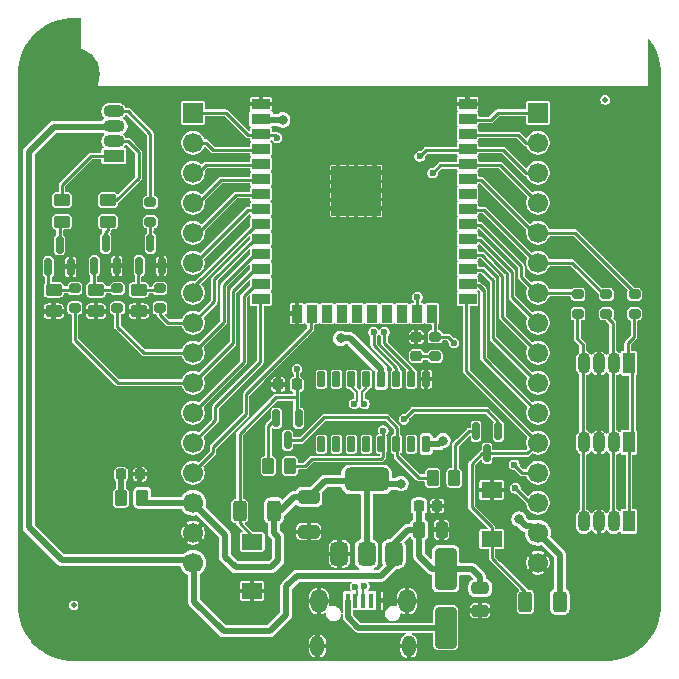
<source format=gbr>
%TF.GenerationSoftware,KiCad,Pcbnew,9.0.2*%
%TF.CreationDate,2025-10-01T22:28:11+03:00*%
%TF.ProjectId,customESP32board,63757374-6f6d-4455-9350-3332626f6172,rev?*%
%TF.SameCoordinates,Original*%
%TF.FileFunction,Copper,L1,Top*%
%TF.FilePolarity,Positive*%
%FSLAX46Y46*%
G04 Gerber Fmt 4.6, Leading zero omitted, Abs format (unit mm)*
G04 Created by KiCad (PCBNEW 9.0.2) date 2025-10-01 22:28:11*
%MOMM*%
%LPD*%
G01*
G04 APERTURE LIST*
G04 Aperture macros list*
%AMRoundRect*
0 Rectangle with rounded corners*
0 $1 Rounding radius*
0 $2 $3 $4 $5 $6 $7 $8 $9 X,Y pos of 4 corners*
0 Add a 4 corners polygon primitive as box body*
4,1,4,$2,$3,$4,$5,$6,$7,$8,$9,$2,$3,0*
0 Add four circle primitives for the rounded corners*
1,1,$1+$1,$2,$3*
1,1,$1+$1,$4,$5*
1,1,$1+$1,$6,$7*
1,1,$1+$1,$8,$9*
0 Add four rect primitives between the rounded corners*
20,1,$1+$1,$2,$3,$4,$5,0*
20,1,$1+$1,$4,$5,$6,$7,0*
20,1,$1+$1,$6,$7,$8,$9,0*
20,1,$1+$1,$8,$9,$2,$3,0*%
G04 Aperture macros list end*
%TA.AperFunction,SMDPad,CuDef*%
%ADD10RoundRect,0.250000X-0.262500X-0.450000X0.262500X-0.450000X0.262500X0.450000X-0.262500X0.450000X0*%
%TD*%
%TA.AperFunction,SMDPad,CuDef*%
%ADD11RoundRect,0.250000X-0.250000X-0.475000X0.250000X-0.475000X0.250000X0.475000X-0.250000X0.475000X0*%
%TD*%
%TA.AperFunction,SMDPad,CuDef*%
%ADD12RoundRect,0.250000X0.262500X0.450000X-0.262500X0.450000X-0.262500X-0.450000X0.262500X-0.450000X0*%
%TD*%
%TA.AperFunction,SMDPad,CuDef*%
%ADD13RoundRect,0.218750X-0.256250X0.218750X-0.256250X-0.218750X0.256250X-0.218750X0.256250X0.218750X0*%
%TD*%
%TA.AperFunction,SMDPad,CuDef*%
%ADD14RoundRect,0.250000X-0.650000X0.325000X-0.650000X-0.325000X0.650000X-0.325000X0.650000X0.325000X0*%
%TD*%
%TA.AperFunction,SMDPad,CuDef*%
%ADD15RoundRect,0.250000X0.475000X-0.250000X0.475000X0.250000X-0.475000X0.250000X-0.475000X-0.250000X0*%
%TD*%
%TA.AperFunction,ComponentPad*%
%ADD16R,1.800000X1.070000*%
%TD*%
%TA.AperFunction,ComponentPad*%
%ADD17O,1.800000X1.070000*%
%TD*%
%TA.AperFunction,SMDPad,CuDef*%
%ADD18R,1.500000X0.900000*%
%TD*%
%TA.AperFunction,SMDPad,CuDef*%
%ADD19R,0.900000X1.500000*%
%TD*%
%TA.AperFunction,SMDPad,CuDef*%
%ADD20R,1.050000X1.050000*%
%TD*%
%TA.AperFunction,HeatsinkPad*%
%ADD21C,0.600000*%
%TD*%
%TA.AperFunction,HeatsinkPad*%
%ADD22R,4.200000X4.200000*%
%TD*%
%TA.AperFunction,SMDPad,CuDef*%
%ADD23RoundRect,0.200000X-0.275000X0.200000X-0.275000X-0.200000X0.275000X-0.200000X0.275000X0.200000X0*%
%TD*%
%TA.AperFunction,SMDPad,CuDef*%
%ADD24RoundRect,0.250000X0.450000X-0.262500X0.450000X0.262500X-0.450000X0.262500X-0.450000X-0.262500X0*%
%TD*%
%TA.AperFunction,SMDPad,CuDef*%
%ADD25RoundRect,0.218750X0.218750X0.256250X-0.218750X0.256250X-0.218750X-0.256250X0.218750X-0.256250X0*%
%TD*%
%TA.AperFunction,SMDPad,CuDef*%
%ADD26RoundRect,0.250000X-0.450000X0.262500X-0.450000X-0.262500X0.450000X-0.262500X0.450000X0.262500X0*%
%TD*%
%TA.AperFunction,SMDPad,CuDef*%
%ADD27RoundRect,0.225000X0.225000X0.250000X-0.225000X0.250000X-0.225000X-0.250000X0.225000X-0.250000X0*%
%TD*%
%TA.AperFunction,SMDPad,CuDef*%
%ADD28RoundRect,0.225000X-0.225000X-0.250000X0.225000X-0.250000X0.225000X0.250000X-0.225000X0.250000X0*%
%TD*%
%TA.AperFunction,ComponentPad*%
%ADD29R,1.070000X1.800000*%
%TD*%
%TA.AperFunction,ComponentPad*%
%ADD30O,1.070000X1.800000*%
%TD*%
%TA.AperFunction,SMDPad,CuDef*%
%ADD31RoundRect,0.150000X-0.150000X0.587500X-0.150000X-0.587500X0.150000X-0.587500X0.150000X0.587500X0*%
%TD*%
%TA.AperFunction,SMDPad,CuDef*%
%ADD32C,0.500000*%
%TD*%
%TA.AperFunction,SMDPad,CuDef*%
%ADD33R,1.800000X1.350000*%
%TD*%
%TA.AperFunction,SMDPad,CuDef*%
%ADD34RoundRect,0.077500X-0.232500X0.577500X-0.232500X-0.577500X0.232500X-0.577500X0.232500X0.577500X0*%
%TD*%
%TA.AperFunction,ComponentPad*%
%ADD35R,1.700000X1.700000*%
%TD*%
%TA.AperFunction,ComponentPad*%
%ADD36C,1.700000*%
%TD*%
%TA.AperFunction,SMDPad,CuDef*%
%ADD37RoundRect,0.250000X-0.650000X1.500000X-0.650000X-1.500000X0.650000X-1.500000X0.650000X1.500000X0*%
%TD*%
%TA.AperFunction,ComponentPad*%
%ADD38C,0.700000*%
%TD*%
%TA.AperFunction,ComponentPad*%
%ADD39C,4.400000*%
%TD*%
%TA.AperFunction,SMDPad,CuDef*%
%ADD40RoundRect,0.150000X0.150000X-0.587500X0.150000X0.587500X-0.150000X0.587500X-0.150000X-0.587500X0*%
%TD*%
%TA.AperFunction,SMDPad,CuDef*%
%ADD41RoundRect,0.200000X0.275000X-0.200000X0.275000X0.200000X-0.275000X0.200000X-0.275000X-0.200000X0*%
%TD*%
%TA.AperFunction,SMDPad,CuDef*%
%ADD42R,0.450000X1.300000*%
%TD*%
%TA.AperFunction,HeatsinkPad*%
%ADD43O,1.150000X1.800000*%
%TD*%
%TA.AperFunction,HeatsinkPad*%
%ADD44O,1.450000X2.000000*%
%TD*%
%TA.AperFunction,SMDPad,CuDef*%
%ADD45RoundRect,0.375000X0.375000X-0.625000X0.375000X0.625000X-0.375000X0.625000X-0.375000X-0.625000X0*%
%TD*%
%TA.AperFunction,SMDPad,CuDef*%
%ADD46RoundRect,0.500000X1.400000X-0.500000X1.400000X0.500000X-1.400000X0.500000X-1.400000X-0.500000X0*%
%TD*%
%TA.AperFunction,SMDPad,CuDef*%
%ADD47RoundRect,0.250000X-0.312500X-0.625000X0.312500X-0.625000X0.312500X0.625000X-0.312500X0.625000X0*%
%TD*%
%TA.AperFunction,ViaPad*%
%ADD48C,0.600000*%
%TD*%
%TA.AperFunction,ViaPad*%
%ADD49C,0.800000*%
%TD*%
%TA.AperFunction,Conductor*%
%ADD50C,0.200000*%
%TD*%
%TA.AperFunction,Conductor*%
%ADD51C,0.508000*%
%TD*%
%TA.AperFunction,Conductor*%
%ADD52C,0.254000*%
%TD*%
G04 APERTURE END LIST*
D10*
%TO.P,R3,1*%
%TO.N,RTS*%
X139887500Y-112700000D03*
%TO.P,R3,2*%
%TO.N,Net-(Q2-B)*%
X141712500Y-112700000D03*
%TD*%
D11*
%TO.P,C7,1*%
%TO.N,+5V*%
X138750000Y-117100000D03*
%TO.P,C7,2*%
%TO.N,GND*%
X140650000Y-117100000D03*
%TD*%
D12*
%TO.P,R2,1*%
%TO.N,DTR*%
X127812500Y-111700000D03*
%TO.P,R2,2*%
%TO.N,Net-(Q1-B)*%
X125987500Y-111700000D03*
%TD*%
D13*
%TO.P,D5,1,K*%
%TO.N,GND*%
X138500000Y-100812500D03*
%TO.P,D5,2,A*%
%TO.N,Net-(D5-A)*%
X138500000Y-102387500D03*
%TD*%
D14*
%TO.P,C11,1*%
%TO.N,+3V3*%
X129400000Y-114325000D03*
%TO.P,C11,2*%
%TO.N,GND*%
X129400000Y-117275000D03*
%TD*%
D15*
%TO.P,C1,1*%
%TO.N,GND*%
X143900000Y-123950000D03*
%TO.P,C1,2*%
%TO.N,+5V*%
X143900000Y-122050000D03*
%TD*%
D16*
%TO.P,D11,1,BK*%
%TO.N,Net-(D11-BK)*%
X112900000Y-85470000D03*
D17*
%TO.P,D11,2,GK*%
%TO.N,Net-(D11-GK)*%
X112900000Y-84200000D03*
%TO.P,D11,3,A*%
%TO.N,+5V*%
X112900000Y-82930000D03*
%TO.P,D11,4,RK*%
%TO.N,Net-(D11-RK)*%
X112900000Y-81660000D03*
%TD*%
D18*
%TO.P,U1,1,GND*%
%TO.N,GND*%
X125350000Y-81050000D03*
%TO.P,U1,2,VDD*%
%TO.N,+3V3*%
X125350000Y-82320000D03*
%TO.P,U1,3,EN*%
%TO.N,ESP_EN*%
X125350000Y-83590000D03*
%TO.P,U1,4,SENSOR_VP*%
%TO.N,ESP_SVP*%
X125350000Y-84860000D03*
%TO.P,U1,5,SENSOR_VN*%
%TO.N,ESP_SVN*%
X125350000Y-86130000D03*
%TO.P,U1,6,IO34*%
%TO.N,ESP_IO34*%
X125350000Y-87400000D03*
%TO.P,U1,7,IO35*%
%TO.N,ESP_IO35*%
X125350000Y-88670000D03*
%TO.P,U1,8,IO32*%
%TO.N,ESP_IO32*%
X125350000Y-89940000D03*
%TO.P,U1,9,IO33*%
%TO.N,ESP_IO33*%
X125350000Y-91210000D03*
%TO.P,U1,10,IO25*%
%TO.N,ESP_IO25*%
X125350000Y-92480000D03*
%TO.P,U1,11,IO26*%
%TO.N,ESP_IO26*%
X125350000Y-93750000D03*
%TO.P,U1,12,IO27*%
%TO.N,ESP_IO27*%
X125350000Y-95020000D03*
%TO.P,U1,13,IO14*%
%TO.N,ESP_IO14*%
X125350000Y-96290000D03*
%TO.P,U1,14,IO12*%
%TO.N,ESP_IO12*%
X125350000Y-97560000D03*
D19*
%TO.P,U1,15,GND*%
%TO.N,GND*%
X128390000Y-98810000D03*
%TO.P,U1,16,IO13*%
%TO.N,ESP_IO13*%
X129660000Y-98810000D03*
%TO.P,U1,17,SHD/SD2*%
%TO.N,unconnected-(U1-SHD{slash}SD2-Pad17)*%
X130930000Y-98810000D03*
%TO.P,U1,18,SWP/SD3*%
%TO.N,unconnected-(U1-SWP{slash}SD3-Pad18)*%
X132200000Y-98810000D03*
%TO.P,U1,19,SCS/CMD*%
%TO.N,unconnected-(U1-SCS{slash}CMD-Pad19)*%
X133470000Y-98810000D03*
%TO.P,U1,20,SCK/CLK*%
%TO.N,unconnected-(U1-SCK{slash}CLK-Pad20)*%
X134740000Y-98810000D03*
%TO.P,U1,21,SDO/SD0*%
%TO.N,unconnected-(U1-SDO{slash}SD0-Pad21)*%
X136010000Y-98810000D03*
%TO.P,U1,22,SDI/SD1*%
%TO.N,unconnected-(U1-SDI{slash}SD1-Pad22)*%
X137280000Y-98810000D03*
%TO.P,U1,23,IO15*%
%TO.N,ESP_IO15*%
X138550000Y-98810000D03*
%TO.P,U1,24,IO2*%
%TO.N,ESP_IO2*%
X139820000Y-98810000D03*
D18*
%TO.P,U1,25,IO0*%
%TO.N,ESP_IO0*%
X142850000Y-97560000D03*
%TO.P,U1,26,IO4*%
%TO.N,ESP_IO4*%
X142850000Y-96290000D03*
%TO.P,U1,27,IO16*%
%TO.N,ESP_IO16*%
X142850000Y-95020000D03*
%TO.P,U1,28,IO17*%
%TO.N,ESP_IO17*%
X142850000Y-93750000D03*
%TO.P,U1,29,IO5*%
%TO.N,ESP_IO5*%
X142850000Y-92480000D03*
%TO.P,U1,30,IO18*%
%TO.N,ESP_IO18*%
X142850000Y-91210000D03*
%TO.P,U1,31,IO19*%
%TO.N,ESP_IO19*%
X142850000Y-89940000D03*
%TO.P,U1,32,NC*%
%TO.N,unconnected-(U1-NC-Pad32)*%
X142850000Y-88670000D03*
%TO.P,U1,33,IO21*%
%TO.N,ESP_IO21*%
X142850000Y-87400000D03*
%TO.P,U1,34,RXD0/IO3*%
%TO.N,ESP_U0RX*%
X142850000Y-86130000D03*
%TO.P,U1,35,TXD0/IO1*%
%TO.N,ESP_U0TX*%
X142850000Y-84860000D03*
%TO.P,U1,36,IO22*%
%TO.N,ESP_IO22*%
X142850000Y-83590000D03*
%TO.P,U1,37,IO23*%
%TO.N,ESP_IO23*%
X142850000Y-82320000D03*
%TO.P,U1,38,GND*%
%TO.N,GND*%
X142850000Y-81050000D03*
D20*
%TO.P,U1,39,GND*%
X131895000Y-86865000D03*
D21*
X131895000Y-87627500D03*
D20*
X131895000Y-88390000D03*
D21*
X131895000Y-89152500D03*
D20*
X131895000Y-89915000D03*
D21*
X132657500Y-86865000D03*
X132657500Y-88390000D03*
X132657500Y-89915000D03*
D20*
X133420000Y-86865000D03*
D21*
X133420000Y-87627500D03*
D20*
X133420000Y-88390000D03*
D22*
X133420000Y-88390000D03*
D21*
X133420000Y-89152500D03*
D20*
X133420000Y-89915000D03*
D21*
X134182500Y-86865000D03*
X134182500Y-88390000D03*
X134182500Y-89915000D03*
D20*
X134945000Y-86865000D03*
D21*
X134945000Y-87627500D03*
D20*
X134945000Y-88390000D03*
D21*
X134945000Y-89152500D03*
D20*
X134945000Y-89915000D03*
%TD*%
D23*
%TO.P,R8,1*%
%TO.N,ESP_IO19*%
X154600000Y-97175000D03*
%TO.P,R8,2*%
%TO.N,RGB_GREEN*%
X154600000Y-98825000D03*
%TD*%
D24*
%TO.P,R12,1*%
%TO.N,Net-(Q5-D)*%
X108500000Y-91012500D03*
%TO.P,R12,2*%
%TO.N,Net-(D11-BK)*%
X108500000Y-89187500D03*
%TD*%
D23*
%TO.P,R13,1*%
%TO.N,Net-(Q3-G)*%
X116800000Y-96675000D03*
%TO.P,R13,2*%
%TO.N,ESP_IO25*%
X116800000Y-98325000D03*
%TD*%
D25*
%TO.P,D9,1,K*%
%TO.N,GND*%
X115087500Y-112400000D03*
%TO.P,D9,2,A*%
%TO.N,Net-(D9-A)*%
X113512500Y-112400000D03*
%TD*%
D26*
%TO.P,R17,1*%
%TO.N,Net-(Q4-G)*%
X111400000Y-96787500D03*
%TO.P,R17,2*%
%TO.N,GND*%
X111400000Y-98612500D03*
%TD*%
D27*
%TO.P,C3,1*%
%TO.N,ESP_EN*%
X128375000Y-104800000D03*
%TO.P,C3,2*%
%TO.N,GND*%
X126825000Y-104800000D03*
%TD*%
D28*
%TO.P,C6,1*%
%TO.N,+5V*%
X138725000Y-115100000D03*
%TO.P,C6,2*%
%TO.N,GND*%
X140275000Y-115100000D03*
%TD*%
D23*
%TO.P,R7,1*%
%TO.N,ESP_IO21*%
X157000000Y-97175000D03*
%TO.P,R7,2*%
%TO.N,RGB_BLUE*%
X157000000Y-98825000D03*
%TD*%
D29*
%TO.P,D7,1,BA*%
%TO.N,RGB_BLUE*%
X156500000Y-109700000D03*
D30*
%TO.P,D7,2,GA*%
%TO.N,RGB_GREEN*%
X155230000Y-109700000D03*
%TO.P,D7,3,K*%
%TO.N,GND*%
X153960000Y-109700000D03*
%TO.P,D7,4,RA*%
%TO.N,RGB_RED*%
X152690000Y-109700000D03*
%TD*%
D31*
%TO.P,Q2,1,E*%
%TO.N,DTR*%
X145450000Y-108762500D03*
%TO.P,Q2,2,B*%
%TO.N,Net-(Q2-B)*%
X143550000Y-108762500D03*
%TO.P,Q2,3,C*%
%TO.N,ESP_IO0*%
X144500000Y-110637500D03*
%TD*%
D29*
%TO.P,D8,1,BA*%
%TO.N,RGB_BLUE*%
X156500000Y-116400000D03*
D30*
%TO.P,D8,2,GA*%
%TO.N,RGB_GREEN*%
X155230000Y-116400000D03*
%TO.P,D8,3,K*%
%TO.N,GND*%
X153960000Y-116400000D03*
%TO.P,D8,4,RA*%
%TO.N,RGB_RED*%
X152690000Y-116400000D03*
%TD*%
D24*
%TO.P,R11,1*%
%TO.N,Net-(Q4-D)*%
X112400000Y-91012500D03*
%TO.P,R11,2*%
%TO.N,Net-(D11-GK)*%
X112400000Y-89187500D03*
%TD*%
D32*
%TO.P,FID2,*%
%TO.N,*%
X154500000Y-80700000D03*
%TD*%
D23*
%TO.P,R15,1*%
%TO.N,Net-(Q5-G)*%
X109600000Y-96675000D03*
%TO.P,R15,2*%
%TO.N,ESP_IO27*%
X109600000Y-98325000D03*
%TD*%
D33*
%TO.P,SW2,1,1*%
%TO.N,GND*%
X144900000Y-113725000D03*
%TO.P,SW2,2,2*%
%TO.N,ESP_IO0*%
X144900000Y-117875000D03*
%TD*%
D26*
%TO.P,R16,1*%
%TO.N,Net-(Q3-G)*%
X115000000Y-96787500D03*
%TO.P,R16,2*%
%TO.N,GND*%
X115000000Y-98612500D03*
%TD*%
D34*
%TO.P,U2,1,GND*%
%TO.N,GND*%
X139345000Y-104350000D03*
%TO.P,U2,2,TXD*%
%TO.N,ESP_U0RX*%
X138075000Y-104350000D03*
%TO.P,U2,3,RXD*%
%TO.N,ESP_U0TX*%
X136805000Y-104350000D03*
%TO.P,U2,4,V3*%
%TO.N,+3V3*%
X135535000Y-104350000D03*
%TO.P,U2,5,UD+*%
%TO.N,UD+*%
X134265000Y-104350000D03*
%TO.P,U2,6,UD-*%
%TO.N,UD-*%
X132995000Y-104350000D03*
%TO.P,U2,7,NC.*%
%TO.N,unconnected-(U2-NC.-Pad7)*%
X131725000Y-104350000D03*
%TO.P,U2,8,~{OUT}*%
%TO.N,unconnected-(U2-~{OUT}-Pad8)*%
X130455000Y-104350000D03*
%TO.P,U2,9,~{CTS}*%
%TO.N,unconnected-(U2-~{CTS}-Pad9)*%
X130455000Y-109850000D03*
%TO.P,U2,10,~{DSR}*%
%TO.N,unconnected-(U2-~{DSR}-Pad10)*%
X131725000Y-109850000D03*
%TO.P,U2,11,~{RI}*%
%TO.N,unconnected-(U2-~{RI}-Pad11)*%
X132995000Y-109850000D03*
%TO.P,U2,12,~{DCD}*%
%TO.N,unconnected-(U2-~{DCD}-Pad12)*%
X134265000Y-109850000D03*
%TO.P,U2,13,~{DTR}*%
%TO.N,DTR*%
X135535000Y-109850000D03*
%TO.P,U2,14,~{RTS}*%
%TO.N,RTS*%
X136805000Y-109850000D03*
%TO.P,U2,15,R232*%
%TO.N,unconnected-(U2-R232-Pad15)*%
X138075000Y-109850000D03*
%TO.P,U2,16,VCC*%
%TO.N,+3V3*%
X139345000Y-109850000D03*
%TD*%
D35*
%TO.P,J3,1,Pin_1*%
%TO.N,ESP_IO23*%
X148800000Y-81800000D03*
D36*
%TO.P,J3,2,Pin_2*%
%TO.N,ESP_IO22*%
X148800000Y-84340000D03*
%TO.P,J3,3,Pin_3*%
%TO.N,ESP_U0TX*%
X148800000Y-86880000D03*
%TO.P,J3,4,Pin_4*%
%TO.N,ESP_U0RX*%
X148800000Y-89420000D03*
%TO.P,J3,5,Pin_5*%
%TO.N,ESP_IO21*%
X148800000Y-91960000D03*
%TO.P,J3,6,Pin_6*%
%TO.N,ESP_IO19*%
X148800000Y-94500000D03*
%TO.P,J3,7,Pin_7*%
%TO.N,ESP_IO18*%
X148800000Y-97040000D03*
%TO.P,J3,8,Pin_8*%
%TO.N,ESP_IO5*%
X148800000Y-99580000D03*
%TO.P,J3,9,Pin_9*%
%TO.N,ESP_IO17*%
X148800000Y-102120000D03*
%TO.P,J3,10,Pin_10*%
%TO.N,ESP_IO16*%
X148800000Y-104660000D03*
%TO.P,J3,11,Pin_11*%
%TO.N,ESP_IO4*%
X148800000Y-107200000D03*
%TO.P,J3,12,Pin_12*%
%TO.N,ESP_IO0*%
X148800000Y-109740000D03*
%TO.P,J3,13,Pin_13*%
%TO.N,ESP_IO2*%
X148800000Y-112280000D03*
%TO.P,J3,14,Pin_14*%
%TO.N,ESP_IO15*%
X148800000Y-114820000D03*
%TO.P,J3,15,Pin_15*%
%TO.N,+3V3*%
X148800000Y-117360000D03*
%TO.P,J3,16,Pin_16*%
%TO.N,GND*%
X148800000Y-119900000D03*
%TD*%
D37*
%TO.P,D1,1,K*%
%TO.N,+5V*%
X141000000Y-120400000D03*
%TO.P,D1,2,A*%
%TO.N,Net-(D1-A)*%
X141000000Y-125400000D03*
%TD*%
D29*
%TO.P,D6,1,BA*%
%TO.N,RGB_BLUE*%
X156500000Y-103000000D03*
D30*
%TO.P,D6,2,GA*%
%TO.N,RGB_GREEN*%
X155230000Y-103000000D03*
%TO.P,D6,3,K*%
%TO.N,GND*%
X153960000Y-103000000D03*
%TO.P,D6,4,RA*%
%TO.N,RGB_RED*%
X152690000Y-103000000D03*
%TD*%
D38*
%TO.P,H1,1,1*%
%TO.N,GND*%
X107850000Y-78500000D03*
X108333274Y-77333274D03*
X108333274Y-79666726D03*
X109500000Y-76850000D03*
D39*
X109500000Y-78500000D03*
D38*
X109500000Y-80150000D03*
X110666726Y-77333274D03*
X110666726Y-79666726D03*
X111150000Y-78500000D03*
%TD*%
D40*
%TO.P,Q3,1,G*%
%TO.N,Net-(Q3-G)*%
X115050000Y-94737500D03*
%TO.P,Q3,2,S*%
%TO.N,GND*%
X116950000Y-94737500D03*
%TO.P,Q3,3,D*%
%TO.N,Net-(Q3-D)*%
X116000000Y-92862500D03*
%TD*%
D41*
%TO.P,R10,1*%
%TO.N,Net-(Q3-D)*%
X116000000Y-91025000D03*
%TO.P,R10,2*%
%TO.N,Net-(D11-RK)*%
X116000000Y-89375000D03*
%TD*%
D35*
%TO.P,J2,1,Pin_1*%
%TO.N,ESP_EN*%
X119600000Y-81800000D03*
D36*
%TO.P,J2,2,Pin_2*%
%TO.N,ESP_SVP*%
X119600000Y-84340000D03*
%TO.P,J2,3,Pin_3*%
%TO.N,ESP_SVN*%
X119600000Y-86880000D03*
%TO.P,J2,4,Pin_4*%
%TO.N,ESP_IO34*%
X119600000Y-89420000D03*
%TO.P,J2,5,Pin_5*%
%TO.N,ESP_IO35*%
X119600000Y-91960000D03*
%TO.P,J2,6,Pin_6*%
%TO.N,ESP_IO32*%
X119600000Y-94500000D03*
%TO.P,J2,7,Pin_7*%
%TO.N,ESP_IO33*%
X119600000Y-97040000D03*
%TO.P,J2,8,Pin_8*%
%TO.N,ESP_IO25*%
X119600000Y-99580000D03*
%TO.P,J2,9,Pin_9*%
%TO.N,ESP_IO26*%
X119600000Y-102120000D03*
%TO.P,J2,10,Pin_10*%
%TO.N,ESP_IO27*%
X119600000Y-104660000D03*
%TO.P,J2,11,Pin_11*%
%TO.N,ESP_IO14*%
X119600000Y-107200000D03*
%TO.P,J2,12,Pin_12*%
%TO.N,ESP_IO12*%
X119600000Y-109740000D03*
%TO.P,J2,13,Pin_13*%
%TO.N,ESP_IO13*%
X119600000Y-112280000D03*
%TO.P,J2,14,Pin_14*%
%TO.N,+3V3*%
X119600000Y-114820000D03*
%TO.P,J2,15,Pin_15*%
%TO.N,GND*%
X119600000Y-117360000D03*
%TO.P,J2,16,Pin_16*%
%TO.N,+5V*%
X119600000Y-119900000D03*
%TD*%
D42*
%TO.P,J1,1,VBUS*%
%TO.N,Net-(D1-A)*%
X132700000Y-123100000D03*
%TO.P,J1,2,D-*%
%TO.N,UD-*%
X133350000Y-123100000D03*
%TO.P,J1,3,D+*%
%TO.N,UD+*%
X134000000Y-123100000D03*
%TO.P,J1,4,ID*%
%TO.N,unconnected-(J1-ID-Pad4)*%
X134650000Y-123100000D03*
%TO.P,J1,5,GND*%
%TO.N,GND*%
X135300000Y-123100000D03*
D43*
%TO.P,J1,6,Shield*%
X130125000Y-126950000D03*
D44*
X130275000Y-123150000D03*
X137725000Y-123150000D03*
D43*
X137875000Y-126950000D03*
%TD*%
D23*
%TO.P,R9,1*%
%TO.N,ESP_IO18*%
X152200000Y-97175000D03*
%TO.P,R9,2*%
%TO.N,RGB_RED*%
X152200000Y-98825000D03*
%TD*%
D40*
%TO.P,Q5,1,G*%
%TO.N,Net-(Q5-G)*%
X107350000Y-94837500D03*
%TO.P,Q5,2,S*%
%TO.N,GND*%
X109250000Y-94837500D03*
%TO.P,Q5,3,D*%
%TO.N,Net-(Q5-D)*%
X108300000Y-92962500D03*
%TD*%
D45*
%TO.P,U3,1,GND*%
%TO.N,GND*%
X132000000Y-119150000D03*
%TO.P,U3,2,VO*%
%TO.N,+3V3*%
X134300000Y-119150000D03*
D46*
X134300000Y-112850000D03*
D45*
%TO.P,U3,3,VI*%
%TO.N,+5V*%
X136600000Y-119150000D03*
%TD*%
D10*
%TO.P,R1,1*%
%TO.N,Net-(D9-A)*%
X113487500Y-114400000D03*
%TO.P,R1,2*%
%TO.N,+3V3*%
X115312500Y-114400000D03*
%TD*%
D47*
%TO.P,R6,1*%
%TO.N,ESP_IO0*%
X147737500Y-123200000D03*
%TO.P,R6,2*%
%TO.N,+3V3*%
X150662500Y-123200000D03*
%TD*%
%TO.P,R5,1*%
%TO.N,ESP_EN*%
X123537500Y-115500000D03*
%TO.P,R5,2*%
%TO.N,+3V3*%
X126462500Y-115500000D03*
%TD*%
D32*
%TO.P,FID1,*%
%TO.N,*%
X109500000Y-123500000D03*
%TD*%
D26*
%TO.P,R18,1*%
%TO.N,Net-(Q5-G)*%
X107800000Y-96787500D03*
%TO.P,R18,2*%
%TO.N,GND*%
X107800000Y-98612500D03*
%TD*%
D23*
%TO.P,R14,1*%
%TO.N,Net-(Q4-G)*%
X113200000Y-96675000D03*
%TO.P,R14,2*%
%TO.N,ESP_IO26*%
X113200000Y-98325000D03*
%TD*%
D33*
%TO.P,SW1,1,1*%
%TO.N,GND*%
X124600000Y-122275000D03*
%TO.P,SW1,2,2*%
%TO.N,ESP_EN*%
X124600000Y-118125000D03*
%TD*%
D38*
%TO.P,H2,1,1*%
%TO.N,GND*%
X152850000Y-123500000D03*
X153333274Y-122333274D03*
X153333274Y-124666726D03*
X154500000Y-121850000D03*
D39*
X154500000Y-123500000D03*
D38*
X154500000Y-125150000D03*
X155666726Y-122333274D03*
X155666726Y-124666726D03*
X156150000Y-123500000D03*
%TD*%
D40*
%TO.P,Q4,1,G*%
%TO.N,Net-(Q4-G)*%
X111250000Y-94737500D03*
%TO.P,Q4,2,S*%
%TO.N,GND*%
X113150000Y-94737500D03*
%TO.P,Q4,3,D*%
%TO.N,Net-(Q4-D)*%
X112200000Y-92862500D03*
%TD*%
D31*
%TO.P,Q1,1,E*%
%TO.N,ESP_EN*%
X128550000Y-107662500D03*
%TO.P,Q1,2,B*%
%TO.N,Net-(Q1-B)*%
X126650000Y-107662500D03*
%TO.P,Q1,3,C*%
%TO.N,RTS*%
X127600000Y-109537500D03*
%TD*%
D41*
%TO.P,R4,1*%
%TO.N,Net-(D5-A)*%
X140100000Y-102425000D03*
%TO.P,R4,2*%
%TO.N,ESP_IO2*%
X140100000Y-100775000D03*
%TD*%
D48*
%TO.N,UD-*%
X133348221Y-121930616D03*
%TO.N,UD+*%
X134100000Y-121900000D03*
%TO.N,GND*%
X155800000Y-113100000D03*
X156000000Y-106400000D03*
%TO.N,ESP_EN*%
X126700000Y-83900000D03*
X128400000Y-103500000D03*
D49*
%TO.N,+3V3*%
X137200000Y-113200000D03*
X132100000Y-100900000D03*
X140750000Y-109550000D03*
X127195000Y-82405000D03*
X147200000Y-116200000D03*
D48*
%TO.N,DTR*%
X135700000Y-108709698D03*
X137455400Y-107744600D03*
%TO.N,ESP_IO2*%
X146800000Y-111600000D03*
X141700000Y-101300000D03*
%TO.N,ESP_U0RX*%
X135800000Y-100400000D03*
X139900000Y-86900000D03*
%TO.N,ESP_U0TX*%
X134900000Y-100400000D03*
X138800000Y-85500000D03*
%TO.N,ESP_IO15*%
X146900000Y-113600000D03*
X138600000Y-97400000D03*
%TO.N,UD-*%
X133265000Y-106440014D03*
%TO.N,UD+*%
X134115000Y-106440014D03*
%TD*%
D50*
%TO.N,UD+*%
X133950000Y-123050000D02*
X134000000Y-123100000D01*
X133950000Y-122630258D02*
X133950000Y-123050000D01*
%TO.N,UD-*%
X133350000Y-122745258D02*
X133350000Y-123100000D01*
X133465000Y-122630258D02*
X133350000Y-122745258D01*
D51*
%TO.N,Net-(D1-A)*%
X140995000Y-125405000D02*
X141000000Y-125400000D01*
X133597000Y-125405000D02*
X140995000Y-125405000D01*
X132700000Y-124508000D02*
X133597000Y-125405000D01*
X132700000Y-123100000D02*
X132700000Y-124508000D01*
D50*
%TO.N,UD-*%
X133465000Y-122200000D02*
X133465000Y-122424998D01*
X133348221Y-121930616D02*
X133348221Y-122083221D01*
X133348221Y-122083221D02*
X133465000Y-122200000D01*
%TO.N,UD+*%
X133950000Y-122165000D02*
X133950000Y-122424998D01*
X134100000Y-121900000D02*
X134100000Y-122015000D01*
X134100000Y-122015000D02*
X133950000Y-122165000D01*
D51*
%TO.N,+5V*%
X108500000Y-119700000D02*
X115700000Y-119700000D01*
X105700000Y-116900000D02*
X108500000Y-119700000D01*
X105700000Y-85100000D02*
X105700000Y-116900000D01*
X107800000Y-83000000D02*
X105700000Y-85100000D01*
X112900000Y-82930000D02*
X112830000Y-83000000D01*
X112830000Y-83000000D02*
X107800000Y-83000000D01*
%TO.N,+3V3*%
X147800000Y-116800000D02*
X147200000Y-116200000D01*
X148200000Y-116800000D02*
X147800000Y-116800000D01*
X148760000Y-117360000D02*
X148200000Y-116800000D01*
X148800000Y-117360000D02*
X148760000Y-117360000D01*
D52*
%TO.N,ESP_IO17*%
X145800000Y-99120000D02*
X148800000Y-102120000D01*
X145800000Y-95600000D02*
X145800000Y-99120000D01*
X144035000Y-93835000D02*
X145800000Y-95600000D01*
X142750000Y-93835000D02*
X144035000Y-93835000D01*
%TO.N,ESP_IO13*%
X121300000Y-110500000D02*
X119600000Y-112200000D01*
X119600000Y-112200000D02*
X119600000Y-112280000D01*
X121300000Y-110100000D02*
X121300000Y-110500000D01*
X124100000Y-107300000D02*
X121300000Y-110100000D01*
X124100000Y-105600000D02*
X124100000Y-107300000D01*
X129560000Y-98895000D02*
X129560000Y-100140000D01*
X129560000Y-100140000D02*
X124100000Y-105600000D01*
%TO.N,ESP_IO14*%
X124806500Y-96375000D02*
X123900000Y-97281500D01*
X125250000Y-96375000D02*
X124806500Y-96375000D01*
X123900000Y-97281500D02*
X123900000Y-102900000D01*
X123900000Y-102900000D02*
X119600000Y-107200000D01*
%TO.N,ESP_EN*%
X122376000Y-81800000D02*
X119600000Y-81800000D01*
X125250000Y-83675000D02*
X124251000Y-83675000D01*
X124251000Y-83675000D02*
X122376000Y-81800000D01*
%TO.N,ESP_SVP*%
X121320000Y-84945000D02*
X120715000Y-84340000D01*
X120715000Y-84340000D02*
X119600000Y-84340000D01*
X125250000Y-84945000D02*
X121320000Y-84945000D01*
%TO.N,ESP_SVN*%
X120055000Y-86880000D02*
X119600000Y-86880000D01*
X120720000Y-86215000D02*
X120055000Y-86880000D01*
X125250000Y-86215000D02*
X120720000Y-86215000D01*
%TO.N,ESP_IO34*%
X120055000Y-89420000D02*
X119600000Y-89420000D01*
X125250000Y-87485000D02*
X121990000Y-87485000D01*
X121990000Y-87485000D02*
X120055000Y-89420000D01*
%TO.N,ESP_IO35*%
X123260000Y-88755000D02*
X120055000Y-91960000D01*
X125250000Y-88755000D02*
X123260000Y-88755000D01*
X120055000Y-91960000D02*
X119600000Y-91960000D01*
%TO.N,ESP_IO32*%
X119800000Y-94500000D02*
X119600000Y-94500000D01*
X124275000Y-90025000D02*
X119800000Y-94500000D01*
X125250000Y-90025000D02*
X124275000Y-90025000D01*
%TO.N,ESP_IO25*%
X121400000Y-95900000D02*
X121400000Y-97780000D01*
X124735000Y-92565000D02*
X121400000Y-95900000D01*
X125250000Y-92565000D02*
X124735000Y-92565000D01*
X121400000Y-97780000D02*
X119600000Y-99580000D01*
X117480000Y-99580000D02*
X116800000Y-98900000D01*
X119470000Y-99580000D02*
X117480000Y-99580000D01*
X116800000Y-98900000D02*
X116800000Y-98325000D01*
%TO.N,ESP_IO26*%
X119600000Y-102120000D02*
X115420000Y-102120000D01*
X115420000Y-102120000D02*
X113200000Y-99900000D01*
X122200000Y-99520000D02*
X119600000Y-102120000D01*
X122200000Y-96400000D02*
X122200000Y-99520000D01*
X124765000Y-93835000D02*
X122200000Y-96400000D01*
X125250000Y-93835000D02*
X124765000Y-93835000D01*
X113200000Y-99900000D02*
X113200000Y-98325000D01*
%TO.N,ESP_IO27*%
X123000000Y-101260000D02*
X119600000Y-104660000D01*
X123000000Y-96900000D02*
X123000000Y-101260000D01*
X124795000Y-95105000D02*
X123000000Y-96900000D01*
X125250000Y-95105000D02*
X124795000Y-95105000D01*
X113260000Y-104660000D02*
X109600000Y-101000000D01*
X119600000Y-104660000D02*
X113260000Y-104660000D01*
X109600000Y-101000000D02*
X109600000Y-98325000D01*
%TO.N,ESP_IO12*%
X121500000Y-107840000D02*
X119600000Y-109740000D01*
X125305000Y-102895000D02*
X121500000Y-106700000D01*
X121500000Y-106700000D02*
X121500000Y-107840000D01*
X125305000Y-97695000D02*
X125305000Y-102895000D01*
D51*
%TO.N,+3V3*%
X126800000Y-117700000D02*
X126462500Y-117362500D01*
X126800000Y-119700000D02*
X126800000Y-117700000D01*
X126200000Y-120300000D02*
X126800000Y-119700000D01*
X123200000Y-120300000D02*
X126200000Y-120300000D01*
X122300000Y-117520000D02*
X122300000Y-119400000D01*
X119600000Y-114820000D02*
X122300000Y-117520000D01*
X122300000Y-119400000D02*
X123200000Y-120300000D01*
X115732500Y-114820000D02*
X119600000Y-114820000D01*
X126462500Y-117362500D02*
X126462500Y-115500000D01*
X115312500Y-114400000D02*
X115732500Y-114820000D01*
D52*
%TO.N,ESP_IO2*%
X147480000Y-112280000D02*
X146800000Y-111600000D01*
X148800000Y-112280000D02*
X147480000Y-112280000D01*
%TO.N,ESP_IO15*%
X148120000Y-114820000D02*
X146900000Y-113600000D01*
X148800000Y-114820000D02*
X148120000Y-114820000D01*
D51*
%TO.N,+3V3*%
X150662500Y-119222500D02*
X148800000Y-117360000D01*
X150662500Y-123200000D02*
X150662500Y-119222500D01*
D52*
%TO.N,ESP_IO18*%
X148740000Y-97040000D02*
X152065000Y-97040000D01*
X143895000Y-91295000D02*
X147400000Y-94800000D01*
X147400000Y-94800000D02*
X147400000Y-95700000D01*
X147400000Y-95700000D02*
X148740000Y-97040000D01*
X142750000Y-91295000D02*
X143895000Y-91295000D01*
X152065000Y-97040000D02*
X152200000Y-97175000D01*
%TO.N,ESP_IO5*%
X148780000Y-99580000D02*
X148800000Y-99580000D01*
X146600000Y-95250000D02*
X146600000Y-97400000D01*
X143915000Y-92565000D02*
X146600000Y-95250000D01*
X146600000Y-97400000D02*
X148780000Y-99580000D01*
X142750000Y-92565000D02*
X143915000Y-92565000D01*
%TO.N,ESP_IO16*%
X144105000Y-95105000D02*
X142750000Y-95105000D01*
X145000000Y-96000000D02*
X144105000Y-95105000D01*
X145000000Y-100860000D02*
X145000000Y-96000000D01*
X148800000Y-104660000D02*
X145000000Y-100860000D01*
%TO.N,ESP_IO4*%
X143809000Y-96425000D02*
X142805000Y-96425000D01*
X144200000Y-102600000D02*
X144200000Y-96816000D01*
X144200000Y-96816000D02*
X143809000Y-96425000D01*
X148800000Y-107200000D02*
X144200000Y-102600000D01*
%TO.N,ESP_IO0*%
X142750000Y-103690000D02*
X142750000Y-97645000D01*
X148800000Y-109740000D02*
X147902500Y-110637500D01*
X147902500Y-110637500D02*
X144500000Y-110637500D01*
%TO.N,ESP_U0RX*%
X145595000Y-86215000D02*
X148800000Y-89420000D01*
X142750000Y-86215000D02*
X145595000Y-86215000D01*
%TO.N,ESP_IO23*%
X148800000Y-81800000D02*
X145400000Y-81800000D01*
X145400000Y-81800000D02*
X144795000Y-82405000D01*
X144795000Y-82405000D02*
X142750000Y-82405000D01*
%TO.N,ESP_IO22*%
X147785000Y-84340000D02*
X148800000Y-84340000D01*
X147120000Y-83675000D02*
X147785000Y-84340000D01*
X142750000Y-83675000D02*
X147120000Y-83675000D01*
%TO.N,ESP_U0TX*%
X147785000Y-86880000D02*
X148800000Y-86880000D01*
X145850000Y-84945000D02*
X147785000Y-86880000D01*
X142750000Y-84945000D02*
X145850000Y-84945000D01*
%TO.N,ESP_IO21*%
X148460000Y-91960000D02*
X148800000Y-91960000D01*
X143985000Y-87485000D02*
X148460000Y-91960000D01*
X142750000Y-87485000D02*
X143985000Y-87485000D01*
X151960000Y-91960000D02*
X156936672Y-96936672D01*
X148800000Y-91960000D02*
X151960000Y-91960000D01*
X156936672Y-96936672D02*
X156936672Y-97111672D01*
X156936672Y-97111672D02*
X157000000Y-97175000D01*
%TO.N,ESP_IO19*%
X154401672Y-97175000D02*
X154600000Y-97175000D01*
X148800000Y-94500000D02*
X151726672Y-94500000D01*
X148463328Y-94163328D02*
X148800000Y-94500000D01*
X148363328Y-94163328D02*
X148463328Y-94163328D01*
X144225000Y-90025000D02*
X148363328Y-94163328D01*
X151726672Y-94500000D02*
X154401672Y-97175000D01*
X142750000Y-90025000D02*
X144225000Y-90025000D01*
%TO.N,Net-(Q5-G)*%
X109600000Y-96682500D02*
X109600000Y-96675000D01*
X109495000Y-96787500D02*
X109600000Y-96682500D01*
X107800000Y-96787500D02*
X109495000Y-96787500D01*
%TO.N,Net-(Q4-G)*%
X111200000Y-94787500D02*
X111250000Y-94737500D01*
X111200000Y-96587500D02*
X111200000Y-94787500D01*
X111400000Y-96787500D02*
X111200000Y-96587500D01*
X113095000Y-96787500D02*
X113200000Y-96682500D01*
X111400000Y-96787500D02*
X113095000Y-96787500D01*
X113200000Y-96682500D02*
X113200000Y-96675000D01*
%TO.N,Net-(Q3-G)*%
X115012500Y-96800000D02*
X116682500Y-96800000D01*
X116682500Y-96800000D02*
X116800000Y-96682500D01*
X116800000Y-96682500D02*
X116800000Y-96675000D01*
X115000000Y-96787500D02*
X115012500Y-96800000D01*
%TO.N,Net-(Q5-D)*%
X108300000Y-91212500D02*
X108300000Y-92962500D01*
X108500000Y-91012500D02*
X108300000Y-91212500D01*
%TO.N,Net-(Q3-D)*%
X115950000Y-92812500D02*
X115950000Y-91750000D01*
X116000000Y-92862500D02*
X115950000Y-92812500D01*
X115950000Y-91750000D02*
X116000000Y-91700000D01*
X116000000Y-91700000D02*
X116000000Y-91025000D01*
%TO.N,Net-(Q4-D)*%
X112150000Y-91950000D02*
X112400000Y-91700000D01*
X112150000Y-92812500D02*
X112150000Y-91950000D01*
X112400000Y-91700000D02*
X112400000Y-91012500D01*
X112200000Y-92862500D02*
X112150000Y-92812500D01*
%TO.N,Net-(D11-GK)*%
X114054000Y-84200000D02*
X112900000Y-84200000D01*
X115000000Y-85146000D02*
X114054000Y-84200000D01*
X115000000Y-87300000D02*
X115000000Y-85146000D01*
X113112500Y-89187500D02*
X115000000Y-87300000D01*
X112400000Y-89187500D02*
X113112500Y-89187500D01*
%TO.N,Net-(D11-RK)*%
X114054000Y-81660000D02*
X112900000Y-81660000D01*
X116000000Y-83606000D02*
X114054000Y-81660000D01*
X116000000Y-89375000D02*
X116000000Y-83606000D01*
%TO.N,Net-(D11-BK)*%
X110930000Y-85470000D02*
X112900000Y-85470000D01*
X108500000Y-87900000D02*
X110930000Y-85470000D01*
X108500000Y-89187500D02*
X108500000Y-87900000D01*
%TO.N,ESP_IO0*%
X144062500Y-110637500D02*
X144500000Y-110637500D01*
X144900000Y-116900000D02*
X143200000Y-115200000D01*
X147737500Y-123200000D02*
X147737500Y-122337500D01*
X147737500Y-122337500D02*
X144900000Y-119500000D01*
X143200000Y-115200000D02*
X143200000Y-111500000D01*
X144900000Y-117875000D02*
X144900000Y-116900000D01*
X144900000Y-119500000D02*
X144900000Y-117875000D01*
X143200000Y-111500000D02*
X144062500Y-110637500D01*
%TO.N,ESP_EN*%
X128400000Y-103500000D02*
X128400000Y-104775000D01*
X123537500Y-115500000D02*
X123537500Y-108962500D01*
X126600000Y-105900000D02*
X128375000Y-105900000D01*
X128375000Y-105900000D02*
X128375000Y-104800000D01*
X123537500Y-116537500D02*
X123537500Y-115500000D01*
X125330000Y-83700000D02*
X125305000Y-83725000D01*
X128400000Y-104775000D02*
X128375000Y-104800000D01*
X123537500Y-108962500D02*
X126600000Y-105900000D01*
X128375000Y-107487500D02*
X128550000Y-107662500D01*
X126700000Y-83900000D02*
X126500000Y-83700000D01*
X126500000Y-83700000D02*
X125330000Y-83700000D01*
X124600000Y-118125000D02*
X124600000Y-117600000D01*
X128375000Y-104800000D02*
X128375000Y-107487500D01*
X124600000Y-117600000D02*
X123537500Y-116537500D01*
D51*
%TO.N,+3V3*%
X132925000Y-100900000D02*
X132100000Y-100900000D01*
X135535000Y-104350000D02*
X135535000Y-103510000D01*
X127195000Y-82405000D02*
X125250000Y-82405000D01*
X130775000Y-112950000D02*
X134000000Y-112950000D01*
X128175000Y-114325000D02*
X129400000Y-114325000D01*
X129400000Y-114325000D02*
X130775000Y-112950000D01*
X137200000Y-113200000D02*
X134550000Y-113200000D01*
X127000000Y-115500000D02*
X128175000Y-114325000D01*
X126462500Y-115500000D02*
X127000000Y-115500000D01*
X134550000Y-113200000D02*
X134300000Y-112950000D01*
X135535000Y-103510000D02*
X132925000Y-100900000D01*
X134300000Y-119150000D02*
X134300000Y-112850000D01*
X140450000Y-109850000D02*
X139345000Y-109850000D01*
X140750000Y-109550000D02*
X140450000Y-109850000D01*
X134300000Y-112950000D02*
X134300000Y-112850000D01*
D52*
%TO.N,Net-(Q3-G)*%
X114950000Y-96737500D02*
X114950000Y-95020000D01*
X115000000Y-94970000D02*
X115000000Y-94787500D01*
X114950000Y-95020000D02*
X115000000Y-94970000D01*
X115000000Y-94787500D02*
X115050000Y-94737500D01*
X115000000Y-96787500D02*
X114950000Y-96737500D01*
%TO.N,Net-(Q5-G)*%
X107800000Y-96787500D02*
X107350000Y-96337500D01*
X107350000Y-96337500D02*
X107350000Y-94837500D01*
D51*
%TO.N,Net-(D9-A)*%
X113512500Y-112400000D02*
X113512500Y-114375000D01*
X113512500Y-114375000D02*
X113487500Y-114400000D01*
D52*
%TO.N,RTS*%
X136865000Y-110865000D02*
X138700000Y-112700000D01*
X127600000Y-109537500D02*
X128762500Y-109537500D01*
X138700000Y-112700000D02*
X139887500Y-112700000D01*
X136865000Y-108465000D02*
X136865000Y-110865000D01*
X136000000Y-107600000D02*
X136865000Y-108465000D01*
X128762500Y-109537500D02*
X130700000Y-107600000D01*
X130700000Y-107600000D02*
X136000000Y-107600000D01*
%TO.N,Net-(Q2-B)*%
X141712500Y-112700000D02*
X141800000Y-112612500D01*
X141800000Y-109900000D02*
X142937500Y-108762500D01*
X141800000Y-112612500D02*
X141800000Y-109900000D01*
X142937500Y-108762500D02*
X143550000Y-108762500D01*
%TO.N,DTR*%
X144500000Y-107000000D02*
X145450000Y-107950000D01*
X129100000Y-111700000D02*
X127812500Y-111700000D01*
X135695000Y-109495000D02*
X135695000Y-110905000D01*
X138200000Y-107000000D02*
X144500000Y-107000000D01*
X135695000Y-110905000D02*
X135500000Y-111100000D01*
X135700000Y-109490000D02*
X135695000Y-109495000D01*
X135500000Y-111100000D02*
X129700000Y-111100000D01*
X137455400Y-107744600D02*
X138200000Y-107000000D01*
X129700000Y-111100000D02*
X129100000Y-111700000D01*
X145450000Y-107950000D02*
X145450000Y-108762500D01*
X135700000Y-108709698D02*
X135700000Y-109490000D01*
%TO.N,Net-(Q1-B)*%
X125987500Y-108325000D02*
X126650000Y-107662500D01*
X125987500Y-111700000D02*
X125987500Y-108325000D01*
%TO.N,ESP_IO2*%
X140100000Y-100775000D02*
X141175000Y-100775000D01*
X139775000Y-98945000D02*
X140100000Y-99270000D01*
X141175000Y-100775000D02*
X141700000Y-101300000D01*
X140100000Y-99270000D02*
X140100000Y-100775000D01*
%TO.N,Net-(D5-A)*%
X138537500Y-102425000D02*
X138500000Y-102387500D01*
X140100000Y-102425000D02*
X138537500Y-102425000D01*
%TO.N,RGB_BLUE*%
X157000000Y-98825000D02*
X156936672Y-98888328D01*
X156406672Y-102906672D02*
X156500000Y-103000000D01*
X156500000Y-103193328D02*
X156800000Y-103493328D01*
X156936672Y-100763328D02*
X156406672Y-101293328D01*
X156800000Y-109441672D02*
X156541672Y-109700000D01*
X156800000Y-103493328D02*
X156800000Y-109441672D01*
X156406672Y-101293328D02*
X156406672Y-102906672D01*
X156500000Y-109700000D02*
X156500000Y-116400000D01*
X156500000Y-103000000D02*
X156500000Y-103193328D01*
X156541672Y-109700000D02*
X156500000Y-109700000D01*
X156936672Y-98888328D02*
X156936672Y-100763328D01*
%TO.N,RGB_GREEN*%
X155136672Y-102906672D02*
X155230000Y-103000000D01*
X155136672Y-109606672D02*
X155230000Y-109700000D01*
X154600000Y-99023328D02*
X155136672Y-99560000D01*
X155136672Y-99560000D02*
X155136672Y-102906672D01*
X154600000Y-98825000D02*
X154600000Y-99023328D01*
X155171672Y-116341672D02*
X155230000Y-116400000D01*
X155171672Y-109758328D02*
X155171672Y-116341672D01*
X155230000Y-103000000D02*
X155136672Y-103093328D01*
X155230000Y-109700000D02*
X155171672Y-109758328D01*
X155136672Y-103093328D02*
X155136672Y-109606672D01*
%TO.N,RGB_RED*%
X152596672Y-101396672D02*
X152596672Y-102906672D01*
X152631672Y-109931672D02*
X152626672Y-109936672D01*
X152596672Y-109606672D02*
X152690000Y-109700000D01*
X152596672Y-103093328D02*
X152596672Y-109606672D01*
X152596672Y-102906672D02*
X152690000Y-103000000D01*
X152626672Y-116336672D02*
X152690000Y-116400000D01*
X152626672Y-109936672D02*
X152626672Y-116336672D01*
X152631672Y-109758328D02*
X152631672Y-109931672D01*
X152200000Y-98825000D02*
X152136672Y-98888328D01*
X152136672Y-100936672D02*
X152596672Y-101396672D01*
X152136672Y-98888328D02*
X152136672Y-100936672D01*
X152690000Y-109700000D02*
X152631672Y-109758328D01*
X152690000Y-103000000D02*
X152596672Y-103093328D01*
%TO.N,ESP_IO12*%
X125250000Y-97645000D02*
X125255000Y-97650000D01*
%TO.N,ESP_IO4*%
X143754000Y-96375000D02*
X144192600Y-96813600D01*
X142750000Y-96375000D02*
X143754000Y-96375000D01*
%TO.N,ESP_U0RX*%
X138075000Y-104350000D02*
X138075000Y-103575000D01*
X139900000Y-86900000D02*
X140535000Y-86265000D01*
X138075000Y-103575000D02*
X135800000Y-101300000D01*
X140535000Y-86265000D02*
X142805000Y-86265000D01*
X135800000Y-101300000D02*
X135800000Y-100400000D01*
%TO.N,ESP_U0TX*%
X136805000Y-103405000D02*
X134900000Y-101500000D01*
X134900000Y-101500000D02*
X134900000Y-100400000D01*
X138800000Y-85500000D02*
X139305000Y-84995000D01*
X136805000Y-104350000D02*
X136805000Y-103405000D01*
X139305000Y-84995000D02*
X142805000Y-84995000D01*
%TO.N,ESP_IO33*%
X119700000Y-96500000D02*
X119700000Y-96840000D01*
X124905000Y-91295000D02*
X119700000Y-96500000D01*
X125250000Y-91295000D02*
X124905000Y-91295000D01*
%TO.N,ESP_IO15*%
X138600000Y-97400000D02*
X138600000Y-98850000D01*
X138600000Y-98850000D02*
X138505000Y-98945000D01*
D51*
%TO.N,+5V*%
X138725000Y-117075000D02*
X138725000Y-115200000D01*
X127500000Y-124300000D02*
X126100000Y-125700000D01*
X126100000Y-125700000D02*
X122200000Y-125700000D01*
X136600000Y-119150000D02*
X136600000Y-118300000D01*
X136600000Y-119900000D02*
X135500000Y-121000000D01*
X138750000Y-119350000D02*
X139800000Y-120400000D01*
X136600000Y-118300000D02*
X137800000Y-117100000D01*
X141000000Y-120400000D02*
X143200000Y-120400000D01*
X128400000Y-121000000D02*
X127500000Y-121900000D01*
X119700000Y-123200000D02*
X119700000Y-119700000D01*
X137800000Y-117100000D02*
X138750000Y-117100000D01*
X143900000Y-121100000D02*
X143900000Y-122050000D01*
X114775000Y-119700000D02*
X119700000Y-119700000D01*
X138750000Y-117100000D02*
X138750000Y-119350000D01*
X138750000Y-117100000D02*
X138725000Y-117075000D01*
X127500000Y-121900000D02*
X127500000Y-124300000D01*
X143200000Y-120400000D02*
X143900000Y-121100000D01*
X135500000Y-121000000D02*
X128400000Y-121000000D01*
X122200000Y-125700000D02*
X119700000Y-123200000D01*
X119700000Y-119700000D02*
X119770000Y-119630000D01*
X139800000Y-120400000D02*
X141000000Y-120400000D01*
X136600000Y-119150000D02*
X136600000Y-119900000D01*
D50*
%TO.N,UD-*%
X133464999Y-105409999D02*
X133464999Y-106240015D01*
X133465000Y-122424998D02*
X133465000Y-122630258D01*
X133464999Y-106240015D02*
X133265000Y-106440014D01*
X133055000Y-105000000D02*
X133464999Y-105409999D01*
%TO.N,UD+*%
X133915001Y-105409999D02*
X133915001Y-106240015D01*
X133915001Y-106240015D02*
X134115000Y-106440014D01*
X133950000Y-122424998D02*
X133950000Y-122630258D01*
X134325000Y-105000000D02*
X133915001Y-105409999D01*
D52*
%TO.N,ESP_IO0*%
X148800000Y-109740000D02*
X142750000Y-103690000D01*
%TD*%
%TA.AperFunction,Conductor*%
%TO.N,GND*%
G36*
X154150500Y-110727973D02*
G01*
X154160507Y-110725983D01*
X154160509Y-110725982D01*
X154285608Y-110674164D01*
X154398188Y-110598941D01*
X154398197Y-110598933D01*
X154493933Y-110503197D01*
X154493939Y-110503190D01*
X154532172Y-110445970D01*
X154573655Y-110415552D01*
X154624985Y-110418916D01*
X154657225Y-110445969D01*
X154695670Y-110503506D01*
X154695678Y-110503515D01*
X154791484Y-110599321D01*
X154791490Y-110599326D01*
X154858351Y-110644001D01*
X154888768Y-110685483D01*
X154891772Y-110706527D01*
X154891772Y-115393471D01*
X154874179Y-115441809D01*
X154858352Y-115455997D01*
X154791489Y-115500674D01*
X154791484Y-115500678D01*
X154695678Y-115596484D01*
X154695674Y-115596489D01*
X154657225Y-115654031D01*
X154615741Y-115684447D01*
X154564411Y-115681082D01*
X154532172Y-115654030D01*
X154493935Y-115596805D01*
X154493933Y-115596802D01*
X154398197Y-115501066D01*
X154398188Y-115501058D01*
X154285608Y-115425835D01*
X154160501Y-115374014D01*
X154150500Y-115372024D01*
X154150500Y-115990369D01*
X154133694Y-115980667D01*
X154019244Y-115950000D01*
X153900756Y-115950000D01*
X153786306Y-115980667D01*
X153769500Y-115990369D01*
X153769500Y-115372024D01*
X153769499Y-115372024D01*
X153759498Y-115374014D01*
X153634391Y-115425835D01*
X153521811Y-115501058D01*
X153521802Y-115501066D01*
X153426066Y-115596802D01*
X153426058Y-115596811D01*
X153387826Y-115654030D01*
X153346342Y-115684447D01*
X153295013Y-115681082D01*
X153262774Y-115654030D01*
X153224329Y-115596493D01*
X153224321Y-115596484D01*
X153128515Y-115500678D01*
X153128506Y-115500670D01*
X153015847Y-115425393D01*
X153015843Y-115425390D01*
X152952993Y-115399356D01*
X152915068Y-115364603D01*
X152906572Y-115329881D01*
X152906572Y-110770117D01*
X152924165Y-110721779D01*
X152952995Y-110700641D01*
X152957995Y-110698570D01*
X153015843Y-110674609D01*
X153097339Y-110620154D01*
X153128506Y-110599329D01*
X153128507Y-110599327D01*
X153128510Y-110599326D01*
X153224326Y-110503510D01*
X153262775Y-110445967D01*
X153304257Y-110415552D01*
X153355586Y-110418916D01*
X153387826Y-110445969D01*
X153426058Y-110503188D01*
X153426066Y-110503197D01*
X153521802Y-110598933D01*
X153521811Y-110598941D01*
X153634391Y-110674164D01*
X153759490Y-110725982D01*
X153759492Y-110725983D01*
X153769500Y-110727973D01*
X153769500Y-110109630D01*
X153786306Y-110119333D01*
X153900756Y-110150000D01*
X154019244Y-110150000D01*
X154133694Y-110119333D01*
X154150500Y-110109630D01*
X154150500Y-110727973D01*
G37*
%TD.AperFunction*%
%TA.AperFunction,Conductor*%
G36*
X155747904Y-110563955D02*
G01*
X155763533Y-110563615D01*
X155772002Y-110570412D01*
X155782491Y-110573223D01*
X155791456Y-110586026D01*
X155803650Y-110595813D01*
X155810318Y-110612961D01*
X155811997Y-110615359D01*
X155813115Y-110620154D01*
X155820972Y-110659659D01*
X155854764Y-110710232D01*
X155854765Y-110710232D01*
X155854766Y-110710234D01*
X155905342Y-110744028D01*
X155949943Y-110752900D01*
X156144900Y-110752899D01*
X156193237Y-110770492D01*
X156218957Y-110815040D01*
X156220100Y-110828099D01*
X156220100Y-115271900D01*
X156202507Y-115320238D01*
X156157958Y-115345958D01*
X156144900Y-115347100D01*
X155949944Y-115347100D01*
X155949942Y-115347101D01*
X155905340Y-115355972D01*
X155854767Y-115389764D01*
X155820972Y-115440342D01*
X155820971Y-115440343D01*
X155813113Y-115479846D01*
X155786425Y-115523822D01*
X155737715Y-115540355D01*
X155689773Y-115521710D01*
X155686184Y-115518347D01*
X155668515Y-115500678D01*
X155668506Y-115500670D01*
X155555847Y-115425393D01*
X155555842Y-115425390D01*
X155497993Y-115401427D01*
X155460068Y-115366674D01*
X155451572Y-115331952D01*
X155451572Y-110768046D01*
X155469165Y-110719708D01*
X155497995Y-110698570D01*
X155555843Y-110674609D01*
X155637339Y-110620154D01*
X155668506Y-110599329D01*
X155668506Y-110599328D01*
X155668510Y-110599326D01*
X155686185Y-110581650D01*
X155700354Y-110575042D01*
X155712106Y-110564737D01*
X155722961Y-110564500D01*
X155732804Y-110559910D01*
X155747904Y-110563955D01*
G37*
%TD.AperFunction*%
%TA.AperFunction,Conductor*%
G36*
X154150500Y-104027973D02*
G01*
X154160507Y-104025983D01*
X154160509Y-104025982D01*
X154285608Y-103974164D01*
X154398188Y-103898941D01*
X154398197Y-103898933D01*
X154493933Y-103803197D01*
X154493939Y-103803190D01*
X154532172Y-103745970D01*
X154573655Y-103715552D01*
X154624985Y-103718916D01*
X154657225Y-103745969D01*
X154695670Y-103803506D01*
X154695678Y-103803515D01*
X154791484Y-103899321D01*
X154791490Y-103899326D01*
X154822661Y-103920154D01*
X154823350Y-103920614D01*
X154853768Y-103962097D01*
X154856772Y-103983141D01*
X154856772Y-108716858D01*
X154839179Y-108765196D01*
X154823352Y-108779384D01*
X154791489Y-108800674D01*
X154791484Y-108800678D01*
X154695678Y-108896484D01*
X154695674Y-108896489D01*
X154657225Y-108954031D01*
X154615741Y-108984447D01*
X154564411Y-108981082D01*
X154532172Y-108954030D01*
X154493935Y-108896805D01*
X154493933Y-108896802D01*
X154398197Y-108801066D01*
X154398188Y-108801058D01*
X154285608Y-108725835D01*
X154160501Y-108674014D01*
X154150500Y-108672024D01*
X154150500Y-109290369D01*
X154133694Y-109280667D01*
X154019244Y-109250000D01*
X153900756Y-109250000D01*
X153786306Y-109280667D01*
X153769500Y-109290369D01*
X153769500Y-108672024D01*
X153769499Y-108672024D01*
X153759498Y-108674014D01*
X153634391Y-108725835D01*
X153521811Y-108801058D01*
X153521802Y-108801066D01*
X153426066Y-108896802D01*
X153426058Y-108896811D01*
X153387826Y-108954030D01*
X153346342Y-108984447D01*
X153295013Y-108981082D01*
X153262774Y-108954030D01*
X153224329Y-108896493D01*
X153224321Y-108896484D01*
X153128515Y-108800678D01*
X153128506Y-108800670D01*
X153015847Y-108725393D01*
X153015848Y-108725393D01*
X152922994Y-108686932D01*
X152885069Y-108652180D01*
X152876572Y-108617456D01*
X152876572Y-104082543D01*
X152894165Y-104034205D01*
X152922993Y-104013068D01*
X153015843Y-103974609D01*
X153015843Y-103974608D01*
X153015845Y-103974608D01*
X153015847Y-103974606D01*
X153016509Y-103974164D01*
X153097339Y-103920154D01*
X153128506Y-103899329D01*
X153128507Y-103899327D01*
X153128510Y-103899326D01*
X153224326Y-103803510D01*
X153262775Y-103745967D01*
X153304257Y-103715552D01*
X153355586Y-103718916D01*
X153387826Y-103745969D01*
X153426058Y-103803188D01*
X153426066Y-103803197D01*
X153521802Y-103898933D01*
X153521811Y-103898941D01*
X153634391Y-103974164D01*
X153759490Y-104025982D01*
X153759492Y-104025983D01*
X153769500Y-104027973D01*
X153769500Y-103409630D01*
X153786306Y-103419333D01*
X153900756Y-103450000D01*
X154019244Y-103450000D01*
X154133694Y-103419333D01*
X154150500Y-103409630D01*
X154150500Y-104027973D01*
G37*
%TD.AperFunction*%
%TA.AperFunction,Conductor*%
G36*
X155782491Y-103873223D02*
G01*
X155811997Y-103915359D01*
X155813115Y-103920154D01*
X155820972Y-103959659D01*
X155854764Y-104010232D01*
X155854765Y-104010232D01*
X155854766Y-104010234D01*
X155905342Y-104044028D01*
X155949943Y-104052900D01*
X156444900Y-104052899D01*
X156493238Y-104070492D01*
X156518958Y-104115041D01*
X156520100Y-104128099D01*
X156520100Y-108571900D01*
X156502507Y-108620238D01*
X156457958Y-108645958D01*
X156444900Y-108647100D01*
X155949944Y-108647100D01*
X155949942Y-108647101D01*
X155905340Y-108655972D01*
X155854767Y-108689764D01*
X155820972Y-108740342D01*
X155820971Y-108740343D01*
X155813113Y-108779846D01*
X155786425Y-108823822D01*
X155737715Y-108840355D01*
X155689773Y-108821710D01*
X155686184Y-108818347D01*
X155668515Y-108800678D01*
X155668506Y-108800670D01*
X155555847Y-108725393D01*
X155555848Y-108725393D01*
X155462994Y-108686932D01*
X155425069Y-108652180D01*
X155416572Y-108617456D01*
X155416572Y-104082543D01*
X155434165Y-104034205D01*
X155462993Y-104013068D01*
X155555843Y-103974609D01*
X155555843Y-103974608D01*
X155555845Y-103974608D01*
X155555847Y-103974606D01*
X155556509Y-103974164D01*
X155637339Y-103920154D01*
X155668506Y-103899329D01*
X155668506Y-103899328D01*
X155668510Y-103899326D01*
X155686185Y-103881650D01*
X155732804Y-103859910D01*
X155782491Y-103873223D01*
G37*
%TD.AperFunction*%
%TA.AperFunction,Conductor*%
G36*
X110073138Y-73772093D02*
G01*
X110098858Y-73816642D01*
X110100000Y-73829700D01*
X110100000Y-79500000D01*
X158100000Y-79500000D01*
X158100000Y-75625226D01*
X158117593Y-75576888D01*
X158162142Y-75551168D01*
X158212800Y-75560101D01*
X158234860Y-75579447D01*
X158385286Y-75775487D01*
X158389049Y-75780861D01*
X158607962Y-76124484D01*
X158611242Y-76130166D01*
X158799364Y-76491545D01*
X158802137Y-76497490D01*
X158958053Y-76873908D01*
X158960296Y-76880073D01*
X159082816Y-77268653D01*
X159084514Y-77274990D01*
X159172692Y-77672737D01*
X159173832Y-77679197D01*
X159227014Y-78083155D01*
X159227585Y-78089691D01*
X159245428Y-78498350D01*
X159245500Y-78501630D01*
X159245500Y-123498369D01*
X159245428Y-123501649D01*
X159227585Y-123910308D01*
X159227014Y-123916844D01*
X159173832Y-124320802D01*
X159172692Y-124327262D01*
X159084514Y-124725009D01*
X159082816Y-124731346D01*
X158960296Y-125119926D01*
X158958053Y-125126091D01*
X158802137Y-125502509D01*
X158799364Y-125508454D01*
X158611242Y-125869833D01*
X158607962Y-125875515D01*
X158389049Y-126219138D01*
X158385286Y-126224512D01*
X158137259Y-126547747D01*
X158133042Y-126552772D01*
X157857793Y-126853154D01*
X157853154Y-126857793D01*
X157552772Y-127133042D01*
X157547747Y-127137259D01*
X157224512Y-127385286D01*
X157219138Y-127389049D01*
X156875515Y-127607962D01*
X156869833Y-127611242D01*
X156508454Y-127799364D01*
X156502509Y-127802137D01*
X156126091Y-127958053D01*
X156119926Y-127960296D01*
X155731346Y-128082816D01*
X155725009Y-128084514D01*
X155327262Y-128172692D01*
X155320802Y-128173832D01*
X154916844Y-128227014D01*
X154910308Y-128227585D01*
X154501649Y-128245428D01*
X154498369Y-128245500D01*
X109501631Y-128245500D01*
X109498351Y-128245428D01*
X109089691Y-128227585D01*
X109083155Y-128227014D01*
X108679197Y-128173832D01*
X108672737Y-128172692D01*
X108274990Y-128084514D01*
X108268653Y-128082816D01*
X107880073Y-127960296D01*
X107873908Y-127958053D01*
X107497490Y-127802137D01*
X107491545Y-127799364D01*
X107130166Y-127611242D01*
X107124484Y-127607962D01*
X106780861Y-127389049D01*
X106775487Y-127385286D01*
X106493632Y-127169011D01*
X106452252Y-127137259D01*
X106447227Y-127133042D01*
X106257690Y-126959364D01*
X106146839Y-126857787D01*
X106142212Y-126853160D01*
X105883017Y-126570299D01*
X105867492Y-126553356D01*
X129397600Y-126553356D01*
X129397600Y-126759500D01*
X129850000Y-126759500D01*
X129850000Y-127140500D01*
X129397600Y-127140500D01*
X129397600Y-127346643D01*
X129425553Y-127487177D01*
X129425554Y-127487178D01*
X129480385Y-127619551D01*
X129559995Y-127738696D01*
X129661303Y-127840004D01*
X129780448Y-127919614D01*
X129912824Y-127974446D01*
X129934500Y-127978757D01*
X129934500Y-127473409D01*
X129969225Y-127508134D01*
X130070299Y-127550000D01*
X130179701Y-127550000D01*
X130280775Y-127508134D01*
X130315500Y-127473409D01*
X130315500Y-127978757D01*
X130337175Y-127974446D01*
X130469551Y-127919614D01*
X130588696Y-127840004D01*
X130690004Y-127738696D01*
X130769614Y-127619551D01*
X130824445Y-127487178D01*
X130824446Y-127487177D01*
X130852400Y-127346643D01*
X130852400Y-127140500D01*
X130400000Y-127140500D01*
X130400000Y-126759500D01*
X130852400Y-126759500D01*
X130852400Y-126553356D01*
X130824446Y-126412822D01*
X130824445Y-126412821D01*
X130769614Y-126280448D01*
X130690004Y-126161303D01*
X130588696Y-126059995D01*
X130469551Y-125980385D01*
X130337172Y-125925552D01*
X130315500Y-125921241D01*
X130315500Y-126426591D01*
X130280775Y-126391866D01*
X130179701Y-126350000D01*
X130070299Y-126350000D01*
X129969225Y-126391866D01*
X129934500Y-126426591D01*
X129934500Y-125921241D01*
X129934499Y-125921241D01*
X129912827Y-125925552D01*
X129780448Y-125980385D01*
X129661303Y-126059995D01*
X129559995Y-126161303D01*
X129480385Y-126280448D01*
X129425554Y-126412821D01*
X129425553Y-126412822D01*
X129397600Y-126553356D01*
X105867492Y-126553356D01*
X105866957Y-126552772D01*
X105862740Y-126547747D01*
X105614713Y-126224512D01*
X105610950Y-126219138D01*
X105443679Y-125956576D01*
X105392032Y-125875506D01*
X105388762Y-125869841D01*
X105200630Y-125508444D01*
X105197867Y-125502520D01*
X105069039Y-125191500D01*
X105041946Y-125126091D01*
X105039703Y-125119926D01*
X104917183Y-124731346D01*
X104915489Y-124725026D01*
X104827304Y-124327245D01*
X104826170Y-124320819D01*
X104772984Y-123916836D01*
X104772414Y-123910308D01*
X104772140Y-123904041D01*
X104754572Y-123501649D01*
X104754500Y-123498369D01*
X104754500Y-123446957D01*
X109097100Y-123446957D01*
X109097100Y-123553043D01*
X109109034Y-123597581D01*
X109124557Y-123655516D01*
X109177598Y-123747385D01*
X109177602Y-123747391D01*
X109252608Y-123822397D01*
X109252611Y-123822399D01*
X109252613Y-123822401D01*
X109293122Y-123845788D01*
X109344483Y-123875442D01*
X109344485Y-123875442D01*
X109344486Y-123875443D01*
X109446957Y-123902900D01*
X109446960Y-123902900D01*
X109553040Y-123902900D01*
X109553043Y-123902900D01*
X109655514Y-123875443D01*
X109747387Y-123822401D01*
X109822401Y-123747387D01*
X109872721Y-123660229D01*
X109875442Y-123655516D01*
X109875443Y-123655514D01*
X109902900Y-123553043D01*
X109902900Y-123446957D01*
X109875443Y-123344486D01*
X109875442Y-123344485D01*
X109875442Y-123344483D01*
X109830675Y-123266945D01*
X109822401Y-123252613D01*
X109822399Y-123252611D01*
X109822397Y-123252608D01*
X109747391Y-123177602D01*
X109747385Y-123177598D01*
X109655516Y-123124557D01*
X109614525Y-123113574D01*
X109553043Y-123097100D01*
X109446957Y-123097100D01*
X109395721Y-123110828D01*
X109344483Y-123124557D01*
X109252614Y-123177598D01*
X109252608Y-123177602D01*
X109177602Y-123252608D01*
X109177598Y-123252614D01*
X109124557Y-123344483D01*
X109108082Y-123405968D01*
X109097100Y-123446957D01*
X104754500Y-123446957D01*
X104754500Y-85033055D01*
X105191500Y-85033055D01*
X105191500Y-116833055D01*
X105191500Y-116966945D01*
X105224631Y-117090592D01*
X105226153Y-117096273D01*
X105226156Y-117096281D01*
X105293098Y-117212227D01*
X108187772Y-120106901D01*
X108187771Y-120106901D01*
X108303718Y-120173843D01*
X108303721Y-120173844D01*
X108303726Y-120173847D01*
X108433055Y-120208500D01*
X108566945Y-120208500D01*
X114708055Y-120208500D01*
X118484262Y-120208500D01*
X118532600Y-120226093D01*
X118555781Y-120260462D01*
X118576416Y-120323970D01*
X118576420Y-120323981D01*
X118593406Y-120357317D01*
X118655347Y-120478885D01*
X118689690Y-120526153D01*
X118738329Y-120593099D01*
X118757536Y-120619534D01*
X118757543Y-120619542D01*
X118880457Y-120742456D01*
X118880465Y-120742463D01*
X118880467Y-120742465D01*
X119021116Y-120844653D01*
X119150441Y-120910547D01*
X119185522Y-120948167D01*
X119191500Y-120977550D01*
X119191500Y-123133055D01*
X119191500Y-123266945D01*
X119203713Y-123312524D01*
X119226153Y-123396273D01*
X119226156Y-123396281D01*
X119293098Y-123512227D01*
X121887770Y-126106898D01*
X121887771Y-126106899D01*
X121887773Y-126106900D01*
X121887774Y-126106901D01*
X122003726Y-126173847D01*
X122133055Y-126208500D01*
X122133058Y-126208500D01*
X126166942Y-126208500D01*
X126166945Y-126208500D01*
X126296274Y-126173847D01*
X126412227Y-126106901D01*
X127906901Y-124612227D01*
X127973847Y-124496274D01*
X128008500Y-124366945D01*
X128008500Y-124233055D01*
X128008500Y-122141776D01*
X128026093Y-122093438D01*
X128030526Y-122088602D01*
X128588602Y-121530526D01*
X128635222Y-121508786D01*
X128641776Y-121508500D01*
X132948291Y-121508500D01*
X132996629Y-121526093D01*
X133022349Y-121570642D01*
X133013416Y-121621300D01*
X133001465Y-121636874D01*
X132985810Y-121652528D01*
X132926185Y-121755801D01*
X132926185Y-121755802D01*
X132926185Y-121755803D01*
X132895321Y-121870991D01*
X132895321Y-121990241D01*
X132917982Y-122074813D01*
X132926185Y-122105429D01*
X132926185Y-122105430D01*
X132971721Y-122184300D01*
X132980654Y-122234959D01*
X132954933Y-122279507D01*
X132906596Y-122297100D01*
X132459944Y-122297100D01*
X132459942Y-122297101D01*
X132415340Y-122305972D01*
X132364767Y-122339764D01*
X132330972Y-122390342D01*
X132330971Y-122390343D01*
X132322100Y-122434942D01*
X132322100Y-122928303D01*
X132319538Y-122947763D01*
X132293100Y-123046431D01*
X132293100Y-123046432D01*
X132293100Y-124089311D01*
X132275507Y-124137649D01*
X132230958Y-124163369D01*
X132180300Y-124154436D01*
X132147235Y-124115031D01*
X132144145Y-124103983D01*
X132143730Y-124101898D01*
X132125501Y-124010256D01*
X132076465Y-123891873D01*
X132005276Y-123785331D01*
X132005273Y-123785328D01*
X132005271Y-123785325D01*
X131914674Y-123694728D01*
X131914671Y-123694726D01*
X131914669Y-123694724D01*
X131808127Y-123623535D01*
X131689744Y-123574499D01*
X131626906Y-123561999D01*
X131564070Y-123549500D01*
X131564069Y-123549500D01*
X131435931Y-123549500D01*
X131435930Y-123549500D01*
X131373093Y-123561999D01*
X131310256Y-123574499D01*
X131310255Y-123574499D01*
X131310252Y-123574500D01*
X131254530Y-123597581D01*
X131203139Y-123599824D01*
X131162330Y-123568509D01*
X131151196Y-123518289D01*
X131152000Y-123513422D01*
X131152400Y-123511412D01*
X131152400Y-123340500D01*
X130700000Y-123340500D01*
X130700000Y-122959500D01*
X131152400Y-122959500D01*
X131152400Y-122788583D01*
X131118682Y-122619075D01*
X131118681Y-122619072D01*
X131052541Y-122459396D01*
X130956516Y-122315684D01*
X130834315Y-122193483D01*
X130690603Y-122097458D01*
X130530926Y-122031317D01*
X130465500Y-122018303D01*
X130465500Y-122494237D01*
X130439044Y-122478963D01*
X130330952Y-122450000D01*
X130219048Y-122450000D01*
X130110956Y-122478963D01*
X130084500Y-122494237D01*
X130084500Y-122018303D01*
X130084499Y-122018303D01*
X130019073Y-122031317D01*
X129859396Y-122097458D01*
X129715684Y-122193483D01*
X129593483Y-122315684D01*
X129497458Y-122459396D01*
X129431318Y-122619072D01*
X129431317Y-122619075D01*
X129397600Y-122788583D01*
X129397600Y-122959500D01*
X129850000Y-122959500D01*
X129850000Y-123340500D01*
X129397600Y-123340500D01*
X129397600Y-123511416D01*
X129431317Y-123680924D01*
X129431318Y-123680927D01*
X129497458Y-123840603D01*
X129593483Y-123984315D01*
X129715684Y-124106516D01*
X129859396Y-124202541D01*
X130019072Y-124268681D01*
X130019074Y-124268682D01*
X130084499Y-124281696D01*
X130084500Y-124281696D01*
X130084500Y-123805762D01*
X130110956Y-123821037D01*
X130219048Y-123850000D01*
X130330952Y-123850000D01*
X130439044Y-123821037D01*
X130465500Y-123805762D01*
X130465500Y-124281696D01*
X130530925Y-124268682D01*
X130530927Y-124268681D01*
X130690603Y-124202541D01*
X130732521Y-124174533D01*
X130782487Y-124162307D01*
X130828622Y-124185058D01*
X130849339Y-124232142D01*
X130849500Y-124237060D01*
X130849500Y-124264069D01*
X130874499Y-124389744D01*
X130923535Y-124508127D01*
X130994724Y-124614669D01*
X130994726Y-124614671D01*
X130994728Y-124614674D01*
X131085325Y-124705271D01*
X131085328Y-124705273D01*
X131085331Y-124705276D01*
X131191873Y-124776465D01*
X131310256Y-124825501D01*
X131415078Y-124846352D01*
X131435930Y-124850500D01*
X131435931Y-124850500D01*
X131564070Y-124850500D01*
X131579725Y-124847385D01*
X131689744Y-124825501D01*
X131808127Y-124776465D01*
X131914669Y-124705276D01*
X132005276Y-124614669D01*
X132076465Y-124508127D01*
X132125501Y-124389744D01*
X132144145Y-124296017D01*
X132170831Y-124252040D01*
X132219541Y-124235506D01*
X132267483Y-124254150D01*
X132292225Y-124299249D01*
X132293100Y-124310688D01*
X132293100Y-124454430D01*
X132293100Y-124561570D01*
X132311586Y-124630562D01*
X132320830Y-124665059D01*
X132374398Y-124757841D01*
X132374402Y-124757847D01*
X133347153Y-125730597D01*
X133347155Y-125730598D01*
X133347158Y-125730601D01*
X133439943Y-125784170D01*
X133543431Y-125811900D01*
X133650570Y-125811900D01*
X137559151Y-125811900D01*
X137607489Y-125829493D01*
X137633209Y-125874042D01*
X137624276Y-125924700D01*
X137587929Y-125956576D01*
X137530448Y-125980385D01*
X137411303Y-126059995D01*
X137309995Y-126161303D01*
X137230385Y-126280448D01*
X137175554Y-126412821D01*
X137175553Y-126412822D01*
X137147600Y-126553356D01*
X137147600Y-126759500D01*
X137600000Y-126759500D01*
X137600000Y-127140500D01*
X137147600Y-127140500D01*
X137147600Y-127346643D01*
X137175553Y-127487177D01*
X137175554Y-127487178D01*
X137230385Y-127619551D01*
X137309995Y-127738696D01*
X137411303Y-127840004D01*
X137530448Y-127919614D01*
X137662824Y-127974446D01*
X137684500Y-127978757D01*
X137684500Y-127473409D01*
X137719225Y-127508134D01*
X137820299Y-127550000D01*
X137929701Y-127550000D01*
X138030775Y-127508134D01*
X138065500Y-127473409D01*
X138065500Y-127978757D01*
X138087175Y-127974446D01*
X138219551Y-127919614D01*
X138338696Y-127840004D01*
X138440004Y-127738696D01*
X138519614Y-127619551D01*
X138574445Y-127487178D01*
X138574446Y-127487177D01*
X138602400Y-127346643D01*
X138602400Y-127140500D01*
X138150000Y-127140500D01*
X138150000Y-126759500D01*
X138602400Y-126759500D01*
X138602400Y-126553356D01*
X138574446Y-126412822D01*
X138574445Y-126412821D01*
X138519614Y-126280448D01*
X138440004Y-126161303D01*
X138338696Y-126059995D01*
X138219551Y-125980385D01*
X138162071Y-125956576D01*
X138124146Y-125921823D01*
X138117432Y-125870823D01*
X138145071Y-125827440D01*
X138190849Y-125811900D01*
X139871900Y-125811900D01*
X139920238Y-125829493D01*
X139945958Y-125874042D01*
X139947100Y-125887100D01*
X139947100Y-126931710D01*
X139962043Y-127026056D01*
X140016555Y-127133042D01*
X140019984Y-127139771D01*
X140110229Y-127230016D01*
X140223943Y-127287956D01*
X140223945Y-127287957D01*
X140318292Y-127302900D01*
X140318296Y-127302900D01*
X141681704Y-127302900D01*
X141681708Y-127302900D01*
X141776055Y-127287957D01*
X141889771Y-127230016D01*
X141980016Y-127139771D01*
X142037957Y-127026055D01*
X142052900Y-126931708D01*
X142052900Y-124231671D01*
X143022600Y-124231671D01*
X143037524Y-124325899D01*
X143095394Y-124439474D01*
X143185525Y-124529605D01*
X143299101Y-124587475D01*
X143299099Y-124587475D01*
X143393328Y-124602399D01*
X143393336Y-124602400D01*
X143709500Y-124602400D01*
X144090500Y-124602400D01*
X144406664Y-124602400D01*
X144406671Y-124602399D01*
X144500899Y-124587475D01*
X144614474Y-124529605D01*
X144704605Y-124439474D01*
X144762475Y-124325899D01*
X144777399Y-124231671D01*
X144777400Y-124231664D01*
X144777400Y-124140500D01*
X144090500Y-124140500D01*
X144090500Y-124602400D01*
X143709500Y-124602400D01*
X143709500Y-124140500D01*
X143022600Y-124140500D01*
X143022600Y-124231671D01*
X142052900Y-124231671D01*
X142052900Y-123868292D01*
X142037957Y-123773945D01*
X141984143Y-123668328D01*
X143022600Y-123668328D01*
X143022600Y-123759500D01*
X143709500Y-123759500D01*
X144090500Y-123759500D01*
X144777400Y-123759500D01*
X144777400Y-123668336D01*
X144777399Y-123668328D01*
X144762475Y-123574100D01*
X144704605Y-123460525D01*
X144614474Y-123370394D01*
X144500898Y-123312524D01*
X144500900Y-123312524D01*
X144406671Y-123297600D01*
X144090500Y-123297600D01*
X144090500Y-123759500D01*
X143709500Y-123759500D01*
X143709500Y-123297600D01*
X143393328Y-123297600D01*
X143299100Y-123312524D01*
X143185525Y-123370394D01*
X143095394Y-123460525D01*
X143037524Y-123574100D01*
X143022600Y-123668328D01*
X141984143Y-123668328D01*
X141980016Y-123660229D01*
X141889771Y-123569984D01*
X141776055Y-123512043D01*
X141776057Y-123512043D01*
X141681710Y-123497100D01*
X141681708Y-123497100D01*
X140318292Y-123497100D01*
X140318289Y-123497100D01*
X140223943Y-123512043D01*
X140110228Y-123569984D01*
X140019984Y-123660228D01*
X139962043Y-123773943D01*
X139947100Y-123868289D01*
X139947100Y-124922900D01*
X139929507Y-124971238D01*
X139884958Y-124996958D01*
X139871900Y-124998100D01*
X136585553Y-124998100D01*
X136537215Y-124980507D01*
X136511495Y-124935958D01*
X136520428Y-124885300D01*
X136559833Y-124852235D01*
X136570882Y-124849145D01*
X136597288Y-124843891D01*
X136689744Y-124825501D01*
X136808127Y-124776465D01*
X136914669Y-124705276D01*
X137005276Y-124614669D01*
X137076465Y-124508127D01*
X137125501Y-124389744D01*
X137150500Y-124264069D01*
X137150500Y-124237060D01*
X137168093Y-124188722D01*
X137212642Y-124163002D01*
X137263300Y-124171935D01*
X137267479Y-124174533D01*
X137309396Y-124202541D01*
X137469072Y-124268681D01*
X137469074Y-124268682D01*
X137534499Y-124281696D01*
X137534500Y-124281696D01*
X137534500Y-123805762D01*
X137560956Y-123821037D01*
X137669048Y-123850000D01*
X137780952Y-123850000D01*
X137889044Y-123821037D01*
X137915500Y-123805762D01*
X137915500Y-124281696D01*
X137980925Y-124268682D01*
X137980927Y-124268681D01*
X138140603Y-124202541D01*
X138284315Y-124106516D01*
X138406516Y-123984315D01*
X138502541Y-123840603D01*
X138568681Y-123680927D01*
X138568682Y-123680924D01*
X138602400Y-123511416D01*
X138602400Y-123340500D01*
X138150000Y-123340500D01*
X138150000Y-122959500D01*
X138602400Y-122959500D01*
X138602400Y-122788583D01*
X138568682Y-122619075D01*
X138568681Y-122619072D01*
X138502541Y-122459396D01*
X138406516Y-122315684D01*
X138284315Y-122193483D01*
X138140603Y-122097458D01*
X137980926Y-122031317D01*
X137915500Y-122018303D01*
X137915500Y-122494237D01*
X137889044Y-122478963D01*
X137780952Y-122450000D01*
X137669048Y-122450000D01*
X137560956Y-122478963D01*
X137534500Y-122494237D01*
X137534500Y-122018303D01*
X137534499Y-122018303D01*
X137469073Y-122031317D01*
X137309396Y-122097458D01*
X137165684Y-122193483D01*
X137043483Y-122315684D01*
X136947458Y-122459396D01*
X136881318Y-122619072D01*
X136881317Y-122619075D01*
X136847600Y-122788583D01*
X136847600Y-122959500D01*
X137300000Y-122959500D01*
X137300000Y-123340500D01*
X136847600Y-123340500D01*
X136847600Y-123511416D01*
X136848002Y-123513438D01*
X136847878Y-123514242D01*
X136847962Y-123515094D01*
X136847743Y-123515115D01*
X136840174Y-123564278D01*
X136801498Y-123598193D01*
X136750071Y-123599313D01*
X136745469Y-123597581D01*
X136689747Y-123574500D01*
X136689745Y-123574499D01*
X136689744Y-123574499D01*
X136605960Y-123557833D01*
X136564070Y-123549500D01*
X136564069Y-123549500D01*
X136435931Y-123549500D01*
X136435930Y-123549500D01*
X136373093Y-123561999D01*
X136310256Y-123574499D01*
X136191874Y-123623534D01*
X136085328Y-123694726D01*
X136085325Y-123694728D01*
X135994728Y-123785325D01*
X135994726Y-123785328D01*
X135923534Y-123891874D01*
X135874499Y-124010256D01*
X135874499Y-124010257D01*
X135858774Y-124089311D01*
X135849500Y-124135931D01*
X135849500Y-124264069D01*
X135874499Y-124389744D01*
X135923535Y-124508127D01*
X135994724Y-124614669D01*
X135994726Y-124614671D01*
X135994728Y-124614674D01*
X136085325Y-124705271D01*
X136085328Y-124705273D01*
X136085331Y-124705276D01*
X136191873Y-124776465D01*
X136310256Y-124825501D01*
X136396336Y-124842623D01*
X136429118Y-124849145D01*
X136473095Y-124875831D01*
X136489629Y-124924541D01*
X136470985Y-124972483D01*
X136425886Y-124997225D01*
X136414447Y-124998100D01*
X133796691Y-124998100D01*
X133748353Y-124980507D01*
X133743517Y-124976074D01*
X133128926Y-124361482D01*
X133107186Y-124314862D01*
X133106900Y-124308308D01*
X133106900Y-123978099D01*
X133124493Y-123929761D01*
X133169042Y-123904041D01*
X133182090Y-123902899D01*
X133590056Y-123902899D01*
X133634658Y-123894028D01*
X133634660Y-123894026D01*
X133641503Y-123891193D01*
X133642168Y-123892799D01*
X133683181Y-123882760D01*
X133708217Y-123891872D01*
X133708499Y-123891193D01*
X133715340Y-123894026D01*
X133715342Y-123894028D01*
X133759943Y-123902900D01*
X134240056Y-123902899D01*
X134284658Y-123894028D01*
X134284660Y-123894026D01*
X134291503Y-123891193D01*
X134292168Y-123892799D01*
X134333181Y-123882760D01*
X134358217Y-123891872D01*
X134358499Y-123891193D01*
X134365340Y-123894026D01*
X134365342Y-123894028D01*
X134409943Y-123902900D01*
X134890056Y-123902899D01*
X134934658Y-123894028D01*
X134934660Y-123894026D01*
X134941503Y-123891193D01*
X134942097Y-123892627D01*
X134983623Y-123882460D01*
X135008383Y-123891470D01*
X135008693Y-123890723D01*
X135015537Y-123893558D01*
X135059987Y-123902400D01*
X135109500Y-123902400D01*
X135490500Y-123902400D01*
X135540013Y-123902400D01*
X135584462Y-123893558D01*
X135584464Y-123893557D01*
X135634873Y-123859873D01*
X135668557Y-123809464D01*
X135668558Y-123809462D01*
X135677400Y-123765012D01*
X135677400Y-123290500D01*
X135490500Y-123290500D01*
X135490500Y-123902400D01*
X135109500Y-123902400D01*
X135109500Y-122909500D01*
X135490500Y-122909500D01*
X135677400Y-122909500D01*
X135677400Y-122434987D01*
X135668558Y-122390537D01*
X135668557Y-122390535D01*
X135634873Y-122340126D01*
X135584464Y-122306442D01*
X135584462Y-122306441D01*
X135540013Y-122297600D01*
X135490500Y-122297600D01*
X135490500Y-122909500D01*
X135109500Y-122909500D01*
X135109500Y-122297600D01*
X135059987Y-122297600D01*
X135015537Y-122306441D01*
X135008692Y-122309277D01*
X135007987Y-122307575D01*
X134967245Y-122317535D01*
X134941733Y-122308247D01*
X134941502Y-122308807D01*
X134934659Y-122305973D01*
X134934658Y-122305972D01*
X134890057Y-122297100D01*
X134523578Y-122297100D01*
X134475240Y-122279507D01*
X134449520Y-122234958D01*
X134458453Y-122184300D01*
X134461172Y-122180231D01*
X134462410Y-122178087D01*
X134522036Y-122074813D01*
X134552900Y-121959625D01*
X134552900Y-121840375D01*
X134522036Y-121725187D01*
X134522035Y-121725185D01*
X134462057Y-121621300D01*
X134453124Y-121570641D01*
X134478844Y-121526093D01*
X134527182Y-121508500D01*
X135566942Y-121508500D01*
X135566945Y-121508500D01*
X135696274Y-121473847D01*
X135812227Y-121406901D01*
X136792601Y-120426524D01*
X136839221Y-120404785D01*
X136845775Y-120404499D01*
X137038562Y-120404499D01*
X137038566Y-120404499D01*
X137074258Y-120401691D01*
X137226992Y-120357318D01*
X137363891Y-120276356D01*
X137476356Y-120163891D01*
X137557318Y-120026992D01*
X137601691Y-119874258D01*
X137604500Y-119838567D01*
X137604499Y-118461434D01*
X137601691Y-118425742D01*
X137557318Y-118273008D01*
X137508523Y-118190501D01*
X137499062Y-118139939D01*
X137520076Y-118099050D01*
X137901243Y-117717883D01*
X137947862Y-117696144D01*
X137997549Y-117709458D01*
X138024874Y-117744778D01*
X138052655Y-117819262D01*
X138052659Y-117819269D01*
X138139595Y-117935404D01*
X138149318Y-117942682D01*
X138211365Y-117989129D01*
X138239518Y-118032179D01*
X138241500Y-118049329D01*
X138241500Y-119283055D01*
X138241500Y-119416945D01*
X138276153Y-119546273D01*
X138276156Y-119546281D01*
X138343098Y-119662227D01*
X139487772Y-120806901D01*
X139553158Y-120844651D01*
X139553161Y-120844653D01*
X139603726Y-120873847D01*
X139733055Y-120908500D01*
X139770301Y-120908500D01*
X139818639Y-120926093D01*
X139844359Y-120970642D01*
X139845501Y-120983700D01*
X139845501Y-121948259D01*
X139851960Y-122008343D01*
X139851961Y-122008348D01*
X139902655Y-122144262D01*
X139902659Y-122144269D01*
X139989595Y-122260404D01*
X140105730Y-122347340D01*
X140105737Y-122347344D01*
X140241649Y-122398037D01*
X140241653Y-122398038D01*
X140241658Y-122398040D01*
X140301745Y-122404500D01*
X141698254Y-122404499D01*
X141758342Y-122398040D01*
X141758346Y-122398038D01*
X141758348Y-122398038D01*
X141894262Y-122347344D01*
X141894262Y-122347343D01*
X141894267Y-122347342D01*
X142010404Y-122260404D01*
X142097342Y-122144267D01*
X142104947Y-122123879D01*
X142148037Y-122008350D01*
X142148038Y-122008348D01*
X142148040Y-122008342D01*
X142154500Y-121948255D01*
X142154500Y-120983700D01*
X142172093Y-120935362D01*
X142216642Y-120909642D01*
X142229700Y-120908500D01*
X142958224Y-120908500D01*
X143006562Y-120926093D01*
X143011398Y-120930526D01*
X143282114Y-121201242D01*
X143303854Y-121247862D01*
X143290540Y-121297549D01*
X143255221Y-121324874D01*
X143180735Y-121352657D01*
X143180730Y-121352659D01*
X143064595Y-121439595D01*
X142977659Y-121555730D01*
X142977655Y-121555737D01*
X142926962Y-121691649D01*
X142926959Y-121691659D01*
X142920500Y-121751741D01*
X142920500Y-122348244D01*
X142920501Y-122348259D01*
X142926960Y-122408343D01*
X142926961Y-122408348D01*
X142977655Y-122544262D01*
X142977659Y-122544269D01*
X143064595Y-122660404D01*
X143180730Y-122747340D01*
X143180737Y-122747344D01*
X143316649Y-122798037D01*
X143316653Y-122798038D01*
X143316658Y-122798040D01*
X143376745Y-122804500D01*
X144423254Y-122804499D01*
X144483342Y-122798040D01*
X144483346Y-122798038D01*
X144483348Y-122798038D01*
X144619262Y-122747344D01*
X144619262Y-122747343D01*
X144619267Y-122747342D01*
X144735404Y-122660404D01*
X144822342Y-122544267D01*
X144828878Y-122526745D01*
X144873037Y-122408350D01*
X144873038Y-122408348D01*
X144873040Y-122408342D01*
X144879500Y-122348255D01*
X144879499Y-121751746D01*
X144873040Y-121691658D01*
X144873038Y-121691654D01*
X144873038Y-121691651D01*
X144822344Y-121555737D01*
X144822340Y-121555730D01*
X144735404Y-121439595D01*
X144619269Y-121352659D01*
X144619262Y-121352655D01*
X144483350Y-121301962D01*
X144483343Y-121301960D01*
X144483342Y-121301960D01*
X144475658Y-121301133D01*
X144429480Y-121278473D01*
X144408671Y-121231430D01*
X144408500Y-121226365D01*
X144408500Y-121033057D01*
X144408500Y-121033055D01*
X144373847Y-120903726D01*
X144373081Y-120902400D01*
X144356596Y-120873846D01*
X144339741Y-120844653D01*
X144339740Y-120844651D01*
X144306901Y-120787772D01*
X143512227Y-119993098D01*
X143512228Y-119993098D01*
X143396281Y-119926156D01*
X143396275Y-119926154D01*
X143396274Y-119926153D01*
X143266945Y-119891500D01*
X143266942Y-119891500D01*
X142229699Y-119891500D01*
X142181361Y-119873907D01*
X142155641Y-119829358D01*
X142154499Y-119816300D01*
X142154499Y-118851755D01*
X142154499Y-118851746D01*
X142148040Y-118791658D01*
X142148038Y-118791654D01*
X142148038Y-118791651D01*
X142097344Y-118655737D01*
X142097340Y-118655730D01*
X142010404Y-118539595D01*
X141894269Y-118452659D01*
X141894262Y-118452655D01*
X141758350Y-118401962D01*
X141758340Y-118401959D01*
X141715750Y-118397381D01*
X141698255Y-118395500D01*
X141698252Y-118395500D01*
X140301755Y-118395500D01*
X140301740Y-118395501D01*
X140241656Y-118401960D01*
X140241651Y-118401961D01*
X140105737Y-118452655D01*
X140105730Y-118452659D01*
X139989595Y-118539595D01*
X139902659Y-118655730D01*
X139902655Y-118655737D01*
X139851962Y-118791649D01*
X139851959Y-118791659D01*
X139845500Y-118851741D01*
X139845500Y-119544824D01*
X139827907Y-119593162D01*
X139783358Y-119618882D01*
X139732700Y-119609949D01*
X139717126Y-119597998D01*
X139280526Y-119161398D01*
X139258786Y-119114778D01*
X139258500Y-119108224D01*
X139258500Y-118049329D01*
X139276093Y-118000991D01*
X139288631Y-117989131D01*
X139360404Y-117935404D01*
X139447342Y-117819267D01*
X139498040Y-117683342D01*
X139504500Y-117623255D01*
X139504500Y-117606671D01*
X139997600Y-117606671D01*
X140012524Y-117700899D01*
X140070394Y-117814474D01*
X140160525Y-117904605D01*
X140274101Y-117962475D01*
X140274099Y-117962475D01*
X140368328Y-117977399D01*
X140368336Y-117977400D01*
X140459500Y-117977400D01*
X140840500Y-117977400D01*
X140931664Y-117977400D01*
X140931671Y-117977399D01*
X141025899Y-117962475D01*
X141139474Y-117904605D01*
X141229605Y-117814474D01*
X141287475Y-117700899D01*
X141302399Y-117606671D01*
X141302400Y-117606664D01*
X141302400Y-117290500D01*
X140840500Y-117290500D01*
X140840500Y-117977400D01*
X140459500Y-117977400D01*
X140459500Y-117290500D01*
X139997600Y-117290500D01*
X139997600Y-117606671D01*
X139504500Y-117606671D01*
X139504499Y-117096281D01*
X139504499Y-116593328D01*
X139997600Y-116593328D01*
X139997600Y-116909500D01*
X140459500Y-116909500D01*
X140840500Y-116909500D01*
X141302400Y-116909500D01*
X141302400Y-116593336D01*
X141302399Y-116593328D01*
X141287475Y-116499100D01*
X141229605Y-116385525D01*
X141139474Y-116295394D01*
X141025898Y-116237524D01*
X141025900Y-116237524D01*
X140931671Y-116222600D01*
X140840500Y-116222600D01*
X140840500Y-116909500D01*
X140459500Y-116909500D01*
X140459500Y-116222600D01*
X140368328Y-116222600D01*
X140274100Y-116237524D01*
X140160525Y-116295394D01*
X140070394Y-116385525D01*
X140012524Y-116499100D01*
X139997600Y-116593328D01*
X139504499Y-116593328D01*
X139504499Y-116590375D01*
X139504499Y-116576755D01*
X139504499Y-116576746D01*
X139498040Y-116516658D01*
X139498038Y-116516654D01*
X139498038Y-116516651D01*
X139447344Y-116380737D01*
X139447340Y-116380730D01*
X139360404Y-116264595D01*
X139263635Y-116192156D01*
X139235482Y-116149104D01*
X139233500Y-116131955D01*
X139233500Y-115774386D01*
X139251093Y-115726048D01*
X139263635Y-115714185D01*
X139292544Y-115692544D01*
X139375175Y-115582163D01*
X139423360Y-115452973D01*
X139429500Y-115395864D01*
X139429500Y-115385815D01*
X139672601Y-115385815D01*
X139683287Y-115459173D01*
X139683288Y-115459175D01*
X139738608Y-115572332D01*
X139827667Y-115661391D01*
X139940825Y-115716712D01*
X140014180Y-115727399D01*
X140084500Y-115727399D01*
X140465500Y-115727399D01*
X140535811Y-115727399D01*
X140535815Y-115727398D01*
X140609173Y-115716712D01*
X140609175Y-115716711D01*
X140722332Y-115661391D01*
X140811391Y-115572332D01*
X140866712Y-115459174D01*
X140877399Y-115385825D01*
X140877400Y-115385813D01*
X140877400Y-115290500D01*
X140465500Y-115290500D01*
X140465500Y-115727399D01*
X140084500Y-115727399D01*
X140084500Y-115290500D01*
X139672601Y-115290500D01*
X139672601Y-115385815D01*
X139429500Y-115385815D01*
X139429500Y-114814174D01*
X139672600Y-114814174D01*
X139672600Y-114909500D01*
X140084500Y-114909500D01*
X140465500Y-114909500D01*
X140877399Y-114909500D01*
X140877399Y-114814189D01*
X140877398Y-114814184D01*
X140866712Y-114740826D01*
X140866711Y-114740824D01*
X140811391Y-114627667D01*
X140722332Y-114538608D01*
X140609174Y-114483287D01*
X140535825Y-114472600D01*
X140465500Y-114472600D01*
X140465500Y-114909500D01*
X140084500Y-114909500D01*
X140084500Y-114472600D01*
X140014190Y-114472600D01*
X140014184Y-114472601D01*
X139940826Y-114483287D01*
X139940824Y-114483288D01*
X139827667Y-114538608D01*
X139738608Y-114627667D01*
X139683287Y-114740825D01*
X139672600Y-114814174D01*
X139429500Y-114814174D01*
X139429500Y-114804136D01*
X139423360Y-114747027D01*
X139375175Y-114617837D01*
X139292544Y-114507456D01*
X139185949Y-114427659D01*
X139182166Y-114424827D01*
X139182164Y-114424826D01*
X139182163Y-114424825D01*
X139101159Y-114394612D01*
X139052974Y-114376640D01*
X139052971Y-114376639D01*
X138995867Y-114370500D01*
X138995864Y-114370500D01*
X138454136Y-114370500D01*
X138454132Y-114370500D01*
X138397028Y-114376639D01*
X138397025Y-114376640D01*
X138300655Y-114412584D01*
X138267837Y-114424825D01*
X138267836Y-114424825D01*
X138267835Y-114424826D01*
X138267833Y-114424827D01*
X138157456Y-114507456D01*
X138074827Y-114617833D01*
X138074826Y-114617835D01*
X138026640Y-114747025D01*
X138026639Y-114747028D01*
X138020500Y-114804132D01*
X138020500Y-115395867D01*
X138026639Y-115452971D01*
X138026640Y-115452973D01*
X138074825Y-115582163D01*
X138074826Y-115582164D01*
X138074827Y-115582166D01*
X138157455Y-115692543D01*
X138157459Y-115692546D01*
X138186365Y-115714185D01*
X138214518Y-115757237D01*
X138216500Y-115774386D01*
X138216500Y-116169384D01*
X138198907Y-116217722D01*
X138186365Y-116229585D01*
X138139595Y-116264595D01*
X138052659Y-116380730D01*
X138052655Y-116380737D01*
X138001962Y-116516649D01*
X138001960Y-116516658D01*
X138001134Y-116524341D01*
X137978473Y-116570520D01*
X137931430Y-116591329D01*
X137926365Y-116591500D01*
X137733055Y-116591500D01*
X137620823Y-116621572D01*
X137620822Y-116621571D01*
X137603731Y-116626151D01*
X137603718Y-116626156D01*
X137487772Y-116693098D01*
X136307396Y-117873474D01*
X136260776Y-117895214D01*
X136254223Y-117895500D01*
X136161438Y-117895500D01*
X136161424Y-117895501D01*
X136125745Y-117898308D01*
X136125742Y-117898308D01*
X135973008Y-117942682D01*
X135836108Y-118023644D01*
X135836101Y-118023650D01*
X135723650Y-118136101D01*
X135723644Y-118136108D01*
X135642682Y-118273008D01*
X135598309Y-118425739D01*
X135598307Y-118425749D01*
X135595500Y-118461427D01*
X135595500Y-119838561D01*
X135595501Y-119838567D01*
X135598308Y-119874254D01*
X135598308Y-119874257D01*
X135642681Y-120026989D01*
X135642684Y-120026996D01*
X135654313Y-120046661D01*
X135663774Y-120097223D01*
X135642758Y-120138112D01*
X135311397Y-120469474D01*
X135264778Y-120491214D01*
X135258224Y-120491500D01*
X134974988Y-120491500D01*
X134926650Y-120473907D01*
X134900930Y-120429358D01*
X134909863Y-120378700D01*
X134936708Y-120351572D01*
X134941308Y-120348851D01*
X135063891Y-120276356D01*
X135176356Y-120163891D01*
X135257318Y-120026992D01*
X135301691Y-119874258D01*
X135304500Y-119838567D01*
X135304499Y-118461434D01*
X135301691Y-118425742D01*
X135257318Y-118273008D01*
X135176356Y-118136109D01*
X135176355Y-118136108D01*
X135176349Y-118136101D01*
X135063898Y-118023650D01*
X135063891Y-118023644D01*
X134926992Y-117942682D01*
X134862719Y-117924009D01*
X134821210Y-117893628D01*
X134808500Y-117851795D01*
X134808500Y-114179699D01*
X134826093Y-114131361D01*
X134870642Y-114105641D01*
X134883700Y-114104499D01*
X135750265Y-114104499D01*
X135750270Y-114104499D01*
X135853612Y-114093942D01*
X136021036Y-114038464D01*
X136171153Y-113945870D01*
X136295870Y-113821153D01*
X136343322Y-113744221D01*
X136383672Y-113712317D01*
X136407326Y-113708500D01*
X136760144Y-113708500D01*
X136801922Y-113721173D01*
X136889978Y-113780011D01*
X137009085Y-113829346D01*
X137009086Y-113829347D01*
X137009087Y-113829347D01*
X137009089Y-113829348D01*
X137070941Y-113841651D01*
X137135536Y-113854500D01*
X137135537Y-113854500D01*
X137264464Y-113854500D01*
X137295861Y-113848254D01*
X137390911Y-113829348D01*
X137510022Y-113780011D01*
X137606569Y-113715500D01*
X137617216Y-113708386D01*
X137617217Y-113708384D01*
X137617220Y-113708383D01*
X137708383Y-113617220D01*
X137780011Y-113510022D01*
X137829348Y-113390911D01*
X137854500Y-113264463D01*
X137854500Y-113135537D01*
X137829348Y-113009089D01*
X137780011Y-112889978D01*
X137770132Y-112875193D01*
X137708386Y-112782783D01*
X137708378Y-112782774D01*
X137617225Y-112691621D01*
X137617216Y-112691613D01*
X137510024Y-112619990D01*
X137390914Y-112570653D01*
X137390913Y-112570652D01*
X137264464Y-112545500D01*
X137264463Y-112545500D01*
X137135537Y-112545500D01*
X137135536Y-112545500D01*
X137009086Y-112570652D01*
X137009085Y-112570653D01*
X136889975Y-112619990D01*
X136801923Y-112678826D01*
X136760144Y-112691500D01*
X136529699Y-112691500D01*
X136481361Y-112673907D01*
X136455641Y-112629358D01*
X136454499Y-112616300D01*
X136454499Y-112299734D01*
X136454499Y-112299730D01*
X136443942Y-112196388D01*
X136388464Y-112028964D01*
X136295870Y-111878847D01*
X136171153Y-111754130D01*
X136171149Y-111754127D01*
X136049492Y-111679088D01*
X136021036Y-111661536D01*
X135933313Y-111632468D01*
X135853613Y-111606058D01*
X135853614Y-111606058D01*
X135827776Y-111603418D01*
X135750271Y-111595500D01*
X135750265Y-111595500D01*
X132849734Y-111595500D01*
X132793173Y-111601278D01*
X132746388Y-111606058D01*
X132746385Y-111606058D01*
X132746383Y-111606059D01*
X132578961Y-111661537D01*
X132428850Y-111754127D01*
X132428846Y-111754130D01*
X132304130Y-111878846D01*
X132304127Y-111878850D01*
X132211537Y-112028961D01*
X132156058Y-112196386D01*
X132156058Y-112196388D01*
X132145500Y-112299729D01*
X132145500Y-112299730D01*
X132145500Y-112299734D01*
X132145500Y-112366300D01*
X132127907Y-112414638D01*
X132083358Y-112440358D01*
X132070300Y-112441500D01*
X130841946Y-112441500D01*
X130708055Y-112441500D01*
X130611058Y-112467489D01*
X130578725Y-112476153D01*
X130462771Y-112543100D01*
X130462770Y-112543101D01*
X129532396Y-113473474D01*
X129485776Y-113495214D01*
X129479222Y-113495500D01*
X128701755Y-113495500D01*
X128701740Y-113495501D01*
X128641656Y-113501960D01*
X128641651Y-113501961D01*
X128505737Y-113552655D01*
X128505730Y-113552659D01*
X128389595Y-113639595D01*
X128302659Y-113755730D01*
X128302658Y-113755733D01*
X128298240Y-113767579D01*
X128264864Y-113806721D01*
X128227781Y-113816500D01*
X128108055Y-113816500D01*
X128014159Y-113841659D01*
X127978725Y-113851153D01*
X127862773Y-113918099D01*
X127252797Y-114528073D01*
X127206177Y-114549812D01*
X127156490Y-114536498D01*
X127139422Y-114519963D01*
X127135404Y-114514595D01*
X127019269Y-114427659D01*
X127019262Y-114427655D01*
X126883350Y-114376962D01*
X126883340Y-114376959D01*
X126840750Y-114372381D01*
X126823255Y-114370500D01*
X126823252Y-114370500D01*
X126101755Y-114370500D01*
X126101740Y-114370501D01*
X126041656Y-114376960D01*
X126041651Y-114376961D01*
X125905737Y-114427655D01*
X125905730Y-114427659D01*
X125789595Y-114514595D01*
X125702659Y-114630730D01*
X125702655Y-114630737D01*
X125651962Y-114766649D01*
X125651959Y-114766659D01*
X125645500Y-114826741D01*
X125645500Y-116173244D01*
X125645501Y-116173259D01*
X125651960Y-116233343D01*
X125651961Y-116233348D01*
X125702655Y-116369262D01*
X125702659Y-116369269D01*
X125789595Y-116485404D01*
X125903299Y-116570520D01*
X125905733Y-116572342D01*
X125905739Y-116572344D01*
X125910451Y-116574917D01*
X125909793Y-116576120D01*
X125944217Y-116605467D01*
X125954000Y-116642556D01*
X125954000Y-117295555D01*
X125954000Y-117429445D01*
X125987104Y-117552993D01*
X125988653Y-117558773D01*
X125988656Y-117558781D01*
X126055597Y-117674725D01*
X126055598Y-117674726D01*
X126055599Y-117674727D01*
X126269474Y-117888602D01*
X126291214Y-117935222D01*
X126291500Y-117941776D01*
X126291500Y-119458224D01*
X126273907Y-119506562D01*
X126269474Y-119511398D01*
X126011398Y-119769474D01*
X125964778Y-119791214D01*
X125958224Y-119791500D01*
X123441776Y-119791500D01*
X123393438Y-119773907D01*
X123388602Y-119769474D01*
X122830526Y-119211398D01*
X122808786Y-119164778D01*
X122808500Y-119158224D01*
X122808500Y-117453057D01*
X122808500Y-117453055D01*
X122773847Y-117323726D01*
X122706901Y-117207774D01*
X122612226Y-117113099D01*
X120685477Y-115186350D01*
X120663737Y-115139730D01*
X120667131Y-115109942D01*
X120677303Y-115078638D01*
X120704500Y-114906926D01*
X120704500Y-114843289D01*
X122822100Y-114843289D01*
X122822100Y-116156710D01*
X122837043Y-116251056D01*
X122882748Y-116340756D01*
X122894984Y-116364771D01*
X122985229Y-116455016D01*
X123098943Y-116512956D01*
X123098945Y-116512957D01*
X123193292Y-116527900D01*
X123193293Y-116527900D01*
X123196210Y-116528362D01*
X123196080Y-116529176D01*
X123240087Y-116549221D01*
X123260025Y-116583403D01*
X123276674Y-116645536D01*
X123313523Y-116709360D01*
X123313527Y-116709366D01*
X123772888Y-117168726D01*
X123794628Y-117215346D01*
X123781314Y-117265033D01*
X123739177Y-117294538D01*
X123719716Y-117297100D01*
X123684944Y-117297100D01*
X123684942Y-117297101D01*
X123640340Y-117305972D01*
X123589767Y-117339764D01*
X123555972Y-117390342D01*
X123555971Y-117390343D01*
X123547100Y-117434942D01*
X123547100Y-118815055D01*
X123547101Y-118815057D01*
X123555972Y-118859659D01*
X123589764Y-118910232D01*
X123589765Y-118910232D01*
X123589766Y-118910234D01*
X123640342Y-118944028D01*
X123684943Y-118952900D01*
X125515056Y-118952899D01*
X125559658Y-118944028D01*
X125610234Y-118910234D01*
X125644028Y-118859658D01*
X125652900Y-118815057D01*
X125652899Y-117434944D01*
X125644028Y-117390342D01*
X125642311Y-117387773D01*
X125610235Y-117339767D01*
X125610231Y-117339764D01*
X125559658Y-117305972D01*
X125559656Y-117305971D01*
X125515057Y-117297100D01*
X124724086Y-117297100D01*
X124675748Y-117279507D01*
X124670912Y-117275074D01*
X124004686Y-116608848D01*
X123982946Y-116562228D01*
X123996260Y-116512541D01*
X124023718Y-116488671D01*
X124089771Y-116455016D01*
X124180016Y-116364771D01*
X124237957Y-116251055D01*
X124252900Y-116156708D01*
X124252900Y-114843292D01*
X124237957Y-114748945D01*
X124180016Y-114635229D01*
X124089771Y-114544984D01*
X123976055Y-114487043D01*
X123976057Y-114487043D01*
X123884871Y-114472601D01*
X123881708Y-114472100D01*
X123881707Y-114472100D01*
X123880836Y-114471962D01*
X123835846Y-114447024D01*
X123817411Y-114399000D01*
X123817400Y-114397688D01*
X123817400Y-111218289D01*
X125322100Y-111218289D01*
X125322100Y-112181710D01*
X125337043Y-112276056D01*
X125349105Y-112299729D01*
X125394984Y-112389771D01*
X125485229Y-112480016D01*
X125598943Y-112537956D01*
X125598945Y-112537957D01*
X125693292Y-112552900D01*
X125693296Y-112552900D01*
X126281704Y-112552900D01*
X126281708Y-112552900D01*
X126376055Y-112537957D01*
X126489771Y-112480016D01*
X126580016Y-112389771D01*
X126637957Y-112276055D01*
X126652900Y-112181708D01*
X126652900Y-111218292D01*
X126652900Y-111218289D01*
X127147100Y-111218289D01*
X127147100Y-112181710D01*
X127162043Y-112276056D01*
X127174105Y-112299729D01*
X127219984Y-112389771D01*
X127310229Y-112480016D01*
X127423943Y-112537956D01*
X127423945Y-112537957D01*
X127518292Y-112552900D01*
X127518296Y-112552900D01*
X128106704Y-112552900D01*
X128106708Y-112552900D01*
X128201055Y-112537957D01*
X128314771Y-112480016D01*
X128405016Y-112389771D01*
X128462957Y-112276055D01*
X128477900Y-112181708D01*
X128477900Y-112055100D01*
X128495493Y-112006762D01*
X128540042Y-111981042D01*
X128553100Y-111979900D01*
X129136848Y-111979900D01*
X129136850Y-111979900D01*
X129208037Y-111960825D01*
X129271862Y-111923976D01*
X129793912Y-111401926D01*
X129840532Y-111380186D01*
X129847086Y-111379900D01*
X135536848Y-111379900D01*
X135536850Y-111379900D01*
X135608037Y-111360825D01*
X135671862Y-111323976D01*
X135918976Y-111076862D01*
X135955825Y-111013037D01*
X135974900Y-110941850D01*
X135974900Y-110868150D01*
X135974900Y-110554624D01*
X135983850Y-110525132D01*
X135981697Y-110524241D01*
X135984530Y-110517401D01*
X135984532Y-110517398D01*
X135997900Y-110450193D01*
X135997899Y-109249808D01*
X135997898Y-109249805D01*
X135997898Y-109249803D01*
X135984453Y-109182201D01*
X135984435Y-109182180D01*
X135984326Y-109181567D01*
X135983088Y-109175338D01*
X135983223Y-109175310D01*
X135979900Y-109156460D01*
X135979900Y-109101443D01*
X135997493Y-109053105D01*
X136001915Y-109048279D01*
X136062410Y-108987785D01*
X136122036Y-108884511D01*
X136152900Y-108769323D01*
X136152900Y-108650073D01*
X136122036Y-108534885D01*
X136116344Y-108525026D01*
X136062410Y-108431610D01*
X135978087Y-108347287D01*
X135874813Y-108287662D01*
X135759625Y-108256798D01*
X135640375Y-108256798D01*
X135553984Y-108279946D01*
X135525186Y-108287662D01*
X135525185Y-108287662D01*
X135421912Y-108347287D01*
X135337589Y-108431610D01*
X135277964Y-108534883D01*
X135277964Y-108534884D01*
X135277964Y-108534885D01*
X135247100Y-108650073D01*
X135247100Y-108769323D01*
X135269912Y-108854461D01*
X135277964Y-108884511D01*
X135277964Y-108884512D01*
X135307295Y-108935314D01*
X135316227Y-108985973D01*
X135290507Y-109030521D01*
X135256840Y-109046669D01*
X135212600Y-109055468D01*
X135136390Y-109106390D01*
X135085469Y-109182598D01*
X135085467Y-109182604D01*
X135072100Y-109249806D01*
X135072100Y-110450193D01*
X135072101Y-110450194D01*
X135085468Y-110517399D01*
X135136390Y-110593609D01*
X135212598Y-110644530D01*
X135212600Y-110644530D01*
X135212602Y-110644532D01*
X135279807Y-110657900D01*
X135339900Y-110657899D01*
X135358257Y-110664580D01*
X135377500Y-110667974D01*
X135381861Y-110673171D01*
X135388237Y-110675492D01*
X135398006Y-110692411D01*
X135410565Y-110707379D01*
X135412287Y-110717147D01*
X135413957Y-110720039D01*
X135415100Y-110733099D01*
X135415100Y-110744900D01*
X135397507Y-110793238D01*
X135352958Y-110818958D01*
X135339900Y-110820100D01*
X129736850Y-110820100D01*
X129663150Y-110820100D01*
X129591962Y-110839175D01*
X129591960Y-110839175D01*
X129528137Y-110876023D01*
X129006088Y-111398074D01*
X128959468Y-111419814D01*
X128952914Y-111420100D01*
X128553100Y-111420100D01*
X128504762Y-111402507D01*
X128479042Y-111357958D01*
X128477900Y-111344900D01*
X128477900Y-111218296D01*
X128477900Y-111218292D01*
X128462957Y-111123945D01*
X128405016Y-111010229D01*
X128314771Y-110919984D01*
X128201055Y-110862043D01*
X128201057Y-110862043D01*
X128106710Y-110847100D01*
X128106708Y-110847100D01*
X127518292Y-110847100D01*
X127518289Y-110847100D01*
X127423943Y-110862043D01*
X127310228Y-110919984D01*
X127219984Y-111010228D01*
X127162043Y-111123943D01*
X127147100Y-111218289D01*
X126652900Y-111218289D01*
X126637957Y-111123945D01*
X126580016Y-111010229D01*
X126489771Y-110919984D01*
X126376055Y-110862043D01*
X126376057Y-110862043D01*
X126330836Y-110854881D01*
X126285846Y-110829942D01*
X126267411Y-110781919D01*
X126267400Y-110780607D01*
X126267400Y-108904776D01*
X127147100Y-108904776D01*
X127147100Y-110170223D01*
X127150037Y-110195548D01*
X127195780Y-110299145D01*
X127195782Y-110299148D01*
X127275851Y-110379217D01*
X127275854Y-110379219D01*
X127275855Y-110379220D01*
X127379450Y-110424962D01*
X127404774Y-110427900D01*
X127404776Y-110427900D01*
X127795224Y-110427900D01*
X127795226Y-110427900D01*
X127820550Y-110424962D01*
X127924145Y-110379220D01*
X128004220Y-110299145D01*
X128049962Y-110195550D01*
X128052900Y-110170226D01*
X128052900Y-109892600D01*
X128070493Y-109844262D01*
X128115042Y-109818542D01*
X128128100Y-109817400D01*
X128799348Y-109817400D01*
X128799350Y-109817400D01*
X128870537Y-109798325D01*
X128934362Y-109761476D01*
X129210302Y-109485536D01*
X129446033Y-109249806D01*
X129992100Y-109249806D01*
X129992100Y-110450193D01*
X129992101Y-110450194D01*
X130005468Y-110517399D01*
X130056390Y-110593609D01*
X130132598Y-110644530D01*
X130132600Y-110644530D01*
X130132602Y-110644532D01*
X130199807Y-110657900D01*
X130710192Y-110657899D01*
X130710193Y-110657899D01*
X130710193Y-110657898D01*
X130777398Y-110644532D01*
X130853609Y-110593609D01*
X130904532Y-110517398D01*
X130917900Y-110450193D01*
X130917899Y-109249808D01*
X130917899Y-109249806D01*
X131262100Y-109249806D01*
X131262100Y-110450193D01*
X131262101Y-110450194D01*
X131275468Y-110517399D01*
X131326390Y-110593609D01*
X131402598Y-110644530D01*
X131402600Y-110644530D01*
X131402602Y-110644532D01*
X131469807Y-110657900D01*
X131980192Y-110657899D01*
X131980193Y-110657899D01*
X131980193Y-110657898D01*
X132047398Y-110644532D01*
X132123609Y-110593609D01*
X132174532Y-110517398D01*
X132187900Y-110450193D01*
X132187899Y-109249808D01*
X132187899Y-109249806D01*
X132532100Y-109249806D01*
X132532100Y-110450193D01*
X132532101Y-110450194D01*
X132545468Y-110517399D01*
X132596390Y-110593609D01*
X132672598Y-110644530D01*
X132672600Y-110644530D01*
X132672602Y-110644532D01*
X132739807Y-110657900D01*
X133250192Y-110657899D01*
X133250193Y-110657899D01*
X133250193Y-110657898D01*
X133317398Y-110644532D01*
X133393609Y-110593609D01*
X133444532Y-110517398D01*
X133457900Y-110450193D01*
X133457899Y-109249808D01*
X133457899Y-109249806D01*
X133802100Y-109249806D01*
X133802100Y-110450193D01*
X133802101Y-110450194D01*
X133815468Y-110517399D01*
X133866390Y-110593609D01*
X133942598Y-110644530D01*
X133942600Y-110644530D01*
X133942602Y-110644532D01*
X134009807Y-110657900D01*
X134520192Y-110657899D01*
X134520193Y-110657899D01*
X134520193Y-110657898D01*
X134587398Y-110644532D01*
X134663609Y-110593609D01*
X134714532Y-110517398D01*
X134727900Y-110450193D01*
X134727899Y-109249808D01*
X134714532Y-109182602D01*
X134714531Y-109182600D01*
X134663609Y-109106390D01*
X134587401Y-109055469D01*
X134587395Y-109055467D01*
X134520193Y-109042100D01*
X134009806Y-109042100D01*
X134009805Y-109042101D01*
X133942600Y-109055468D01*
X133866390Y-109106390D01*
X133815469Y-109182598D01*
X133815467Y-109182604D01*
X133802100Y-109249806D01*
X133457899Y-109249806D01*
X133444532Y-109182602D01*
X133444531Y-109182600D01*
X133393609Y-109106390D01*
X133317401Y-109055469D01*
X133317395Y-109055467D01*
X133250193Y-109042100D01*
X132739806Y-109042100D01*
X132739805Y-109042101D01*
X132672600Y-109055468D01*
X132596390Y-109106390D01*
X132545469Y-109182598D01*
X132545467Y-109182604D01*
X132532100Y-109249806D01*
X132187899Y-109249806D01*
X132174532Y-109182602D01*
X132174531Y-109182600D01*
X132123609Y-109106390D01*
X132047401Y-109055469D01*
X132047395Y-109055467D01*
X131980193Y-109042100D01*
X131469806Y-109042100D01*
X131469805Y-109042101D01*
X131402600Y-109055468D01*
X131326390Y-109106390D01*
X131275469Y-109182598D01*
X131275467Y-109182604D01*
X131262100Y-109249806D01*
X130917899Y-109249806D01*
X130904532Y-109182602D01*
X130904531Y-109182600D01*
X130853609Y-109106390D01*
X130777401Y-109055469D01*
X130777395Y-109055467D01*
X130710193Y-109042100D01*
X130199806Y-109042100D01*
X130199805Y-109042101D01*
X130132600Y-109055468D01*
X130056390Y-109106390D01*
X130005469Y-109182598D01*
X130005467Y-109182604D01*
X129992100Y-109249806D01*
X129446033Y-109249806D01*
X129502900Y-109192939D01*
X130793912Y-107901926D01*
X130840532Y-107880186D01*
X130847086Y-107879900D01*
X135852914Y-107879900D01*
X135901252Y-107897493D01*
X135906088Y-107901926D01*
X136563074Y-108558912D01*
X136584814Y-108605532D01*
X136585100Y-108612086D01*
X136585100Y-108973365D01*
X136567507Y-109021703D01*
X136524571Y-109047120D01*
X136482600Y-109055468D01*
X136406390Y-109106390D01*
X136355469Y-109182598D01*
X136355467Y-109182604D01*
X136342100Y-109249806D01*
X136342100Y-110450193D01*
X136342101Y-110450194D01*
X136355468Y-110517399D01*
X136406390Y-110593609D01*
X136482598Y-110644530D01*
X136482600Y-110644531D01*
X136482602Y-110644532D01*
X136524571Y-110652880D01*
X136568547Y-110679565D01*
X136585100Y-110726635D01*
X136585100Y-110828150D01*
X136585100Y-110901850D01*
X136589267Y-110917400D01*
X136604175Y-110973038D01*
X136641023Y-111036860D01*
X136641027Y-111036866D01*
X138476024Y-112871862D01*
X138528138Y-112923976D01*
X138591963Y-112960825D01*
X138663150Y-112979900D01*
X139146900Y-112979900D01*
X139195238Y-112997493D01*
X139220958Y-113042042D01*
X139222100Y-113055100D01*
X139222100Y-113181710D01*
X139237043Y-113276056D01*
X139294984Y-113389771D01*
X139385229Y-113480016D01*
X139498943Y-113537956D01*
X139498945Y-113537957D01*
X139593292Y-113552900D01*
X139593296Y-113552900D01*
X140181704Y-113552900D01*
X140181708Y-113552900D01*
X140276055Y-113537957D01*
X140389771Y-113480016D01*
X140480016Y-113389771D01*
X140537957Y-113276055D01*
X140552900Y-113181708D01*
X140552900Y-112218292D01*
X140552900Y-112218289D01*
X141047100Y-112218289D01*
X141047100Y-113181710D01*
X141062043Y-113276056D01*
X141119984Y-113389771D01*
X141210229Y-113480016D01*
X141323943Y-113537956D01*
X141323945Y-113537957D01*
X141418292Y-113552900D01*
X141418296Y-113552900D01*
X142006704Y-113552900D01*
X142006708Y-113552900D01*
X142101055Y-113537957D01*
X142214771Y-113480016D01*
X142305016Y-113389771D01*
X142362957Y-113276055D01*
X142377900Y-113181708D01*
X142377900Y-112218292D01*
X142362957Y-112123945D01*
X142305016Y-112010229D01*
X142214771Y-111919984D01*
X142120960Y-111872185D01*
X142085878Y-111834564D01*
X142079900Y-111805181D01*
X142079900Y-110047086D01*
X142097493Y-109998748D01*
X142101926Y-109993912D01*
X142968726Y-109127112D01*
X143015346Y-109105372D01*
X143065033Y-109118686D01*
X143094538Y-109160823D01*
X143097100Y-109180286D01*
X143097100Y-109395223D01*
X143100037Y-109420548D01*
X143145780Y-109524145D01*
X143145782Y-109524148D01*
X143225851Y-109604217D01*
X143225854Y-109604219D01*
X143225855Y-109604220D01*
X143329450Y-109649962D01*
X143354774Y-109652900D01*
X143354776Y-109652900D01*
X143745224Y-109652900D01*
X143745226Y-109652900D01*
X143770550Y-109649962D01*
X143874145Y-109604220D01*
X143954220Y-109524145D01*
X143999962Y-109420550D01*
X144002900Y-109395226D01*
X144002900Y-108129774D01*
X143999962Y-108104450D01*
X143954220Y-108000855D01*
X143954219Y-108000854D01*
X143954217Y-108000851D01*
X143874148Y-107920782D01*
X143874145Y-107920780D01*
X143770548Y-107875037D01*
X143751100Y-107872781D01*
X143745226Y-107872100D01*
X143354774Y-107872100D01*
X143349510Y-107872710D01*
X143329451Y-107875037D01*
X143225854Y-107920780D01*
X143225851Y-107920782D01*
X143145782Y-108000851D01*
X143145780Y-108000854D01*
X143100037Y-108104451D01*
X143097100Y-108129776D01*
X143097100Y-108407400D01*
X143079507Y-108455738D01*
X143034958Y-108481458D01*
X143021900Y-108482600D01*
X142974350Y-108482600D01*
X142900650Y-108482600D01*
X142865056Y-108492137D01*
X142829461Y-108501675D01*
X142765639Y-108538523D01*
X142765633Y-108538527D01*
X141908939Y-109395223D01*
X141628138Y-109676024D01*
X141602081Y-109702081D01*
X141576024Y-109728137D01*
X141576023Y-109728139D01*
X141539175Y-109791961D01*
X141520100Y-109863151D01*
X141520100Y-111771900D01*
X141502507Y-111820238D01*
X141457958Y-111845958D01*
X141444900Y-111847100D01*
X141418289Y-111847100D01*
X141323943Y-111862043D01*
X141210228Y-111919984D01*
X141119984Y-112010228D01*
X141062043Y-112123943D01*
X141047100Y-112218289D01*
X140552900Y-112218289D01*
X140537957Y-112123945D01*
X140480016Y-112010229D01*
X140389771Y-111919984D01*
X140276055Y-111862043D01*
X140276057Y-111862043D01*
X140181710Y-111847100D01*
X140181708Y-111847100D01*
X139593292Y-111847100D01*
X139593289Y-111847100D01*
X139498943Y-111862043D01*
X139385228Y-111919984D01*
X139294984Y-112010228D01*
X139237043Y-112123943D01*
X139222100Y-112218289D01*
X139222100Y-112344900D01*
X139204507Y-112393238D01*
X139159958Y-112418958D01*
X139146900Y-112420100D01*
X138847086Y-112420100D01*
X138798748Y-112402507D01*
X138793912Y-112398074D01*
X137166926Y-110771088D01*
X137159988Y-110756211D01*
X137149435Y-110743634D01*
X137146584Y-110727466D01*
X137145186Y-110724468D01*
X137144900Y-110717914D01*
X137144900Y-110673032D01*
X137162493Y-110624694D01*
X137178322Y-110610505D01*
X137182014Y-110608038D01*
X137203609Y-110593609D01*
X137254532Y-110517398D01*
X137267900Y-110450193D01*
X137267899Y-109249808D01*
X137267899Y-109249806D01*
X137612100Y-109249806D01*
X137612100Y-110450193D01*
X137612101Y-110450194D01*
X137625468Y-110517399D01*
X137676390Y-110593609D01*
X137752598Y-110644530D01*
X137752600Y-110644530D01*
X137752602Y-110644532D01*
X137819807Y-110657900D01*
X138330192Y-110657899D01*
X138330193Y-110657899D01*
X138330193Y-110657898D01*
X138397398Y-110644532D01*
X138473609Y-110593609D01*
X138524532Y-110517398D01*
X138537900Y-110450193D01*
X138537899Y-109249808D01*
X138537409Y-109247343D01*
X138537102Y-109245798D01*
X138537102Y-109245797D01*
X138534675Y-109233595D01*
X138780500Y-109233595D01*
X138780500Y-110466404D01*
X138786864Y-110514752D01*
X138786866Y-110514758D01*
X138836343Y-110620861D01*
X138836349Y-110620869D01*
X138919130Y-110703650D01*
X138919138Y-110703656D01*
X139025241Y-110753133D01*
X139025243Y-110753133D01*
X139025246Y-110753135D01*
X139073594Y-110759500D01*
X139073596Y-110759500D01*
X139616404Y-110759500D01*
X139616406Y-110759500D01*
X139664754Y-110753135D01*
X139756752Y-110710235D01*
X139770861Y-110703656D01*
X139770861Y-110703655D01*
X139770865Y-110703654D01*
X139853654Y-110620865D01*
X139859636Y-110608038D01*
X139895180Y-110531813D01*
X139903135Y-110514754D01*
X139909500Y-110466406D01*
X139909500Y-110433700D01*
X139927093Y-110385362D01*
X139971642Y-110359642D01*
X139984700Y-110358500D01*
X140516942Y-110358500D01*
X140516945Y-110358500D01*
X140646274Y-110323847D01*
X140762227Y-110256901D01*
X140798538Y-110220588D01*
X140837040Y-110200008D01*
X140940911Y-110179348D01*
X141060022Y-110130011D01*
X141131813Y-110082040D01*
X141167216Y-110058386D01*
X141167217Y-110058384D01*
X141167220Y-110058383D01*
X141258383Y-109967220D01*
X141330011Y-109860022D01*
X141379348Y-109740911D01*
X141404500Y-109614463D01*
X141404500Y-109485537D01*
X141379348Y-109359089D01*
X141330011Y-109239978D01*
X141314512Y-109216782D01*
X141258386Y-109132783D01*
X141258378Y-109132774D01*
X141167225Y-109041621D01*
X141167216Y-109041613D01*
X141060024Y-108969990D01*
X141055188Y-108967987D01*
X140988829Y-108940500D01*
X140940914Y-108920653D01*
X140940913Y-108920652D01*
X140814464Y-108895500D01*
X140814463Y-108895500D01*
X140685537Y-108895500D01*
X140685536Y-108895500D01*
X140559086Y-108920652D01*
X140559085Y-108920653D01*
X140439975Y-108969990D01*
X140332783Y-109041613D01*
X140332774Y-109041621D01*
X140241621Y-109132774D01*
X140241613Y-109132783D01*
X140169990Y-109239975D01*
X140169988Y-109239978D01*
X140147167Y-109295077D01*
X140143705Y-109298854D01*
X140142816Y-109303900D01*
X140126661Y-109317455D01*
X140112415Y-109333003D01*
X140106369Y-109334482D01*
X140103411Y-109336965D01*
X140077691Y-109341500D01*
X139984700Y-109341500D01*
X139936362Y-109323907D01*
X139910642Y-109279358D01*
X139909500Y-109266300D01*
X139909500Y-109233595D01*
X139903135Y-109185247D01*
X139903133Y-109185241D01*
X139853656Y-109079138D01*
X139853650Y-109079130D01*
X139770869Y-108996349D01*
X139770861Y-108996343D01*
X139664758Y-108946866D01*
X139664752Y-108946864D01*
X139629134Y-108942175D01*
X139616406Y-108940500D01*
X139073594Y-108940500D01*
X139062346Y-108941980D01*
X139025247Y-108946864D01*
X139025241Y-108946866D01*
X138919138Y-108996343D01*
X138919130Y-108996349D01*
X138836349Y-109079130D01*
X138836343Y-109079138D01*
X138786866Y-109185241D01*
X138786864Y-109185247D01*
X138780500Y-109233595D01*
X138534675Y-109233595D01*
X138525058Y-109185247D01*
X138524532Y-109182602D01*
X138524531Y-109182600D01*
X138473609Y-109106390D01*
X138397401Y-109055469D01*
X138397395Y-109055467D01*
X138330193Y-109042100D01*
X137819806Y-109042100D01*
X137819805Y-109042101D01*
X137752600Y-109055468D01*
X137676390Y-109106390D01*
X137625469Y-109182598D01*
X137625467Y-109182604D01*
X137612100Y-109249806D01*
X137267899Y-109249806D01*
X137254532Y-109182602D01*
X137254529Y-109182598D01*
X137203610Y-109106392D01*
X137203607Y-109106390D01*
X137178320Y-109089493D01*
X137147904Y-109048009D01*
X137144900Y-109026967D01*
X137144900Y-108428151D01*
X137144900Y-108428150D01*
X137125825Y-108356963D01*
X137088976Y-108293138D01*
X137036862Y-108241024D01*
X136796689Y-108000851D01*
X136529059Y-107733220D01*
X136480814Y-107684975D01*
X137002500Y-107684975D01*
X137002500Y-107804225D01*
X137031964Y-107914189D01*
X137033364Y-107919413D01*
X137033364Y-107919414D01*
X137092989Y-108022687D01*
X137177312Y-108107010D01*
X137216741Y-108129774D01*
X137280587Y-108166636D01*
X137395775Y-108197500D01*
X137395778Y-108197500D01*
X137515022Y-108197500D01*
X137515025Y-108197500D01*
X137630213Y-108166636D01*
X137733487Y-108107010D01*
X137817810Y-108022687D01*
X137877436Y-107919413D01*
X137908300Y-107804225D01*
X137908300Y-107718686D01*
X137925893Y-107670348D01*
X137930314Y-107665523D01*
X138293914Y-107301924D01*
X138340533Y-107280186D01*
X138347087Y-107279900D01*
X144352914Y-107279900D01*
X144401252Y-107297493D01*
X144406088Y-107301926D01*
X145027498Y-107923336D01*
X145049238Y-107969956D01*
X145043117Y-108006884D01*
X145000038Y-108104449D01*
X144997100Y-108129776D01*
X144997100Y-109395223D01*
X145000037Y-109420548D01*
X145045780Y-109524145D01*
X145045782Y-109524148D01*
X145125851Y-109604217D01*
X145125854Y-109604219D01*
X145125855Y-109604220D01*
X145229450Y-109649962D01*
X145254774Y-109652900D01*
X145254776Y-109652900D01*
X145645224Y-109652900D01*
X145645226Y-109652900D01*
X145670550Y-109649962D01*
X145774145Y-109604220D01*
X145854220Y-109524145D01*
X145899962Y-109420550D01*
X145902900Y-109395226D01*
X145902900Y-108129774D01*
X145899962Y-108104450D01*
X145854220Y-108000855D01*
X145854219Y-108000854D01*
X145854217Y-108000851D01*
X145774149Y-107920783D01*
X145774140Y-107920777D01*
X145759221Y-107914189D01*
X145722109Y-107878569D01*
X145716960Y-107864861D01*
X145710824Y-107841960D01*
X145689035Y-107804222D01*
X145673976Y-107778138D01*
X145621862Y-107726024D01*
X145158988Y-107263150D01*
X144671866Y-106776027D01*
X144671860Y-106776023D01*
X144608038Y-106739175D01*
X144584308Y-106732816D01*
X144536850Y-106720100D01*
X138163150Y-106720100D01*
X138125720Y-106730129D01*
X138107005Y-106735144D01*
X138107004Y-106735143D01*
X138091961Y-106739174D01*
X138028138Y-106776023D01*
X138028136Y-106776024D01*
X137942112Y-106862049D01*
X137534487Y-107269674D01*
X137487868Y-107291414D01*
X137481314Y-107291700D01*
X137395775Y-107291700D01*
X137309384Y-107314848D01*
X137280586Y-107322564D01*
X137280585Y-107322564D01*
X137177312Y-107382189D01*
X137092989Y-107466512D01*
X137033364Y-107569785D01*
X137033364Y-107569786D01*
X137033364Y-107569787D01*
X137002500Y-107684975D01*
X136480814Y-107684975D01*
X136171866Y-107376027D01*
X136171860Y-107376023D01*
X136108038Y-107339175D01*
X136084308Y-107332816D01*
X136036850Y-107320100D01*
X130736850Y-107320100D01*
X130663150Y-107320100D01*
X130627556Y-107329637D01*
X130591961Y-107339175D01*
X130528139Y-107376023D01*
X130528133Y-107376027D01*
X128668588Y-109235574D01*
X128621968Y-109257314D01*
X128615414Y-109257600D01*
X128128100Y-109257600D01*
X128079762Y-109240007D01*
X128054042Y-109195458D01*
X128052900Y-109182400D01*
X128052900Y-108904776D01*
X128049962Y-108879451D01*
X128049962Y-108879450D01*
X128004220Y-108775855D01*
X128004219Y-108775854D01*
X128004217Y-108775851D01*
X127924148Y-108695782D01*
X127924145Y-108695780D01*
X127820548Y-108650037D01*
X127801100Y-108647781D01*
X127795226Y-108647100D01*
X127404774Y-108647100D01*
X127399510Y-108647710D01*
X127379451Y-108650037D01*
X127275854Y-108695780D01*
X127275851Y-108695782D01*
X127195782Y-108775851D01*
X127195780Y-108775854D01*
X127150037Y-108879451D01*
X127147100Y-108904776D01*
X126267400Y-108904776D01*
X126267400Y-108593818D01*
X126284993Y-108545480D01*
X126329542Y-108519760D01*
X126372975Y-108525026D01*
X126403552Y-108538527D01*
X126429450Y-108549962D01*
X126454774Y-108552900D01*
X126454776Y-108552900D01*
X126845224Y-108552900D01*
X126845226Y-108552900D01*
X126870550Y-108549962D01*
X126974145Y-108504220D01*
X127054220Y-108424145D01*
X127099962Y-108320550D01*
X127102900Y-108295226D01*
X127102900Y-107029774D01*
X127099962Y-107004450D01*
X127054220Y-106900855D01*
X127054219Y-106900854D01*
X127054217Y-106900851D01*
X126974148Y-106820782D01*
X126974145Y-106820780D01*
X126870548Y-106775037D01*
X126851100Y-106772781D01*
X126845226Y-106772100D01*
X126454774Y-106772100D01*
X126449510Y-106772710D01*
X126429451Y-106775037D01*
X126325854Y-106820780D01*
X126325851Y-106820782D01*
X126245782Y-106900851D01*
X126245780Y-106900854D01*
X126200037Y-107004451D01*
X126197100Y-107029776D01*
X126197100Y-107688413D01*
X126179507Y-107736751D01*
X126175085Y-107741575D01*
X125815638Y-108101024D01*
X125789581Y-108127081D01*
X125763524Y-108153137D01*
X125763523Y-108153139D01*
X125726675Y-108216961D01*
X125707600Y-108288151D01*
X125707600Y-110780607D01*
X125690007Y-110828945D01*
X125645458Y-110854665D01*
X125644164Y-110854881D01*
X125598943Y-110862043D01*
X125485228Y-110919984D01*
X125394984Y-111010228D01*
X125337043Y-111123943D01*
X125322100Y-111218289D01*
X123817400Y-111218289D01*
X123817400Y-109109586D01*
X123834993Y-109061248D01*
X123839426Y-109056412D01*
X126693912Y-106201926D01*
X126740532Y-106180186D01*
X126747086Y-106179900D01*
X128019900Y-106179900D01*
X128068238Y-106197493D01*
X128093958Y-106242042D01*
X128095100Y-106255100D01*
X128095100Y-107524353D01*
X128095743Y-107529237D01*
X128095461Y-107529274D01*
X128097100Y-107541714D01*
X128097100Y-108295223D01*
X128100037Y-108320548D01*
X128145780Y-108424145D01*
X128145782Y-108424148D01*
X128225851Y-108504217D01*
X128225854Y-108504219D01*
X128225855Y-108504220D01*
X128329450Y-108549962D01*
X128354774Y-108552900D01*
X128354776Y-108552900D01*
X128745224Y-108552900D01*
X128745226Y-108552900D01*
X128770550Y-108549962D01*
X128874145Y-108504220D01*
X128954220Y-108424145D01*
X128999962Y-108320550D01*
X129002900Y-108295226D01*
X129002900Y-107029774D01*
X128999962Y-107004450D01*
X128954220Y-106900855D01*
X128954219Y-106900854D01*
X128954217Y-106900851D01*
X128874148Y-106820782D01*
X128874145Y-106820780D01*
X128770548Y-106775037D01*
X128751100Y-106772781D01*
X128745226Y-106772100D01*
X128745224Y-106772100D01*
X128730100Y-106772100D01*
X128681762Y-106754507D01*
X128656042Y-106709958D01*
X128654900Y-106696900D01*
X128654900Y-105489484D01*
X128672493Y-105441146D01*
X128704225Y-105420077D01*
X128704072Y-105419763D01*
X128706447Y-105418601D01*
X128707905Y-105417634D01*
X128709312Y-105417198D01*
X128709319Y-105417198D01*
X128822625Y-105361806D01*
X128911806Y-105272625D01*
X128967198Y-105159319D01*
X128972800Y-105120869D01*
X128977899Y-105085873D01*
X128977899Y-105085869D01*
X128977900Y-105085863D01*
X128977899Y-104514138D01*
X128967198Y-104440681D01*
X128911806Y-104327375D01*
X128911804Y-104327373D01*
X128911804Y-104327372D01*
X128822627Y-104238195D01*
X128722072Y-104189036D01*
X128686373Y-104152000D01*
X128679900Y-104121477D01*
X128679900Y-103891745D01*
X128697493Y-103843407D01*
X128701915Y-103838581D01*
X128762410Y-103778087D01*
X128778738Y-103749806D01*
X129992100Y-103749806D01*
X129992100Y-104950193D01*
X129992101Y-104950194D01*
X130005468Y-105017399D01*
X130056390Y-105093609D01*
X130132598Y-105144530D01*
X130132600Y-105144530D01*
X130132602Y-105144532D01*
X130199807Y-105157900D01*
X130710192Y-105157899D01*
X130710193Y-105157899D01*
X130710193Y-105157898D01*
X130777398Y-105144532D01*
X130853609Y-105093609D01*
X130904532Y-105017398D01*
X130917900Y-104950193D01*
X130917899Y-103749808D01*
X130917899Y-103749806D01*
X131262100Y-103749806D01*
X131262100Y-104950193D01*
X131262101Y-104950194D01*
X131275468Y-105017399D01*
X131326390Y-105093609D01*
X131402598Y-105144530D01*
X131402600Y-105144530D01*
X131402602Y-105144532D01*
X131469807Y-105157900D01*
X131980192Y-105157899D01*
X131980193Y-105157899D01*
X131980193Y-105157898D01*
X132047398Y-105144532D01*
X132123609Y-105093609D01*
X132174532Y-105017398D01*
X132187900Y-104950193D01*
X132187899Y-103749808D01*
X132187899Y-103749806D01*
X132532100Y-103749806D01*
X132532100Y-104950193D01*
X132532101Y-104950194D01*
X132545468Y-105017399D01*
X132596390Y-105093609D01*
X132672598Y-105144530D01*
X132672600Y-105144530D01*
X132672602Y-105144532D01*
X132739807Y-105157900D01*
X132824096Y-105157899D01*
X132872434Y-105175492D01*
X132877271Y-105179925D01*
X133190073Y-105492727D01*
X133211813Y-105539347D01*
X133212099Y-105545901D01*
X133212099Y-105927609D01*
X133194506Y-105975947D01*
X133156362Y-106000246D01*
X133090187Y-106017978D01*
X133090185Y-106017978D01*
X132986912Y-106077603D01*
X132902589Y-106161926D01*
X132842964Y-106265199D01*
X132842964Y-106265200D01*
X132842964Y-106265201D01*
X132812100Y-106380389D01*
X132812100Y-106499639D01*
X132828458Y-106560688D01*
X132842964Y-106614827D01*
X132842964Y-106614828D01*
X132902589Y-106718101D01*
X132986912Y-106802424D01*
X133046538Y-106836848D01*
X133090187Y-106862050D01*
X133205375Y-106892914D01*
X133205378Y-106892914D01*
X133324622Y-106892914D01*
X133324625Y-106892914D01*
X133439813Y-106862050D01*
X133543087Y-106802424D01*
X133627410Y-106718101D01*
X133627412Y-106718097D01*
X133630340Y-106714283D01*
X133673724Y-106686644D01*
X133724724Y-106693359D01*
X133749660Y-106714283D01*
X133752592Y-106718104D01*
X133836912Y-106802424D01*
X133896538Y-106836848D01*
X133940187Y-106862050D01*
X134055375Y-106892914D01*
X134055378Y-106892914D01*
X134174622Y-106892914D01*
X134174625Y-106892914D01*
X134289813Y-106862050D01*
X134393087Y-106802424D01*
X134477410Y-106718101D01*
X134537036Y-106614827D01*
X134567900Y-106499639D01*
X134567900Y-106380389D01*
X134537036Y-106265201D01*
X134519970Y-106235642D01*
X134477410Y-106161926D01*
X134393087Y-106077603D01*
X134289813Y-106017978D01*
X134223637Y-106000246D01*
X134181501Y-105970742D01*
X134167901Y-105927609D01*
X134167901Y-105545901D01*
X134185494Y-105497563D01*
X134189915Y-105492738D01*
X134509758Y-105172894D01*
X134548258Y-105152316D01*
X134587398Y-105144532D01*
X134663609Y-105093609D01*
X134714532Y-105017398D01*
X134727900Y-104950193D01*
X134727899Y-103749808D01*
X134714532Y-103682602D01*
X134714530Y-103682599D01*
X134663609Y-103606390D01*
X134587401Y-103555469D01*
X134587395Y-103555467D01*
X134520193Y-103542100D01*
X134009806Y-103542100D01*
X134009805Y-103542101D01*
X133942600Y-103555468D01*
X133866390Y-103606390D01*
X133815469Y-103682598D01*
X133815467Y-103682604D01*
X133802100Y-103749806D01*
X133802100Y-104950193D01*
X133802101Y-104950194D01*
X133815467Y-105017397D01*
X133835046Y-105046698D01*
X133838008Y-105058804D01*
X133845157Y-105069014D01*
X133843931Y-105083013D01*
X133847272Y-105096664D01*
X133841725Y-105108226D01*
X133840673Y-105120258D01*
X133825693Y-105141651D01*
X133774381Y-105192963D01*
X133774359Y-105192983D01*
X133743174Y-105224169D01*
X133696554Y-105245909D01*
X133646867Y-105232595D01*
X133636826Y-105224169D01*
X133603979Y-105191322D01*
X133603959Y-105191305D01*
X133470552Y-105057898D01*
X133448812Y-105011278D01*
X133449971Y-104990052D01*
X133450713Y-104986322D01*
X133457900Y-104950193D01*
X133457899Y-103749808D01*
X133444532Y-103682602D01*
X133444530Y-103682599D01*
X133393609Y-103606390D01*
X133317401Y-103555469D01*
X133317395Y-103555467D01*
X133250193Y-103542100D01*
X132739806Y-103542100D01*
X132739805Y-103542101D01*
X132672600Y-103555468D01*
X132596390Y-103606390D01*
X132545469Y-103682598D01*
X132545467Y-103682604D01*
X132532100Y-103749806D01*
X132187899Y-103749806D01*
X132174532Y-103682602D01*
X132174530Y-103682599D01*
X132123609Y-103606390D01*
X132047401Y-103555469D01*
X132047395Y-103555467D01*
X131980193Y-103542100D01*
X131469806Y-103542100D01*
X131469805Y-103542101D01*
X131402600Y-103555468D01*
X131326390Y-103606390D01*
X131275469Y-103682598D01*
X131275467Y-103682604D01*
X131262100Y-103749806D01*
X130917899Y-103749806D01*
X130904532Y-103682602D01*
X130904530Y-103682599D01*
X130853609Y-103606390D01*
X130777401Y-103555469D01*
X130777395Y-103555467D01*
X130710193Y-103542100D01*
X130199806Y-103542100D01*
X130199805Y-103542101D01*
X130132600Y-103555468D01*
X130056390Y-103606390D01*
X130005469Y-103682598D01*
X130005467Y-103682604D01*
X129992100Y-103749806D01*
X128778738Y-103749806D01*
X128822036Y-103674813D01*
X128852900Y-103559625D01*
X128852900Y-103440375D01*
X128822036Y-103325187D01*
X128815419Y-103313726D01*
X128762410Y-103221912D01*
X128678087Y-103137589D01*
X128574813Y-103077964D01*
X128552043Y-103071863D01*
X128459625Y-103047100D01*
X128340375Y-103047100D01*
X128266621Y-103066862D01*
X128225186Y-103077964D01*
X128225185Y-103077964D01*
X128121912Y-103137589D01*
X128037589Y-103221912D01*
X127977964Y-103325185D01*
X127977964Y-103325186D01*
X127977964Y-103325187D01*
X127947100Y-103440375D01*
X127947100Y-103559625D01*
X127972160Y-103653150D01*
X127977964Y-103674813D01*
X127977964Y-103674814D01*
X128037588Y-103778085D01*
X128037589Y-103778086D01*
X128037590Y-103778087D01*
X128098074Y-103838571D01*
X128119814Y-103885190D01*
X128120100Y-103891745D01*
X128120100Y-104106193D01*
X128102507Y-104154531D01*
X128057958Y-104180251D01*
X128055741Y-104180607D01*
X128040688Y-104182799D01*
X128040680Y-104182802D01*
X127927372Y-104238195D01*
X127838195Y-104327372D01*
X127782802Y-104440681D01*
X127782801Y-104440681D01*
X127772100Y-104514126D01*
X127772100Y-105085858D01*
X127772101Y-105085863D01*
X127782801Y-105159317D01*
X127782802Y-105159319D01*
X127838195Y-105272627D01*
X127927372Y-105361804D01*
X127927373Y-105361804D01*
X127927375Y-105361806D01*
X128040681Y-105417198D01*
X128040685Y-105417198D01*
X128042092Y-105417633D01*
X128043038Y-105418350D01*
X128045928Y-105419763D01*
X128045650Y-105420330D01*
X128048983Y-105422857D01*
X128057500Y-105424359D01*
X128068921Y-105437970D01*
X128083085Y-105448707D01*
X128085874Y-105458174D01*
X128090565Y-105463764D01*
X128095100Y-105489484D01*
X128095100Y-105544900D01*
X128077507Y-105593238D01*
X128032958Y-105618958D01*
X128019900Y-105620100D01*
X126636850Y-105620100D01*
X126563150Y-105620100D01*
X126527556Y-105629637D01*
X126491961Y-105639175D01*
X126428139Y-105676023D01*
X126428133Y-105676027D01*
X124125163Y-107978999D01*
X123365638Y-108738524D01*
X123347109Y-108757053D01*
X123313524Y-108790637D01*
X123313523Y-108790639D01*
X123276675Y-108854461D01*
X123257600Y-108925651D01*
X123257600Y-114397688D01*
X123240007Y-114446026D01*
X123195458Y-114471746D01*
X123194164Y-114471962D01*
X123193293Y-114472100D01*
X123193292Y-114472100D01*
X123190129Y-114472601D01*
X123098943Y-114487043D01*
X122985228Y-114544984D01*
X122894984Y-114635228D01*
X122837043Y-114748943D01*
X122822100Y-114843289D01*
X120704500Y-114843289D01*
X120704500Y-114733074D01*
X120677303Y-114561362D01*
X120623580Y-114396019D01*
X120544653Y-114241116D01*
X120442465Y-114100467D01*
X120442463Y-114100465D01*
X120442456Y-114100457D01*
X120319542Y-113977543D01*
X120319534Y-113977536D01*
X120178885Y-113875347D01*
X120072514Y-113821149D01*
X120023981Y-113796420D01*
X120023974Y-113796417D01*
X120023970Y-113796416D01*
X119858642Y-113742698D01*
X119858630Y-113742695D01*
X119686928Y-113715500D01*
X119686926Y-113715500D01*
X119513074Y-113715500D01*
X119513071Y-113715500D01*
X119341369Y-113742695D01*
X119341357Y-113742698D01*
X119176029Y-113796416D01*
X119176021Y-113796419D01*
X119176019Y-113796420D01*
X119176015Y-113796421D01*
X119176015Y-113796422D01*
X119021114Y-113875347D01*
X118880465Y-113977536D01*
X118880457Y-113977543D01*
X118757543Y-114100457D01*
X118757536Y-114100465D01*
X118655351Y-114241109D01*
X118655344Y-114241121D01*
X118640405Y-114270441D01*
X118602784Y-114305522D01*
X118573402Y-114311500D01*
X116154699Y-114311500D01*
X116106361Y-114293907D01*
X116080641Y-114249358D01*
X116079499Y-114236300D01*
X116079499Y-113901755D01*
X116079499Y-113901746D01*
X116073040Y-113841658D01*
X116073038Y-113841654D01*
X116073038Y-113841651D01*
X116022344Y-113705737D01*
X116022340Y-113705730D01*
X115935404Y-113589595D01*
X115819269Y-113502659D01*
X115819262Y-113502655D01*
X115683350Y-113451962D01*
X115683340Y-113451959D01*
X115640750Y-113447381D01*
X115623255Y-113445500D01*
X115623252Y-113445500D01*
X115001755Y-113445500D01*
X115001740Y-113445501D01*
X114941656Y-113451960D01*
X114941651Y-113451961D01*
X114805737Y-113502655D01*
X114805730Y-113502659D01*
X114689595Y-113589595D01*
X114602659Y-113705730D01*
X114602655Y-113705737D01*
X114551962Y-113841649D01*
X114551959Y-113841659D01*
X114545500Y-113901741D01*
X114545500Y-114898244D01*
X114545501Y-114898259D01*
X114551960Y-114958343D01*
X114551961Y-114958348D01*
X114602655Y-115094262D01*
X114602659Y-115094269D01*
X114689595Y-115210404D01*
X114805730Y-115297340D01*
X114805737Y-115297344D01*
X114941649Y-115348037D01*
X114941653Y-115348038D01*
X114941658Y-115348040D01*
X115001745Y-115354500D01*
X115623254Y-115354499D01*
X115683342Y-115348040D01*
X115723016Y-115333241D01*
X115749297Y-115328500D01*
X115799446Y-115328500D01*
X118573402Y-115328500D01*
X118621740Y-115346093D01*
X118640405Y-115369559D01*
X118655344Y-115398878D01*
X118655351Y-115398890D01*
X118674607Y-115425393D01*
X118742142Y-115518347D01*
X118757536Y-115539534D01*
X118757543Y-115539542D01*
X118880457Y-115662456D01*
X118880465Y-115662463D01*
X118880467Y-115662465D01*
X118920586Y-115691613D01*
X119021114Y-115764652D01*
X119021116Y-115764653D01*
X119176019Y-115843580D01*
X119341362Y-115897303D01*
X119513074Y-115924500D01*
X119513078Y-115924500D01*
X119686922Y-115924500D01*
X119686926Y-115924500D01*
X119858638Y-115897303D01*
X119889939Y-115887132D01*
X119941344Y-115888926D01*
X119966350Y-115905477D01*
X121769474Y-117708601D01*
X121791214Y-117755221D01*
X121791500Y-117761775D01*
X121791500Y-119333055D01*
X121791500Y-119466945D01*
X121812756Y-119546273D01*
X121826153Y-119596273D01*
X121826156Y-119596281D01*
X121893098Y-119712227D01*
X122887772Y-120706901D01*
X122887771Y-120706901D01*
X123003718Y-120773843D01*
X123003721Y-120773844D01*
X123003726Y-120773847D01*
X123133055Y-120808500D01*
X123133058Y-120808500D01*
X126266942Y-120808500D01*
X126266945Y-120808500D01*
X126396274Y-120773847D01*
X126512227Y-120706901D01*
X127206901Y-120012227D01*
X127273847Y-119896274D01*
X127289309Y-119838567D01*
X127295279Y-119816286D01*
X131097601Y-119816286D01*
X131107778Y-119901043D01*
X131160964Y-120035912D01*
X131160967Y-120035917D01*
X131248565Y-120151434D01*
X131364082Y-120239032D01*
X131364087Y-120239035D01*
X131498956Y-120292221D01*
X131583713Y-120302399D01*
X131809500Y-120302399D01*
X132190500Y-120302399D01*
X132416287Y-120302399D01*
X132501043Y-120292221D01*
X132635912Y-120239035D01*
X132635917Y-120239032D01*
X132751434Y-120151434D01*
X132839032Y-120035917D01*
X132839035Y-120035912D01*
X132892221Y-119901043D01*
X132902400Y-119816287D01*
X132902400Y-119340500D01*
X132190500Y-119340500D01*
X132190500Y-120302399D01*
X131809500Y-120302399D01*
X131809500Y-119340500D01*
X131097601Y-119340500D01*
X131097601Y-119816286D01*
X127295279Y-119816286D01*
X127308500Y-119766945D01*
X127308500Y-118483712D01*
X131097600Y-118483712D01*
X131097600Y-118959500D01*
X131809500Y-118959500D01*
X132190500Y-118959500D01*
X132902399Y-118959500D01*
X132902399Y-118483713D01*
X132892221Y-118398956D01*
X132839035Y-118264087D01*
X132839032Y-118264082D01*
X132751434Y-118148565D01*
X132635917Y-118060967D01*
X132635912Y-118060964D01*
X132501043Y-118007778D01*
X132416288Y-117997600D01*
X132190500Y-117997600D01*
X132190500Y-118959500D01*
X131809500Y-118959500D01*
X131809500Y-117997600D01*
X131583713Y-117997600D01*
X131498956Y-118007778D01*
X131364087Y-118060964D01*
X131364082Y-118060967D01*
X131248565Y-118148565D01*
X131160967Y-118264082D01*
X131160964Y-118264087D01*
X131107778Y-118398956D01*
X131097600Y-118483712D01*
X127308500Y-118483712D01*
X127308500Y-117633055D01*
X127308129Y-117631671D01*
X128347600Y-117631671D01*
X128362524Y-117725899D01*
X128420394Y-117839474D01*
X128510525Y-117929605D01*
X128624101Y-117987475D01*
X128624099Y-117987475D01*
X128718328Y-118002399D01*
X128718336Y-118002400D01*
X129209500Y-118002400D01*
X129590500Y-118002400D01*
X130081664Y-118002400D01*
X130081671Y-118002399D01*
X130175899Y-117987475D01*
X130289474Y-117929605D01*
X130379605Y-117839474D01*
X130437475Y-117725899D01*
X130452399Y-117631671D01*
X130452400Y-117631664D01*
X130452400Y-117465500D01*
X129590500Y-117465500D01*
X129590500Y-118002400D01*
X129209500Y-118002400D01*
X129209500Y-117465500D01*
X128347600Y-117465500D01*
X128347600Y-117631671D01*
X127308129Y-117631671D01*
X127273847Y-117503726D01*
X127234135Y-117434944D01*
X127206901Y-117387773D01*
X127206899Y-117387771D01*
X127206897Y-117387768D01*
X126993026Y-117173897D01*
X126971286Y-117127277D01*
X126971000Y-117120723D01*
X126971000Y-116918328D01*
X128347600Y-116918328D01*
X128347600Y-117084500D01*
X129209500Y-117084500D01*
X129590500Y-117084500D01*
X130452400Y-117084500D01*
X130452400Y-116918336D01*
X130452399Y-116918328D01*
X130437475Y-116824100D01*
X130379605Y-116710525D01*
X130289474Y-116620394D01*
X130175898Y-116562524D01*
X130175900Y-116562524D01*
X130081671Y-116547600D01*
X129590500Y-116547600D01*
X129590500Y-117084500D01*
X129209500Y-117084500D01*
X129209500Y-116547600D01*
X128718328Y-116547600D01*
X128624100Y-116562524D01*
X128510525Y-116620394D01*
X128420394Y-116710525D01*
X128362524Y-116824100D01*
X128347600Y-116918328D01*
X126971000Y-116918328D01*
X126971000Y-116642556D01*
X126988593Y-116594218D01*
X127014933Y-116575621D01*
X127014549Y-116574917D01*
X127019257Y-116572345D01*
X127019267Y-116572342D01*
X127135404Y-116485404D01*
X127222342Y-116369267D01*
X127234594Y-116336420D01*
X127273037Y-116233350D01*
X127273038Y-116233348D01*
X127273040Y-116233342D01*
X127279500Y-116173255D01*
X127279499Y-115969097D01*
X127297092Y-115920761D01*
X127308924Y-115909435D01*
X127312221Y-115906904D01*
X127312227Y-115906901D01*
X128250797Y-114968328D01*
X128297415Y-114946590D01*
X128347102Y-114959904D01*
X128364170Y-114976439D01*
X128389595Y-115010404D01*
X128505730Y-115097340D01*
X128505737Y-115097344D01*
X128641649Y-115148037D01*
X128641653Y-115148038D01*
X128641658Y-115148040D01*
X128701745Y-115154500D01*
X130098254Y-115154499D01*
X130158342Y-115148040D01*
X130158346Y-115148038D01*
X130158348Y-115148038D01*
X130294262Y-115097344D01*
X130294262Y-115097343D01*
X130294267Y-115097342D01*
X130410404Y-115010404D01*
X130497342Y-114894267D01*
X130505988Y-114871088D01*
X130548037Y-114758350D01*
X130548036Y-114758350D01*
X130548040Y-114758342D01*
X130554500Y-114698255D01*
X130554499Y-113951746D01*
X130552314Y-113931427D01*
X130564639Y-113881488D01*
X130573899Y-113870226D01*
X130963602Y-113480524D01*
X131010221Y-113458786D01*
X131016775Y-113458500D01*
X132086807Y-113458500D01*
X132135145Y-113476093D01*
X132158189Y-113510045D01*
X132196584Y-113625914D01*
X132211537Y-113671038D01*
X132304127Y-113821149D01*
X132304130Y-113821153D01*
X132428847Y-113945870D01*
X132578964Y-114038464D01*
X132746388Y-114093942D01*
X132849729Y-114104500D01*
X133716300Y-114104499D01*
X133764638Y-114122092D01*
X133790358Y-114166641D01*
X133791500Y-114179699D01*
X133791500Y-117851795D01*
X133773907Y-117900133D01*
X133737281Y-117924009D01*
X133673007Y-117942682D01*
X133536108Y-118023644D01*
X133536101Y-118023650D01*
X133423650Y-118136101D01*
X133423644Y-118136108D01*
X133342682Y-118273008D01*
X133298309Y-118425739D01*
X133298307Y-118425749D01*
X133295500Y-118461427D01*
X133295500Y-119838561D01*
X133295501Y-119838567D01*
X133298308Y-119874254D01*
X133298308Y-119874257D01*
X133324912Y-119965826D01*
X133342682Y-120026992D01*
X133384217Y-120097223D01*
X133423644Y-120163891D01*
X133423650Y-120163898D01*
X133536101Y-120276349D01*
X133536108Y-120276355D01*
X133536109Y-120276356D01*
X133652592Y-120345244D01*
X133663292Y-120351572D01*
X133695942Y-120391322D01*
X133695404Y-120442759D01*
X133661928Y-120481815D01*
X133625012Y-120491500D01*
X128333055Y-120491500D01*
X128203726Y-120526153D01*
X128203718Y-120526156D01*
X128087772Y-120593098D01*
X127093098Y-121587772D01*
X127041170Y-121677716D01*
X127041169Y-121677718D01*
X127026155Y-121703720D01*
X127026153Y-121703726D01*
X126991500Y-121833055D01*
X126991500Y-121833057D01*
X126991500Y-124058224D01*
X126973907Y-124106562D01*
X126969474Y-124111398D01*
X125911398Y-125169474D01*
X125864778Y-125191214D01*
X125858224Y-125191500D01*
X122441775Y-125191500D01*
X122393437Y-125173907D01*
X122388601Y-125169474D01*
X120230526Y-123011398D01*
X120208895Y-122965012D01*
X123547600Y-122965012D01*
X123556441Y-123009462D01*
X123556442Y-123009464D01*
X123590126Y-123059873D01*
X123640535Y-123093557D01*
X123640537Y-123093558D01*
X123684987Y-123102400D01*
X124409500Y-123102400D01*
X124790500Y-123102400D01*
X125515013Y-123102400D01*
X125559462Y-123093558D01*
X125559464Y-123093557D01*
X125609873Y-123059873D01*
X125643557Y-123009464D01*
X125643558Y-123009462D01*
X125652400Y-122965012D01*
X125652400Y-122465500D01*
X124790500Y-122465500D01*
X124790500Y-123102400D01*
X124409500Y-123102400D01*
X124409500Y-122465500D01*
X123547600Y-122465500D01*
X123547600Y-122965012D01*
X120208895Y-122965012D01*
X120208786Y-122964778D01*
X120208500Y-122958224D01*
X120208500Y-121584987D01*
X123547600Y-121584987D01*
X123547600Y-122084500D01*
X124409500Y-122084500D01*
X124790500Y-122084500D01*
X125652400Y-122084500D01*
X125652400Y-121584987D01*
X125643558Y-121540537D01*
X125643557Y-121540535D01*
X125609873Y-121490126D01*
X125559464Y-121456442D01*
X125559462Y-121456441D01*
X125515013Y-121447600D01*
X124790500Y-121447600D01*
X124790500Y-122084500D01*
X124409500Y-122084500D01*
X124409500Y-121447600D01*
X123684987Y-121447600D01*
X123640537Y-121456441D01*
X123640535Y-121456442D01*
X123590126Y-121490126D01*
X123556442Y-121540535D01*
X123556441Y-121540537D01*
X123547600Y-121584987D01*
X120208500Y-121584987D01*
X120208500Y-120861451D01*
X120226093Y-120813113D01*
X120239499Y-120800613D01*
X120276339Y-120773847D01*
X120319533Y-120742465D01*
X120442465Y-120619533D01*
X120544653Y-120478884D01*
X120623580Y-120323981D01*
X120677303Y-120158638D01*
X120704500Y-119986926D01*
X120704500Y-119813074D01*
X120677303Y-119641362D01*
X120623580Y-119476019D01*
X120544653Y-119321116D01*
X120442465Y-119180467D01*
X120442463Y-119180465D01*
X120442456Y-119180457D01*
X120319542Y-119057543D01*
X120319534Y-119057536D01*
X120178885Y-118955347D01*
X120065549Y-118897600D01*
X120023981Y-118876420D01*
X120023974Y-118876417D01*
X120023970Y-118876416D01*
X119858642Y-118822698D01*
X119858630Y-118822695D01*
X119686928Y-118795500D01*
X119686926Y-118795500D01*
X119513074Y-118795500D01*
X119513071Y-118795500D01*
X119341369Y-118822695D01*
X119341357Y-118822698D01*
X119176029Y-118876416D01*
X119176021Y-118876419D01*
X119176019Y-118876420D01*
X119176015Y-118876421D01*
X119176015Y-118876422D01*
X119021114Y-118955347D01*
X118880465Y-119057536D01*
X118880457Y-119057543D01*
X118768527Y-119169474D01*
X118721907Y-119191214D01*
X118715353Y-119191500D01*
X108741776Y-119191500D01*
X108693438Y-119173907D01*
X108688602Y-119169474D01*
X106780398Y-117261270D01*
X118597600Y-117261270D01*
X118597600Y-117458729D01*
X118636121Y-117652385D01*
X118636122Y-117652388D01*
X118711684Y-117834812D01*
X118769400Y-117921191D01*
X119135364Y-117555226D01*
X119199901Y-117667007D01*
X119292993Y-117760099D01*
X119404771Y-117824634D01*
X119038807Y-118190598D01*
X119125187Y-118248315D01*
X119307611Y-118323877D01*
X119307614Y-118323878D01*
X119501270Y-118362400D01*
X119698730Y-118362400D01*
X119892385Y-118323878D01*
X119892388Y-118323877D01*
X120074816Y-118248313D01*
X120161190Y-118190599D01*
X120161191Y-118190598D01*
X119795227Y-117824634D01*
X119907007Y-117760099D01*
X120000099Y-117667007D01*
X120064634Y-117555227D01*
X120430598Y-117921191D01*
X120430599Y-117921190D01*
X120488313Y-117834816D01*
X120563877Y-117652388D01*
X120563878Y-117652385D01*
X120602400Y-117458729D01*
X120602400Y-117261270D01*
X120563878Y-117067614D01*
X120563877Y-117067611D01*
X120488315Y-116885187D01*
X120430598Y-116798807D01*
X120064634Y-117164771D01*
X120000099Y-117052993D01*
X119907007Y-116959901D01*
X119795227Y-116895364D01*
X120161191Y-116529400D01*
X120074812Y-116471684D01*
X119892388Y-116396122D01*
X119892385Y-116396121D01*
X119698730Y-116357600D01*
X119501270Y-116357600D01*
X119307614Y-116396121D01*
X119307611Y-116396122D01*
X119125184Y-116471685D01*
X119038807Y-116529399D01*
X119038807Y-116529400D01*
X119404772Y-116895365D01*
X119292993Y-116959901D01*
X119199901Y-117052993D01*
X119135365Y-117164772D01*
X118769400Y-116798807D01*
X118769399Y-116798807D01*
X118711685Y-116885184D01*
X118636122Y-117067611D01*
X118636121Y-117067614D01*
X118597600Y-117261270D01*
X106780398Y-117261270D01*
X106230526Y-116711398D01*
X106223588Y-116696521D01*
X106213035Y-116683944D01*
X106210184Y-116667776D01*
X106208786Y-116664778D01*
X106208500Y-116658224D01*
X106208500Y-113918289D01*
X112822100Y-113918289D01*
X112822100Y-114881710D01*
X112837043Y-114976056D01*
X112876204Y-115052914D01*
X112894984Y-115089771D01*
X112985229Y-115180016D01*
X113098943Y-115237956D01*
X113098945Y-115237957D01*
X113193292Y-115252900D01*
X113193296Y-115252900D01*
X113781704Y-115252900D01*
X113781708Y-115252900D01*
X113876055Y-115237957D01*
X113989771Y-115180016D01*
X114080016Y-115089771D01*
X114137957Y-114976055D01*
X114152900Y-114881708D01*
X114152900Y-113918292D01*
X114137957Y-113823945D01*
X114080016Y-113710229D01*
X113989771Y-113619984D01*
X113989770Y-113619983D01*
X113960459Y-113605048D01*
X113925378Y-113567427D01*
X113919400Y-113538045D01*
X113919400Y-113023593D01*
X113936993Y-112975255D01*
X113948213Y-112964879D01*
X114037897Y-112875195D01*
X114037899Y-112875193D01*
X114092375Y-112763762D01*
X114102886Y-112691621D01*
X114102899Y-112691532D01*
X114102900Y-112691520D01*
X114102900Y-112691482D01*
X114497600Y-112691482D01*
X114508111Y-112763617D01*
X114508111Y-112763619D01*
X114562512Y-112874899D01*
X114650100Y-112962487D01*
X114761381Y-113016888D01*
X114833517Y-113027399D01*
X114833528Y-113027400D01*
X114897000Y-113027400D01*
X115278000Y-113027400D01*
X115341472Y-113027400D01*
X115341482Y-113027399D01*
X115413617Y-113016888D01*
X115413619Y-113016888D01*
X115524899Y-112962487D01*
X115612487Y-112874899D01*
X115666888Y-112763619D01*
X115666888Y-112763617D01*
X115677399Y-112691482D01*
X115677400Y-112691472D01*
X115677400Y-112590500D01*
X115278000Y-112590500D01*
X115278000Y-113027400D01*
X114897000Y-113027400D01*
X114897000Y-112590500D01*
X114497600Y-112590500D01*
X114497600Y-112691482D01*
X114102900Y-112691482D01*
X114102900Y-112108517D01*
X114497600Y-112108517D01*
X114497600Y-112209500D01*
X114897000Y-112209500D01*
X115278000Y-112209500D01*
X115677400Y-112209500D01*
X115677400Y-112181222D01*
X118597100Y-112181222D01*
X118597100Y-112378777D01*
X118635641Y-112572537D01*
X118635642Y-112572538D01*
X118711240Y-112755049D01*
X118711241Y-112755051D01*
X118820996Y-112919312D01*
X118820997Y-112919313D01*
X118821000Y-112919317D01*
X118960682Y-113058999D01*
X118960685Y-113059001D01*
X118960688Y-113059004D01*
X119124949Y-113168759D01*
X119307461Y-113244357D01*
X119307462Y-113244358D01*
X119307463Y-113244358D01*
X119307465Y-113244359D01*
X119437218Y-113270168D01*
X119501222Y-113282900D01*
X119501223Y-113282900D01*
X119698778Y-113282900D01*
X119746889Y-113273329D01*
X119892535Y-113244359D01*
X120075051Y-113168759D01*
X120239312Y-113059004D01*
X120379004Y-112919312D01*
X120488759Y-112755051D01*
X120564359Y-112572535D01*
X120602900Y-112378777D01*
X120602900Y-112181223D01*
X120564359Y-111987465D01*
X120488759Y-111804949D01*
X120483843Y-111797592D01*
X120471617Y-111747628D01*
X120493194Y-111702642D01*
X121523976Y-110671862D01*
X121560825Y-110608037D01*
X121579900Y-110536850D01*
X121579900Y-110463150D01*
X121579900Y-110247086D01*
X121597493Y-110198748D01*
X121601926Y-110193912D01*
X124323972Y-107471866D01*
X124323976Y-107471862D01*
X124360825Y-107408037D01*
X124379900Y-107336850D01*
X124379900Y-107263150D01*
X124379900Y-105747086D01*
X124397493Y-105698748D01*
X124401926Y-105693912D01*
X125010023Y-105085815D01*
X126222601Y-105085815D01*
X126233287Y-105159173D01*
X126233288Y-105159175D01*
X126288608Y-105272332D01*
X126377667Y-105361391D01*
X126490825Y-105416712D01*
X126564180Y-105427399D01*
X126634500Y-105427399D01*
X127015500Y-105427399D01*
X127085811Y-105427399D01*
X127085815Y-105427398D01*
X127159173Y-105416712D01*
X127159175Y-105416711D01*
X127272332Y-105361391D01*
X127361391Y-105272332D01*
X127416712Y-105159174D01*
X127427399Y-105085825D01*
X127427400Y-105085813D01*
X127427400Y-104990500D01*
X127015500Y-104990500D01*
X127015500Y-105427399D01*
X126634500Y-105427399D01*
X126634500Y-104990500D01*
X126222601Y-104990500D01*
X126222601Y-105085815D01*
X125010023Y-105085815D01*
X125581664Y-104514174D01*
X126222600Y-104514174D01*
X126222600Y-104609500D01*
X126634500Y-104609500D01*
X127015500Y-104609500D01*
X127427399Y-104609500D01*
X127427399Y-104514189D01*
X127427398Y-104514184D01*
X127416712Y-104440826D01*
X127416711Y-104440824D01*
X127361391Y-104327667D01*
X127272332Y-104238608D01*
X127159174Y-104183287D01*
X127085825Y-104172600D01*
X127015500Y-104172600D01*
X127015500Y-104609500D01*
X126634500Y-104609500D01*
X126634500Y-104172600D01*
X126564190Y-104172600D01*
X126564184Y-104172601D01*
X126490826Y-104183287D01*
X126490824Y-104183288D01*
X126377667Y-104238608D01*
X126288608Y-104327667D01*
X126233287Y-104440825D01*
X126222600Y-104514174D01*
X125581664Y-104514174D01*
X125637548Y-104458290D01*
X129260303Y-100835536D01*
X131445500Y-100835536D01*
X131445500Y-100964463D01*
X131470652Y-101090913D01*
X131470653Y-101090914D01*
X131484849Y-101125185D01*
X131518359Y-101206088D01*
X131519990Y-101210024D01*
X131591613Y-101317216D01*
X131591621Y-101317225D01*
X131682774Y-101408378D01*
X131682783Y-101408386D01*
X131730717Y-101440414D01*
X131789978Y-101480011D01*
X131909085Y-101529346D01*
X131909086Y-101529347D01*
X131909087Y-101529347D01*
X131909089Y-101529348D01*
X131981533Y-101543758D01*
X132035536Y-101554500D01*
X132035537Y-101554500D01*
X132164464Y-101554500D01*
X132195861Y-101548254D01*
X132290911Y-101529348D01*
X132410022Y-101480011D01*
X132498077Y-101421173D01*
X132508037Y-101418152D01*
X132514136Y-101413035D01*
X132539856Y-101408500D01*
X132683224Y-101408500D01*
X132731562Y-101426093D01*
X132736398Y-101430526D01*
X134952300Y-103646428D01*
X134974040Y-103693048D01*
X134973683Y-103709416D01*
X134970709Y-103732011D01*
X134970500Y-103733595D01*
X134970500Y-104966404D01*
X134976864Y-105014752D01*
X134976866Y-105014758D01*
X135026343Y-105120861D01*
X135026349Y-105120869D01*
X135109130Y-105203650D01*
X135109138Y-105203656D01*
X135215241Y-105253133D01*
X135215243Y-105253133D01*
X135215246Y-105253135D01*
X135263594Y-105259500D01*
X135263596Y-105259500D01*
X135806404Y-105259500D01*
X135806406Y-105259500D01*
X135854754Y-105253135D01*
X135960865Y-105203654D01*
X136043654Y-105120865D01*
X136093135Y-105014754D01*
X136099500Y-104966406D01*
X136099500Y-103733594D01*
X136093135Y-103685246D01*
X136091901Y-103682599D01*
X136050546Y-103593913D01*
X136043500Y-103562132D01*
X136043500Y-103443057D01*
X136043500Y-103443055D01*
X136008847Y-103313726D01*
X135999169Y-103296963D01*
X135989317Y-103279899D01*
X135989316Y-103279898D01*
X135941903Y-103197774D01*
X133237227Y-100493098D01*
X133237228Y-100493098D01*
X133121281Y-100426156D01*
X133121275Y-100426154D01*
X133121274Y-100426153D01*
X132991945Y-100391500D01*
X132991943Y-100391500D01*
X132539856Y-100391500D01*
X132498077Y-100378826D01*
X132440532Y-100340375D01*
X134447100Y-100340375D01*
X134447100Y-100459625D01*
X134469804Y-100544358D01*
X134477964Y-100574813D01*
X134477964Y-100574814D01*
X134537588Y-100678085D01*
X134537589Y-100678086D01*
X134537590Y-100678087D01*
X134598074Y-100738571D01*
X134619814Y-100785190D01*
X134620100Y-100791745D01*
X134620100Y-101463150D01*
X134620100Y-101536850D01*
X134631150Y-101578087D01*
X134639175Y-101608038D01*
X134676023Y-101671860D01*
X134676027Y-101671866D01*
X136463983Y-103459821D01*
X136485723Y-103506441D01*
X136472409Y-103556128D01*
X136452589Y-103575521D01*
X136406390Y-103606391D01*
X136355469Y-103682598D01*
X136355467Y-103682604D01*
X136342100Y-103749806D01*
X136342100Y-104950193D01*
X136342101Y-104950194D01*
X136355468Y-105017399D01*
X136406390Y-105093609D01*
X136482598Y-105144530D01*
X136482600Y-105144530D01*
X136482602Y-105144532D01*
X136549807Y-105157900D01*
X137060192Y-105157899D01*
X137060193Y-105157899D01*
X137060193Y-105157898D01*
X137127398Y-105144532D01*
X137203609Y-105093609D01*
X137254532Y-105017398D01*
X137267900Y-104950193D01*
X137267899Y-103749808D01*
X137254532Y-103682602D01*
X137254530Y-103682599D01*
X137203609Y-103606390D01*
X137121240Y-103551353D01*
X137122688Y-103549185D01*
X137093388Y-103522323D01*
X137084900Y-103487617D01*
X137084900Y-103368151D01*
X137080311Y-103351024D01*
X137065825Y-103296963D01*
X137028976Y-103233138D01*
X136976862Y-103181024D01*
X135201926Y-101406088D01*
X135180186Y-101359468D01*
X135179900Y-101352914D01*
X135179900Y-100791745D01*
X135184333Y-100779409D01*
X135184230Y-100766596D01*
X135195160Y-100749285D01*
X135197105Y-100743874D01*
X135199384Y-100741112D01*
X135262410Y-100678087D01*
X135288012Y-100633742D01*
X135292005Y-100628906D01*
X135309092Y-100618855D01*
X135324280Y-100606112D01*
X135330760Y-100606112D01*
X135336345Y-100602827D01*
X135355895Y-100606112D01*
X135375719Y-100606112D01*
X135380682Y-100610277D01*
X135387074Y-100611351D01*
X135399939Y-100626435D01*
X135415125Y-100639177D01*
X135437588Y-100678085D01*
X135437589Y-100678086D01*
X135437590Y-100678087D01*
X135498074Y-100738571D01*
X135519814Y-100785190D01*
X135520100Y-100791745D01*
X135520100Y-101263150D01*
X135520100Y-101336850D01*
X135526256Y-101359823D01*
X135539175Y-101408038D01*
X135576023Y-101471860D01*
X135576027Y-101471866D01*
X137646434Y-103542273D01*
X137668174Y-103588893D01*
X137655787Y-103637225D01*
X137625469Y-103682599D01*
X137625467Y-103682604D01*
X137612100Y-103749806D01*
X137612100Y-104950193D01*
X137612101Y-104950194D01*
X137625468Y-105017399D01*
X137676390Y-105093609D01*
X137752598Y-105144530D01*
X137752600Y-105144530D01*
X137752602Y-105144532D01*
X137819807Y-105157900D01*
X138330192Y-105157899D01*
X138330193Y-105157899D01*
X138330193Y-105157898D01*
X138397398Y-105144532D01*
X138473609Y-105093609D01*
X138524532Y-105017398D01*
X138537900Y-104950193D01*
X138537900Y-104950143D01*
X138882601Y-104950143D01*
X138895939Y-105017202D01*
X138946751Y-105093249D01*
X139022797Y-105144060D01*
X139022799Y-105144061D01*
X139089856Y-105157399D01*
X139154500Y-105157399D01*
X139535500Y-105157399D01*
X139600142Y-105157399D01*
X139600143Y-105157398D01*
X139667202Y-105144060D01*
X139743249Y-105093248D01*
X139794060Y-105017202D01*
X139794061Y-105017200D01*
X139807400Y-104950143D01*
X139807400Y-104540500D01*
X139535500Y-104540500D01*
X139535500Y-105157399D01*
X139154500Y-105157399D01*
X139154500Y-104540500D01*
X138882601Y-104540500D01*
X138882601Y-104950143D01*
X138537900Y-104950143D01*
X138537899Y-104333678D01*
X138537899Y-103749856D01*
X138882600Y-103749856D01*
X138882600Y-104159500D01*
X139154500Y-104159500D01*
X139535500Y-104159500D01*
X139807399Y-104159500D01*
X139807399Y-103749858D01*
X139807398Y-103749856D01*
X139794060Y-103682797D01*
X139743248Y-103606750D01*
X139667202Y-103555939D01*
X139667200Y-103555938D01*
X139600144Y-103542600D01*
X139535500Y-103542600D01*
X139535500Y-104159500D01*
X139154500Y-104159500D01*
X139154500Y-103542600D01*
X139089857Y-103542600D01*
X139089855Y-103542601D01*
X139022797Y-103555939D01*
X138946750Y-103606751D01*
X138895939Y-103682797D01*
X138895938Y-103682799D01*
X138882600Y-103749856D01*
X138537899Y-103749856D01*
X138537899Y-103749806D01*
X138537898Y-103749805D01*
X138524532Y-103682602D01*
X138524530Y-103682599D01*
X138473609Y-103606390D01*
X138397399Y-103555468D01*
X138390554Y-103552633D01*
X138391782Y-103549667D01*
X138359286Y-103529938D01*
X138345306Y-103502346D01*
X138335825Y-103466963D01*
X138298976Y-103403138D01*
X138246862Y-103351024D01*
X137029305Y-102133467D01*
X137872100Y-102133467D01*
X137872100Y-102641532D01*
X137882624Y-102713761D01*
X137937102Y-102825195D01*
X138024804Y-102912897D01*
X138024805Y-102912897D01*
X138024807Y-102912899D01*
X138081789Y-102940756D01*
X138136238Y-102967375D01*
X138208467Y-102977899D01*
X138208475Y-102977899D01*
X138208478Y-102977900D01*
X138208480Y-102977900D01*
X138791520Y-102977900D01*
X138791522Y-102977900D01*
X138791524Y-102977899D01*
X138791532Y-102977899D01*
X138860117Y-102967906D01*
X138863762Y-102967375D01*
X138975193Y-102912899D01*
X139062899Y-102825193D01*
X139101090Y-102747071D01*
X139138126Y-102711373D01*
X139168649Y-102704900D01*
X139424305Y-102704900D01*
X139472643Y-102722493D01*
X139491864Y-102747073D01*
X139533820Y-102832898D01*
X139617099Y-102916177D01*
X139617100Y-102916177D01*
X139617102Y-102916179D01*
X139722912Y-102967906D01*
X139773180Y-102975230D01*
X139791497Y-102977899D01*
X139791502Y-102977899D01*
X139791506Y-102977900D01*
X139791508Y-102977900D01*
X140408492Y-102977900D01*
X140408494Y-102977900D01*
X140408498Y-102977899D01*
X140408502Y-102977899D01*
X140418245Y-102976479D01*
X140477088Y-102967906D01*
X140582898Y-102916179D01*
X140666179Y-102832898D01*
X140717906Y-102727088D01*
X140727900Y-102658494D01*
X140727900Y-102191506D01*
X140717906Y-102122912D01*
X140666179Y-102017102D01*
X140666177Y-102017100D01*
X140666177Y-102017099D01*
X140582900Y-101933822D01*
X140582898Y-101933821D01*
X140477088Y-101882094D01*
X140408502Y-101872100D01*
X140408494Y-101872100D01*
X139791506Y-101872100D01*
X139791497Y-101872100D01*
X139722911Y-101882094D01*
X139617099Y-101933822D01*
X139533820Y-102017101D01*
X139491864Y-102102927D01*
X139454829Y-102138627D01*
X139424305Y-102145100D01*
X139194631Y-102145100D01*
X139146293Y-102127507D01*
X139120573Y-102082958D01*
X139120217Y-102080743D01*
X139119702Y-102077214D01*
X139117375Y-102061238D01*
X139062899Y-101949807D01*
X139062897Y-101949805D01*
X139062897Y-101949804D01*
X138975195Y-101862102D01*
X138863761Y-101807624D01*
X138791532Y-101797100D01*
X138791522Y-101797100D01*
X138208478Y-101797100D01*
X138208467Y-101797100D01*
X138136238Y-101807624D01*
X138024804Y-101862102D01*
X137937102Y-101949804D01*
X137882624Y-102061238D01*
X137872100Y-102133467D01*
X137029305Y-102133467D01*
X136101926Y-101206088D01*
X136080186Y-101159468D01*
X136079900Y-101152914D01*
X136079900Y-101066482D01*
X137872600Y-101066482D01*
X137883111Y-101138617D01*
X137883111Y-101138619D01*
X137937512Y-101249899D01*
X138025100Y-101337487D01*
X138136381Y-101391888D01*
X138208517Y-101402399D01*
X138208528Y-101402400D01*
X138309500Y-101402400D01*
X138690500Y-101402400D01*
X138791472Y-101402400D01*
X138791482Y-101402399D01*
X138863617Y-101391888D01*
X138863619Y-101391888D01*
X138974899Y-101337487D01*
X139062487Y-101249899D01*
X139116888Y-101138619D01*
X139116888Y-101138617D01*
X139127399Y-101066482D01*
X139127400Y-101066472D01*
X139127400Y-101003000D01*
X138690500Y-101003000D01*
X138690500Y-101402400D01*
X138309500Y-101402400D01*
X138309500Y-101003000D01*
X137872600Y-101003000D01*
X137872600Y-101066482D01*
X136079900Y-101066482D01*
X136079900Y-100791745D01*
X136097493Y-100743407D01*
X136101915Y-100738581D01*
X136162410Y-100678087D01*
X136222036Y-100574813D01*
X136226402Y-100558517D01*
X137872600Y-100558517D01*
X137872600Y-100622000D01*
X138309500Y-100622000D01*
X138690500Y-100622000D01*
X139127400Y-100622000D01*
X139127400Y-100558527D01*
X139127399Y-100558517D01*
X139116888Y-100486382D01*
X139116888Y-100486380D01*
X139062487Y-100375100D01*
X138974899Y-100287512D01*
X138863618Y-100233111D01*
X138791482Y-100222600D01*
X138690500Y-100222600D01*
X138690500Y-100622000D01*
X138309500Y-100622000D01*
X138309500Y-100222600D01*
X138208517Y-100222600D01*
X138136382Y-100233111D01*
X138136380Y-100233111D01*
X138025100Y-100287512D01*
X137937512Y-100375100D01*
X137883111Y-100486380D01*
X137883111Y-100486382D01*
X137872600Y-100558517D01*
X136226402Y-100558517D01*
X136252900Y-100459625D01*
X136252900Y-100340375D01*
X136222036Y-100225187D01*
X136222035Y-100225185D01*
X136162410Y-100121912D01*
X136078087Y-100037589D01*
X135974813Y-99977964D01*
X135859625Y-99947100D01*
X135740375Y-99947100D01*
X135653984Y-99970248D01*
X135625186Y-99977964D01*
X135625185Y-99977964D01*
X135521912Y-100037589D01*
X135437589Y-100121912D01*
X135415125Y-100160822D01*
X135375720Y-100193887D01*
X135324280Y-100193887D01*
X135284875Y-100160822D01*
X135262410Y-100121912D01*
X135178087Y-100037589D01*
X135074813Y-99977964D01*
X134959625Y-99947100D01*
X134840375Y-99947100D01*
X134753984Y-99970248D01*
X134725186Y-99977964D01*
X134725185Y-99977964D01*
X134621912Y-100037589D01*
X134537589Y-100121912D01*
X134477964Y-100225185D01*
X134477964Y-100225186D01*
X134477395Y-100227310D01*
X134447100Y-100340375D01*
X132440532Y-100340375D01*
X132410024Y-100319990D01*
X132390401Y-100311862D01*
X132331615Y-100287512D01*
X132290914Y-100270653D01*
X132290913Y-100270652D01*
X132164464Y-100245500D01*
X132164463Y-100245500D01*
X132035537Y-100245500D01*
X132035536Y-100245500D01*
X131909086Y-100270652D01*
X131909085Y-100270653D01*
X131789975Y-100319990D01*
X131682783Y-100391613D01*
X131682774Y-100391621D01*
X131591621Y-100482774D01*
X131591613Y-100482783D01*
X131519990Y-100589975D01*
X131470653Y-100709085D01*
X131470652Y-100709086D01*
X131445500Y-100835536D01*
X129260303Y-100835536D01*
X129317170Y-100778669D01*
X129783972Y-100311866D01*
X129783976Y-100311862D01*
X129820825Y-100248037D01*
X129839900Y-100176850D01*
X129839900Y-100103150D01*
X129839900Y-99788099D01*
X129857493Y-99739761D01*
X129902042Y-99714041D01*
X129915100Y-99712899D01*
X130125056Y-99712899D01*
X130169658Y-99704028D01*
X130220234Y-99670234D01*
X130232473Y-99651915D01*
X130273953Y-99621500D01*
X130325283Y-99624862D01*
X130357525Y-99651915D01*
X130369765Y-99670233D01*
X130369766Y-99670234D01*
X130420342Y-99704028D01*
X130464943Y-99712900D01*
X131395056Y-99712899D01*
X131439658Y-99704028D01*
X131490234Y-99670234D01*
X131502473Y-99651915D01*
X131543953Y-99621500D01*
X131595283Y-99624862D01*
X131627525Y-99651915D01*
X131639765Y-99670233D01*
X131639766Y-99670234D01*
X131690342Y-99704028D01*
X131734943Y-99712900D01*
X132665056Y-99712899D01*
X132709658Y-99704028D01*
X132760234Y-99670234D01*
X132772473Y-99651915D01*
X132813953Y-99621500D01*
X132865283Y-99624862D01*
X132897525Y-99651915D01*
X132909765Y-99670233D01*
X132909766Y-99670234D01*
X132960342Y-99704028D01*
X133004943Y-99712900D01*
X133935056Y-99712899D01*
X133979658Y-99704028D01*
X134030234Y-99670234D01*
X134042473Y-99651915D01*
X134083953Y-99621500D01*
X134135283Y-99624862D01*
X134167525Y-99651915D01*
X134179765Y-99670233D01*
X134179766Y-99670234D01*
X134230342Y-99704028D01*
X134274943Y-99712900D01*
X135205056Y-99712899D01*
X135249658Y-99704028D01*
X135300234Y-99670234D01*
X135312473Y-99651915D01*
X135353953Y-99621500D01*
X135405283Y-99624862D01*
X135437525Y-99651915D01*
X135449765Y-99670233D01*
X135449766Y-99670234D01*
X135500342Y-99704028D01*
X135544943Y-99712900D01*
X136475056Y-99712899D01*
X136519658Y-99704028D01*
X136570234Y-99670234D01*
X136582473Y-99651915D01*
X136623953Y-99621500D01*
X136675283Y-99624862D01*
X136707525Y-99651915D01*
X136719765Y-99670233D01*
X136719766Y-99670234D01*
X136770342Y-99704028D01*
X136814943Y-99712900D01*
X137745056Y-99712899D01*
X137789658Y-99704028D01*
X137840234Y-99670234D01*
X137852473Y-99651915D01*
X137893953Y-99621500D01*
X137945283Y-99624862D01*
X137977525Y-99651915D01*
X137989765Y-99670233D01*
X137989766Y-99670234D01*
X138040342Y-99704028D01*
X138084943Y-99712900D01*
X139015056Y-99712899D01*
X139059658Y-99704028D01*
X139110234Y-99670234D01*
X139122473Y-99651915D01*
X139163953Y-99621500D01*
X139215283Y-99624862D01*
X139247525Y-99651915D01*
X139259765Y-99670233D01*
X139259766Y-99670234D01*
X139310342Y-99704028D01*
X139354943Y-99712900D01*
X139744900Y-99712899D01*
X139793237Y-99730492D01*
X139818958Y-99775040D01*
X139820100Y-99788099D01*
X139820100Y-100152896D01*
X139802507Y-100201234D01*
X139757958Y-100226954D01*
X139755743Y-100227310D01*
X139722912Y-100232094D01*
X139617099Y-100283822D01*
X139533822Y-100367099D01*
X139482094Y-100472911D01*
X139472100Y-100541497D01*
X139472100Y-101008502D01*
X139482070Y-101076926D01*
X139482094Y-101077088D01*
X139523238Y-101161251D01*
X139533822Y-101182900D01*
X139617099Y-101266177D01*
X139617100Y-101266177D01*
X139617102Y-101266179D01*
X139722912Y-101317906D01*
X139773180Y-101325230D01*
X139791497Y-101327899D01*
X139791502Y-101327899D01*
X139791506Y-101327900D01*
X139791508Y-101327900D01*
X140408492Y-101327900D01*
X140408494Y-101327900D01*
X140408498Y-101327899D01*
X140408502Y-101327899D01*
X140418245Y-101326479D01*
X140477088Y-101317906D01*
X140582898Y-101266179D01*
X140666179Y-101182898D01*
X140708136Y-101097073D01*
X140745171Y-101061373D01*
X140775695Y-101054900D01*
X141027914Y-101054900D01*
X141076252Y-101072493D01*
X141081088Y-101076926D01*
X141225074Y-101220912D01*
X141246814Y-101267532D01*
X141247100Y-101274086D01*
X141247100Y-101359625D01*
X141260196Y-101408500D01*
X141277964Y-101474813D01*
X141277964Y-101474814D01*
X141337589Y-101578087D01*
X141421912Y-101662410D01*
X141481538Y-101696834D01*
X141525187Y-101722036D01*
X141640375Y-101752900D01*
X141640378Y-101752900D01*
X141759622Y-101752900D01*
X141759625Y-101752900D01*
X141874813Y-101722036D01*
X141978087Y-101662410D01*
X142062410Y-101578087D01*
X142122036Y-101474813D01*
X142152900Y-101359625D01*
X142152900Y-101240375D01*
X142122036Y-101125187D01*
X142112135Y-101108038D01*
X142062410Y-101021912D01*
X141978087Y-100937589D01*
X141874813Y-100877964D01*
X141850192Y-100871367D01*
X141759625Y-100847100D01*
X141759622Y-100847100D01*
X141674086Y-100847100D01*
X141625748Y-100829507D01*
X141620922Y-100825084D01*
X141346862Y-100551024D01*
X141321430Y-100536341D01*
X141283038Y-100514175D01*
X141259308Y-100507816D01*
X141211850Y-100495100D01*
X141211848Y-100495100D01*
X140775695Y-100495100D01*
X140727357Y-100477507D01*
X140708136Y-100452927D01*
X140666179Y-100367101D01*
X140582900Y-100283822D01*
X140555960Y-100270652D01*
X140477088Y-100232094D01*
X140470612Y-100231150D01*
X140444257Y-100227310D01*
X140398961Y-100202930D01*
X140379933Y-100155139D01*
X140379900Y-100152896D01*
X140379900Y-99693545D01*
X140392574Y-99651766D01*
X140414026Y-99619661D01*
X140414026Y-99619660D01*
X140414028Y-99619658D01*
X140422900Y-99575057D01*
X140422899Y-98044944D01*
X140414028Y-98000342D01*
X140412797Y-97998500D01*
X140380235Y-97949767D01*
X140380234Y-97949766D01*
X140329658Y-97915972D01*
X140329656Y-97915971D01*
X140285057Y-97907100D01*
X139354944Y-97907100D01*
X139354942Y-97907101D01*
X139310340Y-97915972D01*
X139259765Y-97949765D01*
X139247526Y-97968083D01*
X139206042Y-97998500D01*
X139154713Y-97995135D01*
X139122474Y-97968083D01*
X139110235Y-97949767D01*
X139110234Y-97949766D01*
X139059658Y-97915972D01*
X139059656Y-97915971D01*
X139015057Y-97907100D01*
X138955100Y-97907100D01*
X138936740Y-97900417D01*
X138917500Y-97897025D01*
X138913139Y-97891828D01*
X138906762Y-97889507D01*
X138896992Y-97872584D01*
X138884435Y-97857620D01*
X138882712Y-97847851D01*
X138881042Y-97844958D01*
X138879900Y-97831900D01*
X138879900Y-97791745D01*
X138897493Y-97743407D01*
X138901915Y-97738581D01*
X138962410Y-97678087D01*
X139022036Y-97574813D01*
X139052900Y-97459625D01*
X139052900Y-97340375D01*
X139022036Y-97225187D01*
X138993670Y-97176056D01*
X138962410Y-97121912D01*
X138878087Y-97037589D01*
X138774813Y-96977964D01*
X138771544Y-96977088D01*
X138659625Y-96947100D01*
X138540375Y-96947100D01*
X138469943Y-96965972D01*
X138425186Y-96977964D01*
X138425185Y-96977964D01*
X138321912Y-97037589D01*
X138237589Y-97121912D01*
X138177964Y-97225185D01*
X138177964Y-97225186D01*
X138177964Y-97225187D01*
X138147100Y-97340375D01*
X138147100Y-97459625D01*
X138177173Y-97571860D01*
X138177964Y-97574813D01*
X138177964Y-97574814D01*
X138237588Y-97678085D01*
X138237589Y-97678086D01*
X138237590Y-97678087D01*
X138298074Y-97738571D01*
X138305012Y-97753449D01*
X138315565Y-97766025D01*
X138318415Y-97782190D01*
X138319814Y-97785190D01*
X138320100Y-97791745D01*
X138320100Y-97831900D01*
X138302507Y-97880238D01*
X138257958Y-97905958D01*
X138244900Y-97907100D01*
X138084944Y-97907100D01*
X138084942Y-97907101D01*
X138040340Y-97915972D01*
X137989765Y-97949765D01*
X137977526Y-97968083D01*
X137936042Y-97998500D01*
X137884713Y-97995135D01*
X137852474Y-97968083D01*
X137840235Y-97949767D01*
X137840234Y-97949766D01*
X137789658Y-97915972D01*
X137789656Y-97915971D01*
X137745057Y-97907100D01*
X136814944Y-97907100D01*
X136814942Y-97907101D01*
X136770340Y-97915972D01*
X136719765Y-97949765D01*
X136707526Y-97968083D01*
X136666042Y-97998500D01*
X136614713Y-97995135D01*
X136582474Y-97968083D01*
X136570235Y-97949767D01*
X136570234Y-97949766D01*
X136519658Y-97915972D01*
X136519656Y-97915971D01*
X136475057Y-97907100D01*
X135544944Y-97907100D01*
X135544942Y-97907101D01*
X135500340Y-97915972D01*
X135449765Y-97949765D01*
X135437526Y-97968083D01*
X135396042Y-97998500D01*
X135344713Y-97995135D01*
X135312474Y-97968083D01*
X135300235Y-97949767D01*
X135300234Y-97949766D01*
X135249658Y-97915972D01*
X135249656Y-97915971D01*
X135205057Y-97907100D01*
X134274944Y-97907100D01*
X134274942Y-97907101D01*
X134230340Y-97915972D01*
X134179765Y-97949765D01*
X134167526Y-97968083D01*
X134126042Y-97998500D01*
X134074713Y-97995135D01*
X134042474Y-97968083D01*
X134030235Y-97949767D01*
X134030234Y-97949766D01*
X133979658Y-97915972D01*
X133979656Y-97915971D01*
X133935057Y-97907100D01*
X133004944Y-97907100D01*
X133004942Y-97907101D01*
X132960340Y-97915972D01*
X132909765Y-97949765D01*
X132897526Y-97968083D01*
X132856042Y-97998500D01*
X132804713Y-97995135D01*
X132772474Y-97968083D01*
X132760235Y-97949767D01*
X132760234Y-97949766D01*
X132709658Y-97915972D01*
X132709656Y-97915971D01*
X132665057Y-97907100D01*
X131734944Y-97907100D01*
X131734942Y-97907101D01*
X131690340Y-97915972D01*
X131639765Y-97949765D01*
X131627526Y-97968083D01*
X131586042Y-97998500D01*
X131534713Y-97995135D01*
X131502474Y-97968083D01*
X131490235Y-97949767D01*
X131490234Y-97949766D01*
X131439658Y-97915972D01*
X131439656Y-97915971D01*
X131395057Y-97907100D01*
X130464944Y-97907100D01*
X130464942Y-97907101D01*
X130420340Y-97915972D01*
X130369765Y-97949765D01*
X130357526Y-97968083D01*
X130316042Y-97998500D01*
X130264713Y-97995135D01*
X130232474Y-97968083D01*
X130220235Y-97949767D01*
X130220234Y-97949766D01*
X130169658Y-97915972D01*
X130169656Y-97915971D01*
X130125057Y-97907100D01*
X129194944Y-97907100D01*
X129194942Y-97907101D01*
X129150340Y-97915972D01*
X129099765Y-97949765D01*
X129087224Y-97968534D01*
X129045740Y-97998950D01*
X128994410Y-97995583D01*
X128962173Y-97968532D01*
X128949874Y-97950126D01*
X128899464Y-97916442D01*
X128899462Y-97916441D01*
X128855013Y-97907600D01*
X128580500Y-97907600D01*
X128580500Y-99712400D01*
X128855013Y-99712400D01*
X128899462Y-99703558D01*
X128899464Y-99703557D01*
X128949874Y-99669873D01*
X128962172Y-99651468D01*
X129003655Y-99621051D01*
X129054985Y-99624414D01*
X129087225Y-99651466D01*
X129099765Y-99670233D01*
X129099766Y-99670234D01*
X129150342Y-99704028D01*
X129194943Y-99712900D01*
X129204896Y-99712899D01*
X129253233Y-99730489D01*
X129278957Y-99775035D01*
X129280100Y-99788099D01*
X129280100Y-99992914D01*
X129262507Y-100041252D01*
X129258074Y-100046088D01*
X123928138Y-105376024D01*
X123902081Y-105402081D01*
X123876024Y-105428137D01*
X123876023Y-105428139D01*
X123839175Y-105491961D01*
X123820100Y-105563151D01*
X123820100Y-107152914D01*
X123802507Y-107201252D01*
X123798074Y-107206088D01*
X121128138Y-109876024D01*
X121111562Y-109892600D01*
X121076024Y-109928137D01*
X121076023Y-109928139D01*
X121039175Y-109991961D01*
X121028303Y-110032535D01*
X121021378Y-110058383D01*
X121020100Y-110063151D01*
X121020100Y-110352913D01*
X121002507Y-110401251D01*
X120998074Y-110406087D01*
X120066648Y-111337513D01*
X120020028Y-111359253D01*
X119984697Y-111353815D01*
X119892535Y-111315641D01*
X119892536Y-111315641D01*
X119698778Y-111277100D01*
X119698777Y-111277100D01*
X119501223Y-111277100D01*
X119501222Y-111277100D01*
X119307462Y-111315641D01*
X119307461Y-111315642D01*
X119124950Y-111391240D01*
X118960682Y-111501000D01*
X118821000Y-111640682D01*
X118711240Y-111804950D01*
X118635642Y-111987461D01*
X118635641Y-111987462D01*
X118597100Y-112181222D01*
X115677400Y-112181222D01*
X115677400Y-112108527D01*
X115677399Y-112108517D01*
X115666888Y-112036382D01*
X115666888Y-112036380D01*
X115612487Y-111925100D01*
X115524899Y-111837512D01*
X115413618Y-111783111D01*
X115341482Y-111772600D01*
X115278000Y-111772600D01*
X115278000Y-112209500D01*
X114897000Y-112209500D01*
X114897000Y-111772600D01*
X114833517Y-111772600D01*
X114761382Y-111783111D01*
X114761380Y-111783111D01*
X114650100Y-111837512D01*
X114562512Y-111925100D01*
X114508111Y-112036380D01*
X114508111Y-112036382D01*
X114497600Y-112108517D01*
X114102900Y-112108517D01*
X114102900Y-112108479D01*
X114102899Y-112108467D01*
X114092375Y-112036238D01*
X114068531Y-111987465D01*
X114037899Y-111924807D01*
X114037897Y-111924805D01*
X114037897Y-111924804D01*
X113950195Y-111837102D01*
X113838761Y-111782624D01*
X113766532Y-111772100D01*
X113766522Y-111772100D01*
X113258478Y-111772100D01*
X113258467Y-111772100D01*
X113186238Y-111782624D01*
X113074804Y-111837102D01*
X112987102Y-111924804D01*
X112932624Y-112036238D01*
X112922100Y-112108467D01*
X112922100Y-112691532D01*
X112932624Y-112763761D01*
X112987102Y-112875195D01*
X113079213Y-112967306D01*
X113078179Y-112968339D01*
X113103211Y-113004790D01*
X113105600Y-113023593D01*
X113105600Y-113512569D01*
X113088007Y-113560907D01*
X113064540Y-113579573D01*
X112985228Y-113619984D01*
X112894984Y-113710228D01*
X112837043Y-113823943D01*
X112822100Y-113918289D01*
X106208500Y-113918289D01*
X106208500Y-98906671D01*
X106947600Y-98906671D01*
X106962524Y-99000899D01*
X107020394Y-99114474D01*
X107110525Y-99204605D01*
X107224101Y-99262475D01*
X107224099Y-99262475D01*
X107318328Y-99277399D01*
X107318336Y-99277400D01*
X107609500Y-99277400D01*
X107990500Y-99277400D01*
X108281664Y-99277400D01*
X108281671Y-99277399D01*
X108375899Y-99262475D01*
X108489474Y-99204605D01*
X108579605Y-99114474D01*
X108637475Y-99000899D01*
X108652399Y-98906671D01*
X108652400Y-98906664D01*
X108652400Y-98803000D01*
X107990500Y-98803000D01*
X107990500Y-99277400D01*
X107609500Y-99277400D01*
X107609500Y-98803000D01*
X106947600Y-98803000D01*
X106947600Y-98906671D01*
X106208500Y-98906671D01*
X106208500Y-98318328D01*
X106947600Y-98318328D01*
X106947600Y-98422000D01*
X107609500Y-98422000D01*
X107990500Y-98422000D01*
X108652400Y-98422000D01*
X108652400Y-98318336D01*
X108652399Y-98318328D01*
X108637475Y-98224099D01*
X108637475Y-98224098D01*
X108585924Y-98122926D01*
X108585923Y-98122925D01*
X108585923Y-98122924D01*
X108579606Y-98110527D01*
X108579605Y-98110525D01*
X108560577Y-98091497D01*
X108972100Y-98091497D01*
X108972100Y-98558502D01*
X108982094Y-98627088D01*
X109033822Y-98732900D01*
X109117099Y-98816177D01*
X109117100Y-98816177D01*
X109117102Y-98816179D01*
X109222912Y-98867906D01*
X109255742Y-98872689D01*
X109301038Y-98897067D01*
X109320066Y-98944858D01*
X109320100Y-98947103D01*
X109320100Y-100963150D01*
X109320100Y-101036850D01*
X109329651Y-101072493D01*
X109339175Y-101108038D01*
X109376023Y-101171860D01*
X109376027Y-101171866D01*
X113036024Y-104831862D01*
X113088138Y-104883976D01*
X113151963Y-104920825D01*
X113223150Y-104939900D01*
X118580160Y-104939900D01*
X118628498Y-104957493D01*
X118649635Y-104986321D01*
X118659973Y-105011278D01*
X118705113Y-105120258D01*
X118711241Y-105135051D01*
X118820996Y-105299312D01*
X118820997Y-105299313D01*
X118821000Y-105299317D01*
X118960682Y-105438999D01*
X118960685Y-105439001D01*
X118960688Y-105439004D01*
X119124949Y-105548759D01*
X119307461Y-105624357D01*
X119307462Y-105624358D01*
X119307463Y-105624358D01*
X119307465Y-105624359D01*
X119437218Y-105650168D01*
X119501222Y-105662900D01*
X119501223Y-105662900D01*
X119698778Y-105662900D01*
X119746889Y-105653329D01*
X119892535Y-105624359D01*
X120075051Y-105548759D01*
X120239312Y-105439004D01*
X120379004Y-105299312D01*
X120488759Y-105135051D01*
X120564359Y-104952535D01*
X120602900Y-104758777D01*
X120602900Y-104561223D01*
X120564359Y-104367465D01*
X120502751Y-104218731D01*
X120500508Y-104167343D01*
X120519052Y-104136784D01*
X123223976Y-101431862D01*
X123260825Y-101368038D01*
X123279900Y-101296850D01*
X123279900Y-101223150D01*
X123279900Y-97047086D01*
X123297493Y-96998748D01*
X123301926Y-96993912D01*
X124318726Y-95977112D01*
X124365346Y-95955372D01*
X124415033Y-95968686D01*
X124444538Y-96010823D01*
X124447100Y-96030286D01*
X124447100Y-96307413D01*
X124429507Y-96355751D01*
X124425074Y-96360587D01*
X124071984Y-96713678D01*
X123728138Y-97057524D01*
X123705762Y-97079900D01*
X123676024Y-97109637D01*
X123676023Y-97109639D01*
X123639175Y-97173461D01*
X123620100Y-97244651D01*
X123620100Y-102752913D01*
X123602507Y-102801251D01*
X123598074Y-102806087D01*
X120123216Y-106280944D01*
X120076596Y-106302684D01*
X120041264Y-106297246D01*
X119892538Y-106235642D01*
X119892537Y-106235641D01*
X119698778Y-106197100D01*
X119698777Y-106197100D01*
X119501223Y-106197100D01*
X119501222Y-106197100D01*
X119307462Y-106235641D01*
X119307461Y-106235642D01*
X119124950Y-106311240D01*
X118960682Y-106421000D01*
X118821000Y-106560682D01*
X118711240Y-106724950D01*
X118635642Y-106907461D01*
X118635641Y-106907462D01*
X118597100Y-107101222D01*
X118597100Y-107298777D01*
X118635641Y-107492537D01*
X118635642Y-107492538D01*
X118707289Y-107665511D01*
X118711241Y-107675051D01*
X118820996Y-107839312D01*
X118820997Y-107839313D01*
X118821000Y-107839317D01*
X118960682Y-107978999D01*
X118960685Y-107979001D01*
X118960688Y-107979004D01*
X119124949Y-108088759D01*
X119307461Y-108164357D01*
X119307462Y-108164358D01*
X119307463Y-108164358D01*
X119307465Y-108164359D01*
X119437218Y-108190168D01*
X119501222Y-108202900D01*
X119501223Y-108202900D01*
X119698778Y-108202900D01*
X119746889Y-108193329D01*
X119892535Y-108164359D01*
X120075051Y-108088759D01*
X120239312Y-107979004D01*
X120379004Y-107839312D01*
X120488759Y-107675051D01*
X120564359Y-107492535D01*
X120602900Y-107298777D01*
X120602900Y-107101223D01*
X120564359Y-106907465D01*
X120502751Y-106758731D01*
X120500508Y-106707343D01*
X120519052Y-106676784D01*
X124123976Y-103071863D01*
X124160825Y-103008038D01*
X124179900Y-102936850D01*
X124179900Y-102863150D01*
X124179900Y-97428586D01*
X124197493Y-97380248D01*
X124201926Y-97375412D01*
X124318726Y-97258612D01*
X124365346Y-97236872D01*
X124415033Y-97250186D01*
X124444538Y-97292323D01*
X124447100Y-97311786D01*
X124447100Y-98025055D01*
X124447101Y-98025057D01*
X124455972Y-98069659D01*
X124489764Y-98120232D01*
X124489765Y-98120232D01*
X124489766Y-98120234D01*
X124540342Y-98154028D01*
X124584943Y-98162900D01*
X124949900Y-98162899D01*
X124998237Y-98180492D01*
X125023958Y-98225040D01*
X125025100Y-98238099D01*
X125025100Y-102747914D01*
X125007507Y-102796252D01*
X125003074Y-102801088D01*
X121328138Y-106476024D01*
X121304526Y-106499636D01*
X121276024Y-106528137D01*
X121276023Y-106528139D01*
X121239175Y-106591961D01*
X121220100Y-106663151D01*
X121220100Y-107692913D01*
X121202507Y-107741251D01*
X121198074Y-107746087D01*
X120123216Y-108820944D01*
X120076596Y-108842684D01*
X120041264Y-108837246D01*
X119892538Y-108775642D01*
X119892537Y-108775641D01*
X119698778Y-108737100D01*
X119698777Y-108737100D01*
X119501223Y-108737100D01*
X119501222Y-108737100D01*
X119307462Y-108775641D01*
X119307461Y-108775642D01*
X119124950Y-108851240D01*
X118960682Y-108961000D01*
X118821000Y-109100682D01*
X118711240Y-109264950D01*
X118635642Y-109447461D01*
X118635641Y-109447462D01*
X118597100Y-109641222D01*
X118597100Y-109838777D01*
X118635641Y-110032537D01*
X118635642Y-110032538D01*
X118703163Y-110195550D01*
X118711241Y-110215051D01*
X118820996Y-110379312D01*
X118820997Y-110379313D01*
X118821000Y-110379317D01*
X118960682Y-110518999D01*
X118960685Y-110519001D01*
X118960688Y-110519004D01*
X119124949Y-110628759D01*
X119307461Y-110704357D01*
X119307462Y-110704358D01*
X119307463Y-110704358D01*
X119307465Y-110704359D01*
X119426180Y-110727973D01*
X119501222Y-110742900D01*
X119501223Y-110742900D01*
X119698778Y-110742900D01*
X119748050Y-110733099D01*
X119892535Y-110704359D01*
X120075051Y-110628759D01*
X120239312Y-110519004D01*
X120379004Y-110379312D01*
X120488759Y-110215051D01*
X120564359Y-110032535D01*
X120602900Y-109838777D01*
X120602900Y-109641223D01*
X120595539Y-109604219D01*
X120586794Y-109560253D01*
X120564359Y-109447465D01*
X120502751Y-109298731D01*
X120500508Y-109247343D01*
X120519052Y-109216784D01*
X121723976Y-108011862D01*
X121760825Y-107948037D01*
X121779900Y-107876850D01*
X121779900Y-107803150D01*
X121779900Y-106847086D01*
X121797493Y-106798748D01*
X121801926Y-106793912D01*
X125528972Y-103066866D01*
X125528976Y-103066862D01*
X125565825Y-103003037D01*
X125584900Y-102931850D01*
X125584900Y-102858150D01*
X125584900Y-99575012D01*
X127787600Y-99575012D01*
X127796441Y-99619462D01*
X127796442Y-99619464D01*
X127830126Y-99669873D01*
X127880535Y-99703557D01*
X127880537Y-99703558D01*
X127924987Y-99712400D01*
X128199500Y-99712400D01*
X128199500Y-99000500D01*
X127787600Y-99000500D01*
X127787600Y-99575012D01*
X125584900Y-99575012D01*
X125584900Y-98238099D01*
X125602493Y-98189761D01*
X125647042Y-98164041D01*
X125660100Y-98162899D01*
X126115056Y-98162899D01*
X126159658Y-98154028D01*
X126210234Y-98120234D01*
X126244028Y-98069658D01*
X126248936Y-98044987D01*
X127787600Y-98044987D01*
X127787600Y-98619500D01*
X128199500Y-98619500D01*
X128199500Y-97907600D01*
X127924987Y-97907600D01*
X127880537Y-97916441D01*
X127880535Y-97916442D01*
X127830126Y-97950126D01*
X127796442Y-98000535D01*
X127796441Y-98000537D01*
X127787600Y-98044987D01*
X126248936Y-98044987D01*
X126252900Y-98025057D01*
X126252899Y-97094944D01*
X126244028Y-97050342D01*
X126241852Y-97047086D01*
X126210234Y-96999766D01*
X126191917Y-96987527D01*
X126161499Y-96946044D01*
X126164863Y-96894714D01*
X126191917Y-96862473D01*
X126210234Y-96850234D01*
X126244028Y-96799658D01*
X126252900Y-96755057D01*
X126252899Y-95824944D01*
X126244028Y-95780342D01*
X126210234Y-95729766D01*
X126191916Y-95717526D01*
X126161499Y-95676044D01*
X126164863Y-95624714D01*
X126191917Y-95592473D01*
X126210234Y-95580234D01*
X126244028Y-95529658D01*
X126252900Y-95485057D01*
X126252899Y-94554944D01*
X126244028Y-94510342D01*
X126210234Y-94459766D01*
X126191916Y-94447526D01*
X126161499Y-94406044D01*
X126164863Y-94354714D01*
X126191917Y-94322473D01*
X126210234Y-94310234D01*
X126244028Y-94259658D01*
X126252900Y-94215057D01*
X126252899Y-93284944D01*
X126244028Y-93240342D01*
X126210234Y-93189766D01*
X126191916Y-93177526D01*
X126161499Y-93136044D01*
X126164863Y-93084714D01*
X126191917Y-93052473D01*
X126210234Y-93040234D01*
X126244028Y-92989658D01*
X126252900Y-92945057D01*
X126252899Y-92014944D01*
X126244028Y-91970342D01*
X126210234Y-91919766D01*
X126191916Y-91907526D01*
X126161499Y-91866044D01*
X126164863Y-91814714D01*
X126191917Y-91782473D01*
X126210234Y-91770234D01*
X126244028Y-91719658D01*
X126252900Y-91675057D01*
X126252899Y-90744944D01*
X126244028Y-90700342D01*
X126210234Y-90649766D01*
X126191916Y-90637526D01*
X126161499Y-90596044D01*
X126164863Y-90544714D01*
X126191917Y-90512473D01*
X126210234Y-90500234D01*
X126240451Y-90455012D01*
X131217600Y-90455012D01*
X131226441Y-90499462D01*
X131226442Y-90499464D01*
X131260126Y-90549873D01*
X131310535Y-90583557D01*
X131310537Y-90583558D01*
X131354987Y-90592400D01*
X131704500Y-90592400D01*
X132085500Y-90592400D01*
X132435013Y-90592400D01*
X132479462Y-90583558D01*
X132479464Y-90583557D01*
X132529873Y-90549873D01*
X132563557Y-90499464D01*
X132563558Y-90499462D01*
X132572400Y-90455012D01*
X132742600Y-90455012D01*
X132751441Y-90499462D01*
X132751442Y-90499464D01*
X132785126Y-90549873D01*
X132835535Y-90583557D01*
X132835537Y-90583558D01*
X132879987Y-90592400D01*
X133229500Y-90592400D01*
X133610500Y-90592400D01*
X133960013Y-90592400D01*
X134004462Y-90583558D01*
X134004464Y-90583557D01*
X134054873Y-90549873D01*
X134088557Y-90499464D01*
X134088558Y-90499462D01*
X134097400Y-90455012D01*
X134267600Y-90455012D01*
X134276441Y-90499462D01*
X134276442Y-90499464D01*
X134310126Y-90549873D01*
X134360535Y-90583557D01*
X134360537Y-90583558D01*
X134404987Y-90592400D01*
X134754500Y-90592400D01*
X135135500Y-90592400D01*
X135485013Y-90592400D01*
X135529462Y-90583558D01*
X135529464Y-90583557D01*
X135579873Y-90549873D01*
X135613557Y-90499464D01*
X135613558Y-90499462D01*
X135622400Y-90455012D01*
X135622400Y-90105500D01*
X135135500Y-90105500D01*
X135135500Y-90592400D01*
X134754500Y-90592400D01*
X134754500Y-90105500D01*
X134267600Y-90105500D01*
X134267600Y-90455012D01*
X134097400Y-90455012D01*
X134097400Y-90105500D01*
X133610500Y-90105500D01*
X133610500Y-90592400D01*
X133229500Y-90592400D01*
X133229500Y-90105500D01*
X132742600Y-90105500D01*
X132742600Y-90455012D01*
X132572400Y-90455012D01*
X132572400Y-90105500D01*
X132085500Y-90105500D01*
X132085500Y-90592400D01*
X131704500Y-90592400D01*
X131704500Y-90105500D01*
X131217600Y-90105500D01*
X131217600Y-90455012D01*
X126240451Y-90455012D01*
X126244028Y-90449658D01*
X126252900Y-90405057D01*
X126252899Y-89927900D01*
X126252899Y-89474944D01*
X126252899Y-89474943D01*
X126244028Y-89430342D01*
X126210234Y-89379766D01*
X126203082Y-89374987D01*
X131217600Y-89374987D01*
X131217600Y-89724500D01*
X131704500Y-89724500D01*
X132085500Y-89724500D01*
X132572400Y-89724500D01*
X132572400Y-89374987D01*
X132742600Y-89374987D01*
X132742600Y-89724500D01*
X133229500Y-89724500D01*
X133610500Y-89724500D01*
X134097400Y-89724500D01*
X134097400Y-89374987D01*
X134267600Y-89374987D01*
X134267600Y-89724500D01*
X134754500Y-89724500D01*
X135135500Y-89724500D01*
X135622400Y-89724500D01*
X135622400Y-89374987D01*
X135613558Y-89330537D01*
X135613557Y-89330535D01*
X135579873Y-89280126D01*
X135529464Y-89246442D01*
X135529462Y-89246441D01*
X135485013Y-89237600D01*
X135135500Y-89237600D01*
X135135500Y-89724500D01*
X134754500Y-89724500D01*
X134754500Y-89237600D01*
X134404987Y-89237600D01*
X134360537Y-89246441D01*
X134360535Y-89246442D01*
X134310126Y-89280126D01*
X134276442Y-89330535D01*
X134276441Y-89330537D01*
X134267600Y-89374987D01*
X134097400Y-89374987D01*
X134088558Y-89330537D01*
X134088557Y-89330535D01*
X134054873Y-89280126D01*
X134004464Y-89246442D01*
X134004462Y-89246441D01*
X133960013Y-89237600D01*
X133610500Y-89237600D01*
X133610500Y-89724500D01*
X133229500Y-89724500D01*
X133229500Y-89237600D01*
X132879987Y-89237600D01*
X132835537Y-89246441D01*
X132835535Y-89246442D01*
X132785126Y-89280126D01*
X132751442Y-89330535D01*
X132751441Y-89330537D01*
X132742600Y-89374987D01*
X132572400Y-89374987D01*
X132563558Y-89330537D01*
X132563557Y-89330535D01*
X132529873Y-89280126D01*
X132479464Y-89246442D01*
X132479462Y-89246441D01*
X132435013Y-89237600D01*
X132085500Y-89237600D01*
X132085500Y-89724500D01*
X131704500Y-89724500D01*
X131704500Y-89237600D01*
X131354987Y-89237600D01*
X131310537Y-89246441D01*
X131310535Y-89246442D01*
X131260126Y-89280126D01*
X131226442Y-89330535D01*
X131226441Y-89330537D01*
X131217600Y-89374987D01*
X126203082Y-89374987D01*
X126184523Y-89362586D01*
X126178490Y-89356064D01*
X126171768Y-89340049D01*
X126161499Y-89326044D01*
X126162092Y-89316993D01*
X126158583Y-89308632D01*
X126163727Y-89292046D01*
X126164863Y-89274714D01*
X126171588Y-89266698D01*
X126173821Y-89259501D01*
X126182100Y-89254172D01*
X126191917Y-89242473D01*
X126210234Y-89230234D01*
X126244028Y-89179658D01*
X126252900Y-89135057D01*
X126252900Y-88930012D01*
X131217600Y-88930012D01*
X131226441Y-88974462D01*
X131226442Y-88974464D01*
X131260126Y-89024873D01*
X131310535Y-89058557D01*
X131310537Y-89058558D01*
X131354987Y-89067400D01*
X131704500Y-89067400D01*
X132085500Y-89067400D01*
X132435013Y-89067400D01*
X132479462Y-89058558D01*
X132479464Y-89058557D01*
X132529873Y-89024873D01*
X132563557Y-88974464D01*
X132563558Y-88974462D01*
X132572400Y-88930012D01*
X132742600Y-88930012D01*
X132751441Y-88974462D01*
X132751442Y-88974464D01*
X132785126Y-89024873D01*
X132835535Y-89058557D01*
X132835537Y-89058558D01*
X132879987Y-89067400D01*
X133229500Y-89067400D01*
X133610500Y-89067400D01*
X133960013Y-89067400D01*
X134004462Y-89058558D01*
X134004464Y-89058557D01*
X134054873Y-89024873D01*
X134088557Y-88974464D01*
X134088558Y-88974462D01*
X134097400Y-88930012D01*
X134267600Y-88930012D01*
X134276441Y-88974462D01*
X134276442Y-88974464D01*
X134310126Y-89024873D01*
X134360535Y-89058557D01*
X134360537Y-89058558D01*
X134404987Y-89067400D01*
X134754500Y-89067400D01*
X135135500Y-89067400D01*
X135485013Y-89067400D01*
X135529462Y-89058558D01*
X135529464Y-89058557D01*
X135579873Y-89024873D01*
X135613557Y-88974464D01*
X135613558Y-88974462D01*
X135622400Y-88930012D01*
X135622400Y-88580500D01*
X135135500Y-88580500D01*
X135135500Y-89067400D01*
X134754500Y-89067400D01*
X134754500Y-88580500D01*
X134267600Y-88580500D01*
X134267600Y-88930012D01*
X134097400Y-88930012D01*
X134097400Y-88580500D01*
X133610500Y-88580500D01*
X133610500Y-89067400D01*
X133229500Y-89067400D01*
X133229500Y-88580500D01*
X132742600Y-88580500D01*
X132742600Y-88930012D01*
X132572400Y-88930012D01*
X132572400Y-88580500D01*
X132085500Y-88580500D01*
X132085500Y-89067400D01*
X131704500Y-89067400D01*
X131704500Y-88580500D01*
X131217600Y-88580500D01*
X131217600Y-88930012D01*
X126252900Y-88930012D01*
X126252899Y-88204944D01*
X126244028Y-88160342D01*
X126210234Y-88109766D01*
X126191916Y-88097526D01*
X126161499Y-88056044D01*
X126164863Y-88004714D01*
X126191917Y-87972473D01*
X126210234Y-87960234D01*
X126244028Y-87909658D01*
X126252900Y-87865057D01*
X126252900Y-87849987D01*
X131217600Y-87849987D01*
X131217600Y-88199500D01*
X131704500Y-88199500D01*
X132085500Y-88199500D01*
X132572400Y-88199500D01*
X132572400Y-87849987D01*
X132742600Y-87849987D01*
X132742600Y-88199500D01*
X133229500Y-88199500D01*
X133610500Y-88199500D01*
X134097400Y-88199500D01*
X134097400Y-87849987D01*
X134267600Y-87849987D01*
X134267600Y-88199500D01*
X134754500Y-88199500D01*
X135135500Y-88199500D01*
X135622400Y-88199500D01*
X135622400Y-87849987D01*
X135613558Y-87805537D01*
X135613557Y-87805535D01*
X135579873Y-87755126D01*
X135529464Y-87721442D01*
X135529462Y-87721441D01*
X135485013Y-87712600D01*
X135135500Y-87712600D01*
X135135500Y-88199500D01*
X134754500Y-88199500D01*
X134754500Y-87712600D01*
X134404987Y-87712600D01*
X134360537Y-87721441D01*
X134360535Y-87721442D01*
X134310126Y-87755126D01*
X134276442Y-87805535D01*
X134276441Y-87805537D01*
X134267600Y-87849987D01*
X134097400Y-87849987D01*
X134088558Y-87805537D01*
X134088557Y-87805535D01*
X134054873Y-87755126D01*
X134004464Y-87721442D01*
X134004462Y-87721441D01*
X133960013Y-87712600D01*
X133610500Y-87712600D01*
X133610500Y-88199500D01*
X133229500Y-88199500D01*
X133229500Y-87712600D01*
X132879987Y-87712600D01*
X132835537Y-87721441D01*
X132835535Y-87721442D01*
X132785126Y-87755126D01*
X132751442Y-87805535D01*
X132751441Y-87805537D01*
X132742600Y-87849987D01*
X132572400Y-87849987D01*
X132563558Y-87805537D01*
X132563557Y-87805535D01*
X132529873Y-87755126D01*
X132479464Y-87721442D01*
X132479462Y-87721441D01*
X132435013Y-87712600D01*
X132085500Y-87712600D01*
X132085500Y-88199500D01*
X131704500Y-88199500D01*
X131704500Y-87712600D01*
X131354987Y-87712600D01*
X131310537Y-87721441D01*
X131310535Y-87721442D01*
X131260126Y-87755126D01*
X131226442Y-87805535D01*
X131226441Y-87805537D01*
X131217600Y-87849987D01*
X126252900Y-87849987D01*
X126252900Y-87405012D01*
X131217600Y-87405012D01*
X131226441Y-87449462D01*
X131226442Y-87449464D01*
X131260126Y-87499873D01*
X131310535Y-87533557D01*
X131310537Y-87533558D01*
X131354987Y-87542400D01*
X131704500Y-87542400D01*
X132085500Y-87542400D01*
X132435013Y-87542400D01*
X132479462Y-87533558D01*
X132479464Y-87533557D01*
X132529873Y-87499873D01*
X132563557Y-87449464D01*
X132563558Y-87449462D01*
X132572400Y-87405012D01*
X132742600Y-87405012D01*
X132751441Y-87449462D01*
X132751442Y-87449464D01*
X132785126Y-87499873D01*
X132835535Y-87533557D01*
X132835537Y-87533558D01*
X132879987Y-87542400D01*
X133229500Y-87542400D01*
X133610500Y-87542400D01*
X133960013Y-87542400D01*
X134004462Y-87533558D01*
X134004464Y-87533557D01*
X134054873Y-87499873D01*
X134088557Y-87449464D01*
X134088558Y-87449462D01*
X134097400Y-87405012D01*
X134267600Y-87405012D01*
X134276441Y-87449462D01*
X134276442Y-87449464D01*
X134310126Y-87499873D01*
X134360535Y-87533557D01*
X134360537Y-87533558D01*
X134404987Y-87542400D01*
X134754500Y-87542400D01*
X135135500Y-87542400D01*
X135485013Y-87542400D01*
X135529462Y-87533558D01*
X135529464Y-87533557D01*
X135579873Y-87499873D01*
X135613557Y-87449464D01*
X135613558Y-87449462D01*
X135622400Y-87405012D01*
X135622400Y-87055500D01*
X135135500Y-87055500D01*
X135135500Y-87542400D01*
X134754500Y-87542400D01*
X134754500Y-87055500D01*
X134267600Y-87055500D01*
X134267600Y-87405012D01*
X134097400Y-87405012D01*
X134097400Y-87055500D01*
X133610500Y-87055500D01*
X133610500Y-87542400D01*
X133229500Y-87542400D01*
X133229500Y-87055500D01*
X132742600Y-87055500D01*
X132742600Y-87405012D01*
X132572400Y-87405012D01*
X132572400Y-87055500D01*
X132085500Y-87055500D01*
X132085500Y-87542400D01*
X131704500Y-87542400D01*
X131704500Y-87055500D01*
X131217600Y-87055500D01*
X131217600Y-87405012D01*
X126252900Y-87405012D01*
X126252899Y-86934944D01*
X126244028Y-86890342D01*
X126210234Y-86839766D01*
X126191916Y-86827526D01*
X126161499Y-86786044D01*
X126164863Y-86734714D01*
X126191917Y-86702473D01*
X126210234Y-86690234D01*
X126244028Y-86639658D01*
X126252900Y-86595057D01*
X126252899Y-86324987D01*
X131217600Y-86324987D01*
X131217600Y-86674500D01*
X131704500Y-86674500D01*
X132085500Y-86674500D01*
X132572400Y-86674500D01*
X132572400Y-86324987D01*
X132742600Y-86324987D01*
X132742600Y-86674500D01*
X133229500Y-86674500D01*
X133610500Y-86674500D01*
X134097400Y-86674500D01*
X134097400Y-86324987D01*
X134267600Y-86324987D01*
X134267600Y-86674500D01*
X134754500Y-86674500D01*
X135135500Y-86674500D01*
X135622400Y-86674500D01*
X135622400Y-86324987D01*
X135613558Y-86280537D01*
X135613557Y-86280535D01*
X135579873Y-86230126D01*
X135529464Y-86196442D01*
X135529462Y-86196441D01*
X135485013Y-86187600D01*
X135135500Y-86187600D01*
X135135500Y-86674500D01*
X134754500Y-86674500D01*
X134754500Y-86187600D01*
X134404987Y-86187600D01*
X134360537Y-86196441D01*
X134360535Y-86196442D01*
X134310126Y-86230126D01*
X134276442Y-86280535D01*
X134276441Y-86280537D01*
X134267600Y-86324987D01*
X134097400Y-86324987D01*
X134088558Y-86280537D01*
X134088557Y-86280535D01*
X134054873Y-86230126D01*
X134004464Y-86196442D01*
X134004462Y-86196441D01*
X133960013Y-86187600D01*
X133610500Y-86187600D01*
X133610500Y-86674500D01*
X133229500Y-86674500D01*
X133229500Y-86187600D01*
X132879987Y-86187600D01*
X132835537Y-86196441D01*
X132835535Y-86196442D01*
X132785126Y-86230126D01*
X132751442Y-86280535D01*
X132751441Y-86280537D01*
X132742600Y-86324987D01*
X132572400Y-86324987D01*
X132563558Y-86280537D01*
X132563557Y-86280535D01*
X132529873Y-86230126D01*
X132479464Y-86196442D01*
X132479462Y-86196441D01*
X132435013Y-86187600D01*
X132085500Y-86187600D01*
X132085500Y-86674500D01*
X131704500Y-86674500D01*
X131704500Y-86187600D01*
X131354987Y-86187600D01*
X131310537Y-86196441D01*
X131310535Y-86196442D01*
X131260126Y-86230126D01*
X131226442Y-86280535D01*
X131226441Y-86280537D01*
X131217600Y-86324987D01*
X126252899Y-86324987D01*
X126252899Y-86115235D01*
X126252899Y-85664944D01*
X126252899Y-85664943D01*
X126244028Y-85620342D01*
X126210234Y-85569766D01*
X126191916Y-85557526D01*
X126161499Y-85516044D01*
X126164863Y-85464714D01*
X126179285Y-85443091D01*
X126181876Y-85440375D01*
X138347100Y-85440375D01*
X138347100Y-85559625D01*
X138363369Y-85620342D01*
X138377964Y-85674813D01*
X138377964Y-85674814D01*
X138437589Y-85778087D01*
X138521912Y-85862410D01*
X138581538Y-85896834D01*
X138625187Y-85922036D01*
X138740375Y-85952900D01*
X138740378Y-85952900D01*
X138859622Y-85952900D01*
X138859625Y-85952900D01*
X138974813Y-85922036D01*
X139078087Y-85862410D01*
X139162410Y-85778087D01*
X139222036Y-85674813D01*
X139252900Y-85559625D01*
X139252900Y-85474086D01*
X139270493Y-85425748D01*
X139274926Y-85420912D01*
X139398912Y-85296926D01*
X139445532Y-85275186D01*
X139452086Y-85274900D01*
X141875409Y-85274900D01*
X141923747Y-85292493D01*
X141949164Y-85335430D01*
X141955972Y-85369659D01*
X141989764Y-85420233D01*
X141997789Y-85425595D01*
X142008082Y-85432472D01*
X142038499Y-85473954D01*
X142035136Y-85525284D01*
X142008085Y-85557524D01*
X141989767Y-85569764D01*
X141955972Y-85620342D01*
X141955971Y-85620343D01*
X141947100Y-85664942D01*
X141947100Y-85909900D01*
X141929507Y-85958238D01*
X141884958Y-85983958D01*
X141871900Y-85985100D01*
X140571850Y-85985100D01*
X140498150Y-85985100D01*
X140462556Y-85994637D01*
X140426961Y-86004175D01*
X140363139Y-86041023D01*
X140363133Y-86041027D01*
X139979088Y-86425074D01*
X139932468Y-86446814D01*
X139925914Y-86447100D01*
X139840375Y-86447100D01*
X139753984Y-86470248D01*
X139725186Y-86477964D01*
X139725185Y-86477964D01*
X139621912Y-86537589D01*
X139537589Y-86621912D01*
X139477964Y-86725185D01*
X139477964Y-86725186D01*
X139475897Y-86732900D01*
X139447100Y-86840375D01*
X139447100Y-86959625D01*
X139452232Y-86978777D01*
X139477964Y-87074813D01*
X139477964Y-87074814D01*
X139537589Y-87178087D01*
X139621912Y-87262410D01*
X139681538Y-87296834D01*
X139725187Y-87322036D01*
X139840375Y-87352900D01*
X139840378Y-87352900D01*
X139959622Y-87352900D01*
X139959625Y-87352900D01*
X140074813Y-87322036D01*
X140178087Y-87262410D01*
X140262410Y-87178087D01*
X140322036Y-87074813D01*
X140352900Y-86959625D01*
X140352900Y-86874086D01*
X140370493Y-86825748D01*
X140374926Y-86820912D01*
X140628912Y-86566926D01*
X140675532Y-86545186D01*
X140682086Y-86544900D01*
X141875409Y-86544900D01*
X141923747Y-86562493D01*
X141949164Y-86605430D01*
X141955972Y-86639659D01*
X141989764Y-86690233D01*
X141997789Y-86695595D01*
X142008082Y-86702472D01*
X142038499Y-86743954D01*
X142035136Y-86795284D01*
X142008085Y-86827524D01*
X141989767Y-86839764D01*
X141955972Y-86890342D01*
X141955971Y-86890343D01*
X141947100Y-86934942D01*
X141947100Y-87865055D01*
X141947101Y-87865057D01*
X141955972Y-87909659D01*
X141989764Y-87960233D01*
X141997789Y-87965595D01*
X142008082Y-87972472D01*
X142038499Y-88013954D01*
X142035136Y-88065284D01*
X142008085Y-88097524D01*
X141989767Y-88109764D01*
X141955972Y-88160342D01*
X141955971Y-88160343D01*
X141947100Y-88204942D01*
X141947100Y-89135055D01*
X141947101Y-89135057D01*
X141955972Y-89179659D01*
X141989764Y-89230233D01*
X141997789Y-89235595D01*
X142008082Y-89242472D01*
X142038499Y-89283954D01*
X142035136Y-89335284D01*
X142008085Y-89367524D01*
X141989767Y-89379764D01*
X141955972Y-89430342D01*
X141955971Y-89430343D01*
X141947100Y-89474942D01*
X141947100Y-90405055D01*
X141947101Y-90405057D01*
X141955972Y-90449659D01*
X141989764Y-90500233D01*
X141997789Y-90505595D01*
X142008082Y-90512472D01*
X142038499Y-90553954D01*
X142035136Y-90605284D01*
X142008085Y-90637524D01*
X141989767Y-90649764D01*
X141955972Y-90700342D01*
X141955971Y-90700343D01*
X141947100Y-90744942D01*
X141947100Y-91675055D01*
X141947101Y-91675057D01*
X141955972Y-91719659D01*
X141989764Y-91770233D01*
X141997789Y-91775595D01*
X142008082Y-91782472D01*
X142038499Y-91823954D01*
X142035136Y-91875284D01*
X142008085Y-91907524D01*
X141989767Y-91919764D01*
X141955972Y-91970342D01*
X141955971Y-91970343D01*
X141947100Y-92014942D01*
X141947100Y-92945055D01*
X141947101Y-92945057D01*
X141955972Y-92989659D01*
X141989764Y-93040233D01*
X141997789Y-93045595D01*
X142008082Y-93052472D01*
X142038499Y-93093954D01*
X142035136Y-93145284D01*
X142008085Y-93177524D01*
X141989767Y-93189764D01*
X141955972Y-93240342D01*
X141955971Y-93240343D01*
X141947100Y-93284942D01*
X141947100Y-94215055D01*
X141947101Y-94215057D01*
X141955972Y-94259659D01*
X141989764Y-94310233D01*
X141997789Y-94315595D01*
X142008082Y-94322472D01*
X142038499Y-94363954D01*
X142035136Y-94415284D01*
X142008085Y-94447524D01*
X141989767Y-94459764D01*
X141955972Y-94510342D01*
X141955971Y-94510343D01*
X141947100Y-94554942D01*
X141947100Y-95485055D01*
X141947101Y-95485057D01*
X141955972Y-95529659D01*
X141989764Y-95580233D01*
X141995495Y-95584062D01*
X142008082Y-95592472D01*
X142038499Y-95633954D01*
X142035136Y-95685284D01*
X142008085Y-95717524D01*
X141989767Y-95729764D01*
X141955972Y-95780342D01*
X141955971Y-95780343D01*
X141947100Y-95824942D01*
X141947100Y-96755055D01*
X141947101Y-96755057D01*
X141955972Y-96799659D01*
X141989764Y-96850233D01*
X141997789Y-96855595D01*
X142008082Y-96862472D01*
X142038499Y-96903954D01*
X142035136Y-96955284D01*
X142008085Y-96987524D01*
X141989767Y-96999764D01*
X141955972Y-97050342D01*
X141955971Y-97050343D01*
X141947100Y-97094942D01*
X141947100Y-98025055D01*
X141947101Y-98025057D01*
X141955972Y-98069659D01*
X141989764Y-98120232D01*
X141989765Y-98120232D01*
X141989766Y-98120234D01*
X142040342Y-98154028D01*
X142084943Y-98162900D01*
X142394900Y-98162899D01*
X142443237Y-98180492D01*
X142468958Y-98225040D01*
X142470100Y-98238099D01*
X142470100Y-103653150D01*
X142470100Y-103726850D01*
X142476252Y-103749808D01*
X142489175Y-103798038D01*
X142526023Y-103861860D01*
X142526027Y-103861866D01*
X147880944Y-109216782D01*
X147902684Y-109263402D01*
X147897246Y-109298733D01*
X147835643Y-109447457D01*
X147835641Y-109447462D01*
X147797100Y-109641222D01*
X147797100Y-109838777D01*
X147835641Y-110032537D01*
X147835642Y-110032538D01*
X147848322Y-110063150D01*
X147896452Y-110179348D01*
X147897246Y-110181263D01*
X147897469Y-110186381D01*
X147900407Y-110190577D01*
X147898569Y-110211581D01*
X147899490Y-110232654D01*
X147896261Y-110237974D01*
X147895925Y-110241821D01*
X147880945Y-110263215D01*
X147808588Y-110335574D01*
X147761968Y-110357314D01*
X147755413Y-110357600D01*
X145028100Y-110357600D01*
X144979762Y-110340007D01*
X144954042Y-110295458D01*
X144952900Y-110282400D01*
X144952900Y-110004776D01*
X144949962Y-109979451D01*
X144949962Y-109979450D01*
X144904220Y-109875855D01*
X144904219Y-109875854D01*
X144904217Y-109875851D01*
X144824148Y-109795782D01*
X144824145Y-109795780D01*
X144720548Y-109750037D01*
X144701100Y-109747781D01*
X144695226Y-109747100D01*
X144304774Y-109747100D01*
X144299510Y-109747710D01*
X144279451Y-109750037D01*
X144175854Y-109795780D01*
X144175851Y-109795782D01*
X144095782Y-109875851D01*
X144095780Y-109875854D01*
X144050037Y-109979451D01*
X144047100Y-110004776D01*
X144047100Y-110294149D01*
X144029507Y-110342487D01*
X143991364Y-110366786D01*
X143954467Y-110376672D01*
X143954460Y-110376675D01*
X143890637Y-110413523D01*
X143227302Y-111076860D01*
X143028138Y-111276024D01*
X143008614Y-111295548D01*
X142976024Y-111328137D01*
X142976023Y-111328139D01*
X142939175Y-111391961D01*
X142930273Y-111425185D01*
X142920100Y-111463150D01*
X142920100Y-115163150D01*
X142920100Y-115236850D01*
X142924401Y-115252900D01*
X142939175Y-115308038D01*
X142965999Y-115354498D01*
X142974694Y-115369559D01*
X142976023Y-115371860D01*
X142976027Y-115371866D01*
X144522888Y-116918726D01*
X144544628Y-116965346D01*
X144531314Y-117015033D01*
X144489177Y-117044538D01*
X144469714Y-117047100D01*
X143984944Y-117047100D01*
X143984942Y-117047101D01*
X143940340Y-117055972D01*
X143889767Y-117089764D01*
X143855972Y-117140342D01*
X143855971Y-117140343D01*
X143847100Y-117184942D01*
X143847100Y-118565055D01*
X143847101Y-118565057D01*
X143855972Y-118609659D01*
X143889764Y-118660232D01*
X143889765Y-118660232D01*
X143889766Y-118660234D01*
X143940342Y-118694028D01*
X143984943Y-118702900D01*
X144544900Y-118702899D01*
X144593238Y-118720492D01*
X144618958Y-118765041D01*
X144620100Y-118778099D01*
X144620100Y-119463150D01*
X144620100Y-119536850D01*
X144632816Y-119584308D01*
X144639175Y-119608038D01*
X144676023Y-119671860D01*
X144676027Y-119671866D01*
X147164013Y-122159851D01*
X147185753Y-122206471D01*
X147172439Y-122256158D01*
X147164014Y-122266199D01*
X147094983Y-122335230D01*
X147037043Y-122448943D01*
X147022100Y-122543289D01*
X147022100Y-123856710D01*
X147037043Y-123951056D01*
X147067207Y-124010256D01*
X147094984Y-124064771D01*
X147185229Y-124155016D01*
X147298943Y-124212956D01*
X147298945Y-124212957D01*
X147393292Y-124227900D01*
X147393296Y-124227900D01*
X148081704Y-124227900D01*
X148081708Y-124227900D01*
X148176055Y-124212957D01*
X148289771Y-124155016D01*
X148380016Y-124064771D01*
X148437957Y-123951055D01*
X148452900Y-123856708D01*
X148452900Y-122543292D01*
X148437957Y-122448945D01*
X148380016Y-122335229D01*
X148289771Y-122244984D01*
X148176055Y-122187043D01*
X148176057Y-122187043D01*
X148081710Y-122172100D01*
X148081708Y-122172100D01*
X147999086Y-122172100D01*
X147950748Y-122154507D01*
X147945912Y-122150074D01*
X145597108Y-119801270D01*
X147797600Y-119801270D01*
X147797600Y-119998729D01*
X147836121Y-120192385D01*
X147836122Y-120192388D01*
X147911684Y-120374812D01*
X147969400Y-120461191D01*
X148335364Y-120095226D01*
X148399901Y-120207007D01*
X148492993Y-120300099D01*
X148604771Y-120364634D01*
X148238807Y-120730598D01*
X148325187Y-120788315D01*
X148507611Y-120863877D01*
X148507614Y-120863878D01*
X148701270Y-120902400D01*
X148898730Y-120902400D01*
X149092385Y-120863878D01*
X149092388Y-120863877D01*
X149274816Y-120788313D01*
X149361190Y-120730599D01*
X149361191Y-120730598D01*
X148995227Y-120364634D01*
X149107007Y-120300099D01*
X149200099Y-120207007D01*
X149264634Y-120095227D01*
X149630598Y-120461191D01*
X149630599Y-120461190D01*
X149688313Y-120374816D01*
X149763877Y-120192388D01*
X149763878Y-120192385D01*
X149802400Y-119998729D01*
X149802400Y-119801270D01*
X149763878Y-119607614D01*
X149763877Y-119607611D01*
X149688315Y-119425187D01*
X149630598Y-119338807D01*
X149264634Y-119704771D01*
X149200099Y-119592993D01*
X149107007Y-119499901D01*
X148995227Y-119435364D01*
X149361191Y-119069400D01*
X149274812Y-119011684D01*
X149092388Y-118936122D01*
X149092385Y-118936121D01*
X148898730Y-118897600D01*
X148701270Y-118897600D01*
X148507614Y-118936121D01*
X148507611Y-118936122D01*
X148325184Y-119011685D01*
X148238807Y-119069399D01*
X148238807Y-119069400D01*
X148604772Y-119435365D01*
X148492993Y-119499901D01*
X148399901Y-119592993D01*
X148335365Y-119704772D01*
X147969400Y-119338807D01*
X147969399Y-119338807D01*
X147911685Y-119425184D01*
X147836122Y-119607611D01*
X147836121Y-119607614D01*
X147797600Y-119801270D01*
X145597108Y-119801270D01*
X145201926Y-119406088D01*
X145180186Y-119359468D01*
X145179900Y-119352914D01*
X145179900Y-118778099D01*
X145197493Y-118729761D01*
X145242042Y-118704041D01*
X145255100Y-118702899D01*
X145815056Y-118702899D01*
X145859658Y-118694028D01*
X145910234Y-118660234D01*
X145944028Y-118609658D01*
X145952900Y-118565057D01*
X145952899Y-117184944D01*
X145944028Y-117140342D01*
X145938461Y-117132011D01*
X145910235Y-117089767D01*
X145910231Y-117089764D01*
X145859658Y-117055972D01*
X145859656Y-117055971D01*
X145815057Y-117047100D01*
X145255100Y-117047100D01*
X145206762Y-117029507D01*
X145181042Y-116984958D01*
X145179900Y-116971900D01*
X145179900Y-116863151D01*
X145177571Y-116854459D01*
X145160825Y-116791963D01*
X145123976Y-116728138D01*
X145071862Y-116676024D01*
X144531374Y-116135536D01*
X146545500Y-116135536D01*
X146545500Y-116264463D01*
X146570652Y-116390913D01*
X146570653Y-116390914D01*
X146619990Y-116510024D01*
X146691613Y-116617216D01*
X146691621Y-116617225D01*
X146782774Y-116708378D01*
X146782783Y-116708386D01*
X146860164Y-116760090D01*
X146889978Y-116780011D01*
X147009089Y-116829348D01*
X147112958Y-116850008D01*
X147151459Y-116870587D01*
X147325410Y-117044538D01*
X147487774Y-117206902D01*
X147602382Y-117273071D01*
X147602387Y-117273074D01*
X147603726Y-117273847D01*
X147639763Y-117283502D01*
X147681900Y-117313006D01*
X147695500Y-117356140D01*
X147695500Y-117446928D01*
X147722695Y-117618630D01*
X147722698Y-117618642D01*
X147769204Y-117761775D01*
X147776420Y-117783981D01*
X147776422Y-117783984D01*
X147855347Y-117938885D01*
X147957536Y-118079534D01*
X147957543Y-118079542D01*
X148080457Y-118202456D01*
X148080465Y-118202463D01*
X148080467Y-118202465D01*
X148143571Y-118248313D01*
X148221114Y-118304652D01*
X148221116Y-118304653D01*
X148376019Y-118383580D01*
X148541362Y-118437303D01*
X148713074Y-118464500D01*
X148713078Y-118464500D01*
X148886922Y-118464500D01*
X148886926Y-118464500D01*
X149058638Y-118437303D01*
X149089939Y-118427132D01*
X149141344Y-118428926D01*
X149166350Y-118445477D01*
X150131974Y-119411101D01*
X150153714Y-119457721D01*
X150154000Y-119464275D01*
X150154000Y-122057443D01*
X150136407Y-122105781D01*
X150110069Y-122124378D01*
X150110453Y-122125081D01*
X150105730Y-122127659D01*
X149989595Y-122214595D01*
X149902659Y-122330730D01*
X149902655Y-122330737D01*
X149851962Y-122466649D01*
X149851959Y-122466659D01*
X149845500Y-122526741D01*
X149845500Y-123873244D01*
X149845501Y-123873259D01*
X149851960Y-123933343D01*
X149851961Y-123933348D01*
X149902655Y-124069262D01*
X149902659Y-124069269D01*
X149989595Y-124185404D01*
X150105730Y-124272340D01*
X150105737Y-124272344D01*
X150241649Y-124323037D01*
X150241653Y-124323038D01*
X150241658Y-124323040D01*
X150301745Y-124329500D01*
X151023254Y-124329499D01*
X151083342Y-124323040D01*
X151083346Y-124323038D01*
X151083348Y-124323038D01*
X151219262Y-124272344D01*
X151219262Y-124272343D01*
X151219267Y-124272342D01*
X151335404Y-124185404D01*
X151422342Y-124069267D01*
X151473040Y-123933342D01*
X151479500Y-123873255D01*
X151479499Y-122526746D01*
X151473040Y-122466658D01*
X151473038Y-122466654D01*
X151473038Y-122466651D01*
X151422344Y-122330737D01*
X151422340Y-122330730D01*
X151335404Y-122214595D01*
X151219269Y-122127659D01*
X151214547Y-122125081D01*
X151215203Y-122123879D01*
X151180778Y-122094524D01*
X151171000Y-122057443D01*
X151171000Y-119155557D01*
X151171000Y-119155555D01*
X151136347Y-119026226D01*
X151069401Y-118910274D01*
X150974726Y-118815599D01*
X149885477Y-117726350D01*
X149863737Y-117679730D01*
X149867131Y-117649942D01*
X149877303Y-117618638D01*
X149904500Y-117446926D01*
X149904500Y-117273074D01*
X149877303Y-117101362D01*
X149823580Y-116936019D01*
X149744653Y-116781116D01*
X149743850Y-116780011D01*
X149683191Y-116696521D01*
X149642465Y-116640467D01*
X149642463Y-116640465D01*
X149642456Y-116640457D01*
X149519542Y-116517543D01*
X149519534Y-116517536D01*
X149518313Y-116516649D01*
X149456425Y-116471684D01*
X149378885Y-116415347D01*
X149265549Y-116357600D01*
X149223981Y-116336420D01*
X149223974Y-116336417D01*
X149223970Y-116336416D01*
X149058642Y-116282698D01*
X149058630Y-116282695D01*
X148886928Y-116255500D01*
X148886926Y-116255500D01*
X148713074Y-116255500D01*
X148713071Y-116255500D01*
X148541364Y-116282696D01*
X148541357Y-116282698D01*
X148423672Y-116320935D01*
X148380972Y-116322053D01*
X148266945Y-116291500D01*
X148266943Y-116291500D01*
X148041776Y-116291500D01*
X147993438Y-116273907D01*
X147988602Y-116269474D01*
X147870589Y-116151461D01*
X147850008Y-116112958D01*
X147829348Y-116009089D01*
X147780011Y-115889978D01*
X147778109Y-115887132D01*
X147708386Y-115782783D01*
X147708378Y-115782774D01*
X147617225Y-115691621D01*
X147617216Y-115691613D01*
X147510024Y-115619990D01*
X147390914Y-115570653D01*
X147390913Y-115570652D01*
X147264464Y-115545500D01*
X147264463Y-115545500D01*
X147135537Y-115545500D01*
X147135536Y-115545500D01*
X147009086Y-115570652D01*
X147009085Y-115570653D01*
X146889975Y-115619990D01*
X146782783Y-115691613D01*
X146782774Y-115691621D01*
X146691621Y-115782774D01*
X146691613Y-115782783D01*
X146619990Y-115889975D01*
X146570653Y-116009085D01*
X146570652Y-116009086D01*
X146545500Y-116135536D01*
X144531374Y-116135536D01*
X143501926Y-115106088D01*
X143480186Y-115059468D01*
X143479900Y-115052914D01*
X143479900Y-114415012D01*
X143847600Y-114415012D01*
X143856441Y-114459462D01*
X143856442Y-114459464D01*
X143890126Y-114509873D01*
X143940535Y-114543557D01*
X143940537Y-114543558D01*
X143984987Y-114552400D01*
X144709500Y-114552400D01*
X145090500Y-114552400D01*
X145815013Y-114552400D01*
X145859462Y-114543558D01*
X145859464Y-114543557D01*
X145909873Y-114509873D01*
X145943557Y-114459464D01*
X145943558Y-114459462D01*
X145952400Y-114415012D01*
X145952400Y-113915500D01*
X145090500Y-113915500D01*
X145090500Y-114552400D01*
X144709500Y-114552400D01*
X144709500Y-113915500D01*
X143847600Y-113915500D01*
X143847600Y-114415012D01*
X143479900Y-114415012D01*
X143479900Y-113540375D01*
X146447100Y-113540375D01*
X146447100Y-113659625D01*
X146472851Y-113755730D01*
X146477964Y-113774813D01*
X146477964Y-113774814D01*
X146537589Y-113878087D01*
X146621912Y-113962410D01*
X146681538Y-113996834D01*
X146725187Y-114022036D01*
X146840375Y-114052900D01*
X146925914Y-114052900D01*
X146974252Y-114070493D01*
X146979088Y-114074926D01*
X147775250Y-114871088D01*
X147796117Y-114915205D01*
X147796379Y-114915153D01*
X147796586Y-114916196D01*
X147796914Y-114916889D01*
X147797100Y-114918778D01*
X147835641Y-115112537D01*
X147835642Y-115112538D01*
X147907060Y-115284958D01*
X147911241Y-115295051D01*
X148020996Y-115459312D01*
X148020997Y-115459313D01*
X148021000Y-115459317D01*
X148160682Y-115598999D01*
X148160685Y-115599001D01*
X148160688Y-115599004D01*
X148324949Y-115708759D01*
X148507461Y-115784357D01*
X148507462Y-115784358D01*
X148507463Y-115784358D01*
X148507465Y-115784359D01*
X148637218Y-115810168D01*
X148701222Y-115822900D01*
X148701223Y-115822900D01*
X148898778Y-115822900D01*
X148946889Y-115813329D01*
X149092535Y-115784359D01*
X149275051Y-115708759D01*
X149439312Y-115599004D01*
X149579004Y-115459312D01*
X149688759Y-115295051D01*
X149764359Y-115112535D01*
X149802900Y-114918777D01*
X149802900Y-114721223D01*
X149764359Y-114527465D01*
X149688759Y-114344949D01*
X149579004Y-114180688D01*
X149579001Y-114180685D01*
X149578999Y-114180682D01*
X149439317Y-114041000D01*
X149439313Y-114040997D01*
X149439312Y-114040996D01*
X149275051Y-113931241D01*
X149243799Y-113918296D01*
X149092538Y-113855642D01*
X149092537Y-113855641D01*
X148898778Y-113817100D01*
X148898777Y-113817100D01*
X148701223Y-113817100D01*
X148701222Y-113817100D01*
X148507462Y-113855641D01*
X148507461Y-113855642D01*
X148324950Y-113931240D01*
X148160682Y-114041000D01*
X148021000Y-114180682D01*
X148020996Y-114180687D01*
X148014036Y-114191104D01*
X147972552Y-114221520D01*
X147921222Y-114218155D01*
X147898336Y-114202498D01*
X147374926Y-113679088D01*
X147353186Y-113632468D01*
X147352900Y-113625914D01*
X147352900Y-113540377D01*
X147352900Y-113540375D01*
X147322036Y-113425187D01*
X147322035Y-113425185D01*
X147262410Y-113321912D01*
X147178087Y-113237589D01*
X147074813Y-113177964D01*
X146959625Y-113147100D01*
X146840375Y-113147100D01*
X146759541Y-113168759D01*
X146725186Y-113177964D01*
X146725185Y-113177964D01*
X146621912Y-113237589D01*
X146537589Y-113321912D01*
X146477964Y-113425185D01*
X146477964Y-113425186D01*
X146477964Y-113425187D01*
X146447100Y-113540375D01*
X143479900Y-113540375D01*
X143479900Y-113034987D01*
X143847600Y-113034987D01*
X143847600Y-113534500D01*
X144709500Y-113534500D01*
X145090500Y-113534500D01*
X145952400Y-113534500D01*
X145952400Y-113034987D01*
X145943558Y-112990537D01*
X145943557Y-112990535D01*
X145909873Y-112940126D01*
X145859464Y-112906442D01*
X145859462Y-112906441D01*
X145815013Y-112897600D01*
X145090500Y-112897600D01*
X145090500Y-113534500D01*
X144709500Y-113534500D01*
X144709500Y-112897600D01*
X143984987Y-112897600D01*
X143940537Y-112906441D01*
X143940535Y-112906442D01*
X143890126Y-112940126D01*
X143856442Y-112990535D01*
X143856441Y-112990537D01*
X143847600Y-113034987D01*
X143479900Y-113034987D01*
X143479900Y-111647086D01*
X143497493Y-111598748D01*
X143501926Y-111593912D01*
X143555463Y-111540375D01*
X146347100Y-111540375D01*
X146347100Y-111659625D01*
X146370319Y-111746280D01*
X146377964Y-111774813D01*
X146377964Y-111774814D01*
X146437589Y-111878087D01*
X146521912Y-111962410D01*
X146565302Y-111987461D01*

... [111892 chars truncated]
</source>
